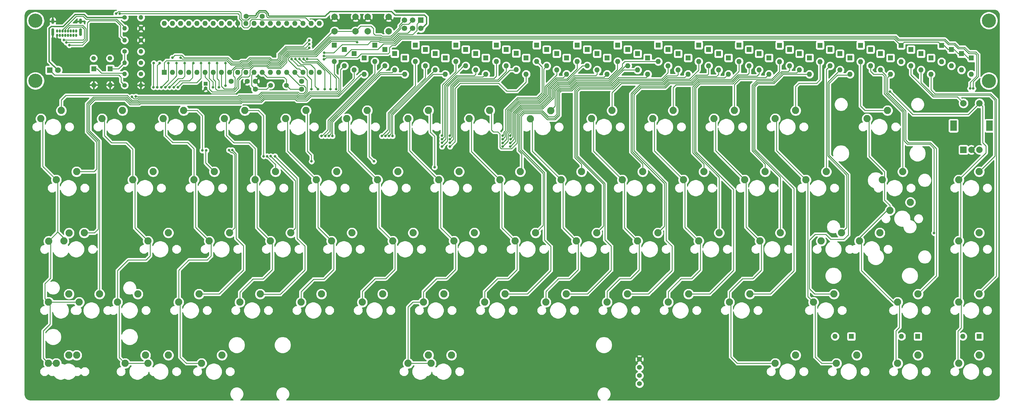
<source format=gbr>
G04 #@! TF.GenerationSoftware,KiCad,Pcbnew,(5.1.7)-1*
G04 #@! TF.CreationDate,2020-12-23T20:22:57-05:00*
G04 #@! TF.ProjectId,Ganjing 65,47616e6a-696e-4672-9036-352e6b696361,rev?*
G04 #@! TF.SameCoordinates,Original*
G04 #@! TF.FileFunction,Copper,L2,Bot*
G04 #@! TF.FilePolarity,Positive*
%FSLAX46Y46*%
G04 Gerber Fmt 4.6, Leading zero omitted, Abs format (unit mm)*
G04 Created by KiCad (PCBNEW (5.1.7)-1) date 2020-12-23 20:22:57*
%MOMM*%
%LPD*%
G01*
G04 APERTURE LIST*
G04 #@! TA.AperFunction,ComponentPad*
%ADD10C,2.250000*%
G04 #@! TD*
G04 #@! TA.AperFunction,ComponentPad*
%ADD11C,2.000000*%
G04 #@! TD*
G04 #@! TA.AperFunction,ComponentPad*
%ADD12O,1.400000X1.400000*%
G04 #@! TD*
G04 #@! TA.AperFunction,ComponentPad*
%ADD13C,1.400000*%
G04 #@! TD*
G04 #@! TA.AperFunction,ComponentPad*
%ADD14O,0.650000X1.000000*%
G04 #@! TD*
G04 #@! TA.AperFunction,ComponentPad*
%ADD15O,0.900000X2.400000*%
G04 #@! TD*
G04 #@! TA.AperFunction,ComponentPad*
%ADD16O,0.900000X1.700000*%
G04 #@! TD*
G04 #@! TA.AperFunction,ComponentPad*
%ADD17R,1.700000X1.700000*%
G04 #@! TD*
G04 #@! TA.AperFunction,ComponentPad*
%ADD18C,1.700000*%
G04 #@! TD*
G04 #@! TA.AperFunction,ComponentPad*
%ADD19C,1.524000*%
G04 #@! TD*
G04 #@! TA.AperFunction,ComponentPad*
%ADD20C,1.500000*%
G04 #@! TD*
G04 #@! TA.AperFunction,ComponentPad*
%ADD21O,1.600000X1.600000*%
G04 #@! TD*
G04 #@! TA.AperFunction,ComponentPad*
%ADD22R,1.600000X1.600000*%
G04 #@! TD*
G04 #@! TA.AperFunction,ComponentPad*
%ADD23C,4.400000*%
G04 #@! TD*
G04 #@! TA.AperFunction,ComponentPad*
%ADD24R,2.000000X2.000000*%
G04 #@! TD*
G04 #@! TA.AperFunction,ComponentPad*
%ADD25R,2.000000X3.200000*%
G04 #@! TD*
G04 #@! TA.AperFunction,ComponentPad*
%ADD26C,1.800000*%
G04 #@! TD*
G04 #@! TA.AperFunction,ComponentPad*
%ADD27R,1.800000X1.800000*%
G04 #@! TD*
G04 #@! TA.AperFunction,ComponentPad*
%ADD28R,1.200000X1.200000*%
G04 #@! TD*
G04 #@! TA.AperFunction,ComponentPad*
%ADD29C,1.200000*%
G04 #@! TD*
G04 #@! TA.AperFunction,ComponentPad*
%ADD30C,1.600000*%
G04 #@! TD*
G04 #@! TA.AperFunction,ViaPad*
%ADD31C,0.800000*%
G04 #@! TD*
G04 #@! TA.AperFunction,Conductor*
%ADD32C,0.250000*%
G04 #@! TD*
G04 #@! TA.AperFunction,Conductor*
%ADD33C,0.400000*%
G04 #@! TD*
G04 #@! TA.AperFunction,Conductor*
%ADD34C,0.254000*%
G04 #@! TD*
G04 #@! TA.AperFunction,Conductor*
%ADD35C,0.100000*%
G04 #@! TD*
G04 APERTURE END LIST*
D10*
X185896250Y-204470000D03*
X179546250Y-207010000D03*
X335915000Y-156845000D03*
X329565000Y-159385000D03*
X193040000Y-204470000D03*
X186690000Y-207010000D03*
D11*
X173500000Y-99100000D03*
X173500000Y-103600000D03*
X167000000Y-99100000D03*
X167000000Y-103600000D03*
X163200000Y-99100000D03*
X163200000Y-103600000D03*
X156700000Y-99100000D03*
X156700000Y-103600000D03*
D12*
X96380000Y-120400000D03*
D13*
X91300000Y-120400000D03*
D12*
X91320000Y-116900000D03*
D13*
X96400000Y-116900000D03*
D12*
X91320000Y-113400000D03*
D13*
X96400000Y-113400000D03*
D12*
X96380000Y-109900000D03*
D13*
X91300000Y-109900000D03*
D12*
X91320000Y-106400000D03*
D13*
X96400000Y-106400000D03*
D12*
X91320000Y-102700000D03*
D13*
X96400000Y-102700000D03*
D12*
X96380000Y-99300000D03*
D13*
X91300000Y-99300000D03*
D14*
X74525000Y-104850000D03*
X76225000Y-104850000D03*
X75375000Y-104850000D03*
X73675000Y-104850000D03*
X72825000Y-104850000D03*
X71975000Y-104850000D03*
X71125000Y-104850000D03*
X70275000Y-104850000D03*
X76225000Y-103525000D03*
X75370000Y-103525000D03*
X74520000Y-103525000D03*
X73670000Y-103525000D03*
X72820000Y-103525000D03*
X71970000Y-103525000D03*
X71120000Y-103525000D03*
X70270000Y-103525000D03*
D15*
X77575000Y-103870000D03*
X68925000Y-103870000D03*
D16*
X77575000Y-100490000D03*
X68925000Y-100490000D03*
D17*
X183540000Y-100130000D03*
D18*
X183540000Y-102670000D03*
X181000000Y-100130000D03*
X181000000Y-102670000D03*
X178460000Y-100130000D03*
X178460000Y-102670000D03*
D19*
X251581250Y-213360000D03*
X251581250Y-210820000D03*
X251581250Y-208280000D03*
X251581250Y-205740000D03*
D20*
X141640000Y-120400000D03*
X136760000Y-120400000D03*
D21*
X156600000Y-113000000D03*
D22*
X156600000Y-107920000D03*
D21*
X169200000Y-113000000D03*
D22*
X169200000Y-107920000D03*
D21*
X181800000Y-113000000D03*
D22*
X181800000Y-107920000D03*
D21*
X194400000Y-113000000D03*
D22*
X194400000Y-107920000D03*
D21*
X207000000Y-113000000D03*
D22*
X207000000Y-107920000D03*
D21*
X219600000Y-113000000D03*
D22*
X219600000Y-107920000D03*
D21*
X232200000Y-113000000D03*
D22*
X232200000Y-107920000D03*
D21*
X244800000Y-113000000D03*
D22*
X244800000Y-107920000D03*
D21*
X257400000Y-113000000D03*
D22*
X257400000Y-107920000D03*
D21*
X270000000Y-113000000D03*
D22*
X270000000Y-107920000D03*
D21*
X282600000Y-113000000D03*
D22*
X282600000Y-107920000D03*
D21*
X295200000Y-113050000D03*
D22*
X295200000Y-107970000D03*
D21*
X307800000Y-113050000D03*
D22*
X307800000Y-107970000D03*
D21*
X320400000Y-113050000D03*
D22*
X320400000Y-107970000D03*
D21*
X336100000Y-114350000D03*
D22*
X336100000Y-109270000D03*
D21*
X159700000Y-114350000D03*
D22*
X159700000Y-109270000D03*
D21*
X172300000Y-114350000D03*
D22*
X172300000Y-109270000D03*
D21*
X184900000Y-114350000D03*
D22*
X184900000Y-109270000D03*
D21*
X197500000Y-114350000D03*
D22*
X197500000Y-109270000D03*
D21*
X210100000Y-114350000D03*
D22*
X210100000Y-109270000D03*
D21*
X222700000Y-114380000D03*
D22*
X222700000Y-109300000D03*
D21*
X235300000Y-114350000D03*
D22*
X235300000Y-109270000D03*
D21*
X247900000Y-114350000D03*
D22*
X247900000Y-109270000D03*
D21*
X260500000Y-114350000D03*
D22*
X260500000Y-109270000D03*
D21*
X273100000Y-114350000D03*
D22*
X273100000Y-109270000D03*
D21*
X285700000Y-114350000D03*
D22*
X285700000Y-109270000D03*
D21*
X298300000Y-114350000D03*
D22*
X298300000Y-109270000D03*
D21*
X310900000Y-114350000D03*
D22*
X310900000Y-109270000D03*
D21*
X323500000Y-114350000D03*
D22*
X323500000Y-109270000D03*
D21*
X339200000Y-115650000D03*
D22*
X339200000Y-110570000D03*
D21*
X162800000Y-115650000D03*
D22*
X162800000Y-110570000D03*
D21*
X175400000Y-115650000D03*
D22*
X175400000Y-110570000D03*
D21*
X188000000Y-115650000D03*
D22*
X188000000Y-110570000D03*
D21*
X200600000Y-115650000D03*
D22*
X200600000Y-110570000D03*
D21*
X213200000Y-115550000D03*
D22*
X213200000Y-110470000D03*
D21*
X225800000Y-115650000D03*
D22*
X225800000Y-110570000D03*
D21*
X238400000Y-115650000D03*
D22*
X238400000Y-110570000D03*
D21*
X251000000Y-115650000D03*
D22*
X251000000Y-110570000D03*
D21*
X263600000Y-115650000D03*
D22*
X263600000Y-110570000D03*
D21*
X276200000Y-115650000D03*
D22*
X276200000Y-110570000D03*
D21*
X288800000Y-115650000D03*
D22*
X288800000Y-110570000D03*
D21*
X301400000Y-115650000D03*
D22*
X301400000Y-110570000D03*
D21*
X314000000Y-115650000D03*
D22*
X314000000Y-110570000D03*
D21*
X326600000Y-115650000D03*
D22*
X326600000Y-110570000D03*
D21*
X165900000Y-116950000D03*
D22*
X165900000Y-111870000D03*
D21*
X191100000Y-116980000D03*
D22*
X191100000Y-111900000D03*
D21*
X203700000Y-116950000D03*
D22*
X203700000Y-111870000D03*
D21*
X216300000Y-116950000D03*
D22*
X216300000Y-111870000D03*
D21*
X228900000Y-116950000D03*
D22*
X228900000Y-111870000D03*
D21*
X241500000Y-116950000D03*
D22*
X241500000Y-111870000D03*
D21*
X254100000Y-116950000D03*
D22*
X254100000Y-111870000D03*
D21*
X266700000Y-116950000D03*
D22*
X266700000Y-111870000D03*
D21*
X279300000Y-116950000D03*
D22*
X279300000Y-111870000D03*
D21*
X291900000Y-116950000D03*
D22*
X291900000Y-111870000D03*
D21*
X304500000Y-116950000D03*
D22*
X304500000Y-111870000D03*
D21*
X317100000Y-116950000D03*
D22*
X317100000Y-111870000D03*
D21*
X329700000Y-116950000D03*
D22*
X329700000Y-111870000D03*
D21*
X342300000Y-116950000D03*
D22*
X342300000Y-111870000D03*
D21*
X333000000Y-113050000D03*
D22*
X333000000Y-107970000D03*
D21*
X345600000Y-113050000D03*
D22*
X345600000Y-107970000D03*
D21*
X348700000Y-114350000D03*
D22*
X348700000Y-109270000D03*
D21*
X351800000Y-115650000D03*
D22*
X351800000Y-110570000D03*
D21*
X354900000Y-116950000D03*
D22*
X354900000Y-111870000D03*
D21*
X312450000Y-198600000D03*
D22*
X317530000Y-198600000D03*
D21*
X333150000Y-198600000D03*
D22*
X338230000Y-198600000D03*
D21*
X352250000Y-198600000D03*
D22*
X357330000Y-198600000D03*
D21*
X178500000Y-116950000D03*
D22*
X178500000Y-111870000D03*
D21*
X86800000Y-120350000D03*
D22*
X86800000Y-115270000D03*
D21*
X81700000Y-120350000D03*
D22*
X81700000Y-115270000D03*
D10*
X326390000Y-166370000D03*
X320040000Y-168910000D03*
X83502500Y-185420000D03*
X77152500Y-187960000D03*
X73977500Y-185420000D03*
X67627500Y-187960000D03*
X121602500Y-204470000D03*
X115252500Y-207010000D03*
X97790000Y-204470000D03*
X91440000Y-207010000D03*
X73977500Y-204470000D03*
X67627500Y-207010000D03*
X333533750Y-147320000D03*
X327183750Y-149860000D03*
X104933750Y-204470000D03*
X98583750Y-207010000D03*
X76358750Y-204470000D03*
X70008750Y-207010000D03*
X76358750Y-147320000D03*
X70008750Y-149860000D03*
X305752500Y-187960000D03*
X312102500Y-185420000D03*
X72390000Y-168910000D03*
X78740000Y-166370000D03*
X328771250Y-128270000D03*
X322421250Y-130810000D03*
X214471250Y-147320000D03*
X208121250Y-149860000D03*
X67653000Y-168935400D03*
X74003000Y-166395400D03*
X143033750Y-166370000D03*
X136683750Y-168910000D03*
X314483750Y-166370000D03*
X308133750Y-168910000D03*
X95408750Y-185420000D03*
X89058750Y-187960000D03*
X357346250Y-204470000D03*
X350996250Y-207010000D03*
X338296250Y-204470000D03*
X331946250Y-207010000D03*
X319246250Y-204470000D03*
X312896250Y-207010000D03*
X300196250Y-204470000D03*
X293846250Y-207010000D03*
X357346250Y-185420000D03*
X350996250Y-187960000D03*
X338296250Y-185420000D03*
X331946250Y-187960000D03*
X285908750Y-185420000D03*
X279558750Y-187960000D03*
X266858750Y-185420000D03*
X260508750Y-187960000D03*
X247808750Y-185420000D03*
X241458750Y-187960000D03*
X228758750Y-185420000D03*
X222408750Y-187960000D03*
X209708750Y-185420000D03*
X203358750Y-187960000D03*
X190658750Y-185420000D03*
X184308750Y-187960000D03*
X171608750Y-185420000D03*
X165258750Y-187960000D03*
X152558750Y-185420000D03*
X146208750Y-187960000D03*
X133508750Y-185420000D03*
X127158750Y-187960000D03*
X114458750Y-185420000D03*
X108108750Y-187960000D03*
X357346250Y-166370000D03*
X350996250Y-168910000D03*
X295433750Y-166370000D03*
X289083750Y-168910000D03*
X276383750Y-166370000D03*
X270033750Y-168910000D03*
X257333750Y-166370000D03*
X250983750Y-168910000D03*
X238283750Y-166370000D03*
X231933750Y-168910000D03*
X219233750Y-166370000D03*
X212883750Y-168910000D03*
X200183750Y-166370000D03*
X193833750Y-168910000D03*
X181133750Y-166370000D03*
X174783750Y-168910000D03*
X162083750Y-166370000D03*
X155733750Y-168910000D03*
X123983750Y-166370000D03*
X117633750Y-168910000D03*
X104933750Y-166370000D03*
X98583750Y-168910000D03*
X357346250Y-147320000D03*
X350996250Y-149860000D03*
X309721250Y-147320000D03*
X303371250Y-149860000D03*
X290671250Y-147320000D03*
X284321250Y-149860000D03*
X271621250Y-147320000D03*
X265271250Y-149860000D03*
X252571250Y-147320000D03*
X246221250Y-149860000D03*
X233521250Y-147320000D03*
X227171250Y-149860000D03*
X195421250Y-147320000D03*
X189071250Y-149860000D03*
X176371250Y-147320000D03*
X170021250Y-149860000D03*
X157321250Y-147320000D03*
X150971250Y-149860000D03*
X138271250Y-147320000D03*
X131921250Y-149860000D03*
X119221250Y-147320000D03*
X112871250Y-149860000D03*
X100171250Y-147320000D03*
X93821250Y-149860000D03*
X300196250Y-128270000D03*
X293846250Y-130810000D03*
X281146250Y-128270000D03*
X274796250Y-130810000D03*
X262096250Y-128270000D03*
X255746250Y-130810000D03*
X243046250Y-128270000D03*
X236696250Y-130810000D03*
X223996250Y-128320000D03*
X217646250Y-130860000D03*
X204946250Y-128270000D03*
X198596250Y-130810000D03*
X185896250Y-128270000D03*
X179546250Y-130810000D03*
X166846250Y-128270000D03*
X160496250Y-130810000D03*
X147796250Y-128270000D03*
X141446250Y-130810000D03*
X128746250Y-128270000D03*
X122396250Y-130810000D03*
X109696250Y-128270000D03*
X103346250Y-130810000D03*
X90646250Y-128270000D03*
X84296250Y-130810000D03*
X71596250Y-128270000D03*
X65246250Y-130810000D03*
D23*
X63531250Y-119017531D03*
X63531250Y-100267531D03*
X360331250Y-100267531D03*
X360331250Y-119062500D03*
D24*
X352425000Y-140493750D03*
D11*
X354925000Y-140493750D03*
X357425000Y-140493750D03*
D25*
X349325000Y-132993750D03*
X360525000Y-132993750D03*
D11*
X352425000Y-125993750D03*
X357425000Y-125993750D03*
D21*
X103650000Y-101160000D03*
X151910000Y-116400000D03*
X106190000Y-101160000D03*
X149370000Y-116400000D03*
X108730000Y-101160000D03*
X146830000Y-116400000D03*
X111270000Y-101160000D03*
X144290000Y-116400000D03*
X113810000Y-101160000D03*
X141750000Y-116400000D03*
X116350000Y-101160000D03*
X139210000Y-116400000D03*
X118890000Y-101160000D03*
X136670000Y-116400000D03*
X121430000Y-101160000D03*
X134130000Y-116400000D03*
X123970000Y-101160000D03*
X131590000Y-116400000D03*
X126510000Y-101160000D03*
X129050000Y-116400000D03*
X129050000Y-101160000D03*
X126510000Y-116400000D03*
X131590000Y-101160000D03*
X123970000Y-116400000D03*
X134130000Y-101160000D03*
X121430000Y-116400000D03*
X136670000Y-101160000D03*
X118890000Y-116400000D03*
X139210000Y-101160000D03*
X116350000Y-116400000D03*
X141750000Y-101160000D03*
X113810000Y-116400000D03*
X144290000Y-101160000D03*
X111270000Y-116400000D03*
X146830000Y-101160000D03*
X108730000Y-116400000D03*
X149370000Y-101160000D03*
X106190000Y-116400000D03*
X151910000Y-101160000D03*
D22*
X103650000Y-116400000D03*
D13*
X86750000Y-112000000D03*
X81650000Y-112000000D03*
D26*
X70540000Y-115700000D03*
D27*
X68000000Y-115700000D03*
D28*
X116500000Y-119900000D03*
D29*
X116500000Y-121400000D03*
D30*
X134150000Y-98900000D03*
X129150000Y-98900000D03*
X129500000Y-119150000D03*
X124500000Y-119150000D03*
X132000000Y-119150000D03*
X132000000Y-121650000D03*
X146400000Y-119150000D03*
X146400000Y-121650000D03*
D31*
X83900000Y-105700000D03*
X63600000Y-109300000D03*
X94000000Y-109800000D03*
X116400000Y-108700000D03*
X136700000Y-108700000D03*
X160100000Y-99300000D03*
X170400000Y-99300000D03*
X173100000Y-119500000D03*
X218700000Y-119500000D03*
X297600000Y-119500000D03*
X315600000Y-119500000D03*
X324300000Y-119500000D03*
X334800000Y-117300000D03*
X350100000Y-119500000D03*
X360300000Y-113000000D03*
X76800000Y-120600000D03*
X113000000Y-121400000D03*
X129200000Y-121500000D03*
X160400000Y-118100000D03*
X153600000Y-128200000D03*
X137200000Y-128200000D03*
X125700000Y-128200000D03*
X106200000Y-128200000D03*
X100600000Y-128200000D03*
X87100000Y-128200000D03*
X75900000Y-128200000D03*
X68000000Y-128200000D03*
X64000000Y-142000000D03*
X73700000Y-142000000D03*
X88100000Y-142000000D03*
X103200000Y-142000000D03*
X66200000Y-160600000D03*
X76900000Y-160600000D03*
X88100000Y-160600000D03*
X103200000Y-160600000D03*
X115600000Y-147200000D03*
X118100000Y-131500000D03*
X128900000Y-142000000D03*
X134700000Y-146300000D03*
X148200000Y-160600000D03*
X153700000Y-144700000D03*
X160700000Y-148700000D03*
X177500000Y-136900000D03*
X183700000Y-137400000D03*
X182500000Y-128200000D03*
X201600000Y-128200000D03*
X229100000Y-128200000D03*
X239500000Y-128200000D03*
X252600000Y-128200000D03*
X258800000Y-128200000D03*
X265600000Y-128200000D03*
X175400000Y-160600000D03*
X195100000Y-160600000D03*
X205800000Y-160600000D03*
X215500000Y-160600000D03*
X225200000Y-160600000D03*
X234600000Y-160600000D03*
X244100000Y-160600000D03*
X253500000Y-160600000D03*
X262800000Y-160600000D03*
X245000000Y-142000000D03*
X254400000Y-142000000D03*
X264100000Y-142000000D03*
X235000000Y-142000000D03*
X226000000Y-142000000D03*
X216600000Y-138000000D03*
X206000000Y-144400000D03*
X198400000Y-142000000D03*
X179800000Y-147400000D03*
X170500000Y-128200000D03*
X271300000Y-160600000D03*
X278500000Y-160600000D03*
X273300000Y-142000000D03*
X277500000Y-128200000D03*
X290500000Y-128200000D03*
X282300000Y-142000000D03*
X290400000Y-160600000D03*
X297600000Y-155900000D03*
X292600000Y-142000000D03*
X299700000Y-142000000D03*
X305100000Y-128200000D03*
X307400000Y-163300000D03*
X296100000Y-190800000D03*
X346200000Y-128200000D03*
X321400000Y-142000000D03*
X329100000Y-142000000D03*
X338100000Y-146600000D03*
X339700000Y-133500000D03*
X360500000Y-137200000D03*
X360500000Y-149200000D03*
X349300000Y-142000000D03*
X340000000Y-215300000D03*
X356300000Y-181000000D03*
X345300000Y-202300000D03*
X326200000Y-202300000D03*
X320500000Y-188700000D03*
X345200000Y-188800000D03*
X333400000Y-176800000D03*
X285900000Y-215300000D03*
X272900000Y-181000000D03*
X265700000Y-176800000D03*
X253800000Y-181000000D03*
X246900000Y-176800000D03*
X234600000Y-181000000D03*
X228000000Y-176800000D03*
X215900000Y-181000000D03*
X199000000Y-181000000D03*
X181100000Y-181000000D03*
X161500000Y-181000000D03*
X151100000Y-176800000D03*
X139100000Y-181000000D03*
X131800000Y-176800000D03*
X189500000Y-202300000D03*
X217900000Y-202300000D03*
X232900000Y-215300000D03*
X198400000Y-215300000D03*
X161100000Y-215300000D03*
X161400000Y-202300000D03*
X133200000Y-202300000D03*
X268400000Y-202300000D03*
X76800000Y-181000000D03*
X64300000Y-188000000D03*
X66900000Y-213600000D03*
X84000000Y-202300000D03*
X102600000Y-181000000D03*
X117600000Y-181000000D03*
X119500000Y-160600000D03*
X129500000Y-160600000D03*
X138600000Y-160600000D03*
X113900000Y-202300000D03*
X123500000Y-217900000D03*
X61200000Y-217300000D03*
X257400000Y-116200000D03*
X187900000Y-119700000D03*
X151700000Y-105300000D03*
X146700000Y-105300000D03*
X71300000Y-100300000D03*
X74100000Y-114200000D03*
X77400000Y-109200000D03*
X152600000Y-136174924D03*
X171400000Y-136200000D03*
X115500000Y-140700000D03*
X190100202Y-136099712D03*
X134600000Y-142500002D03*
X192525000Y-136100000D03*
X149500000Y-144100000D03*
X168900000Y-144100000D03*
X208999997Y-136100003D03*
X187800000Y-145925000D03*
X211374924Y-136100000D03*
X153800002Y-136200000D03*
X172500000Y-136200000D03*
X116700000Y-140700000D03*
X190097043Y-137192344D03*
X135699992Y-142500000D03*
X192525000Y-137200000D03*
X209000004Y-137200000D03*
X211400000Y-137200004D03*
X154900000Y-136199996D03*
X173599998Y-136200000D03*
X123799987Y-140600000D03*
X190100000Y-138300004D03*
X136797752Y-142489312D03*
X192600000Y-138300000D03*
X209000000Y-138400000D03*
X211387341Y-138387340D03*
X343300000Y-166400000D03*
X174699998Y-136200000D03*
X124800000Y-140600002D03*
X138100000Y-142500000D03*
X190100000Y-139499998D03*
X192600000Y-139500000D03*
X208987342Y-139474990D03*
X211387339Y-139474990D03*
X153400000Y-112299998D03*
X148800000Y-108800000D03*
X156000000Y-136200000D03*
X89800000Y-98125010D03*
X88700000Y-98100000D03*
X100300000Y-121000000D03*
X100400000Y-113500000D03*
X101500000Y-121000000D03*
X102200000Y-113500000D03*
X102700000Y-121000000D03*
X104900000Y-113500000D03*
X104000002Y-121000000D03*
X107500004Y-113500000D03*
X105300000Y-121000002D03*
X110000002Y-113500000D03*
X106600000Y-120999998D03*
X112700000Y-113500000D03*
X107900000Y-121000000D03*
X115100000Y-113499998D03*
X118774990Y-121000000D03*
X117600000Y-113500000D03*
X120700000Y-121000036D03*
X120100000Y-113500000D03*
X122700000Y-120500000D03*
X122699998Y-113500000D03*
X149500000Y-121600000D03*
X143262660Y-112262660D03*
X151500000Y-121600000D03*
X144500000Y-112250001D03*
X153600000Y-121600000D03*
X145750000Y-112250000D03*
X155400000Y-121600000D03*
X147000000Y-112250002D03*
X157200000Y-121600000D03*
X329550090Y-122349910D03*
X148100000Y-112259960D03*
X163700016Y-106975021D03*
X93600072Y-124000000D03*
X94800000Y-123900000D03*
X148800000Y-107600000D03*
X153400000Y-111299995D03*
X354500000Y-121400000D03*
X108729998Y-111769964D03*
X148800000Y-106400000D03*
X153412651Y-110287341D03*
X355500000Y-121399998D03*
X106200000Y-111800000D03*
X74100000Y-107900000D03*
X73200000Y-107100000D03*
X72400000Y-106300000D03*
D32*
X129650000Y-121050000D02*
X129200000Y-121500000D01*
X129200000Y-121500000D02*
X129200000Y-121500000D01*
X117099999Y-121999999D02*
X116500000Y-121400000D01*
X118200000Y-123100000D02*
X117099999Y-121999999D01*
X125900000Y-123100000D02*
X118200000Y-123100000D01*
X127500000Y-121500000D02*
X125900000Y-123100000D01*
X129200000Y-121500000D02*
X127500000Y-121500000D01*
D33*
X126510000Y-101160000D02*
X126510000Y-100210000D01*
X126510000Y-100210000D02*
X125900000Y-99600000D01*
X126510000Y-101160000D02*
X126510000Y-100510000D01*
X126510000Y-100510000D02*
X125800000Y-99800000D01*
X185300000Y-99200000D02*
X185300000Y-101255000D01*
X184600000Y-98500000D02*
X185300000Y-99200000D01*
X175500000Y-98500000D02*
X184600000Y-98500000D01*
X174400000Y-97400000D02*
X175500000Y-98500000D01*
X155200000Y-97400000D02*
X174400000Y-97400000D01*
X183610000Y-102600000D02*
X183540000Y-102670000D01*
X132274990Y-98425010D02*
X132274991Y-98082533D01*
X131900000Y-98800000D02*
X132274990Y-98425010D01*
X132274991Y-98082533D02*
X133182533Y-97174991D01*
X133182533Y-97174991D02*
X135117467Y-97174991D01*
X185300000Y-101255000D02*
X183955000Y-102600000D01*
X136025010Y-98600000D02*
X136300000Y-98874990D01*
X129150000Y-98900000D02*
X129250000Y-98800000D01*
X129250000Y-98800000D02*
X131900000Y-98800000D01*
X135117467Y-97174991D02*
X136025010Y-98082534D01*
X183955000Y-102600000D02*
X183610000Y-102600000D01*
X136025010Y-98082534D02*
X136025010Y-98600000D01*
X136300000Y-98874990D02*
X153725010Y-98874990D01*
X153725010Y-98874990D02*
X155200000Y-97400000D01*
X67800000Y-112960000D02*
X70540000Y-115700000D01*
X67800000Y-102700000D02*
X67800000Y-112960000D01*
X68400000Y-102100000D02*
X67800000Y-102700000D01*
X72200000Y-102100000D02*
X68400000Y-102100000D01*
X75925011Y-98374989D02*
X72200000Y-102100000D01*
X78674989Y-98374989D02*
X75925011Y-98374989D01*
X79600000Y-99300000D02*
X78674989Y-98374989D01*
X91300000Y-99300000D02*
X79600000Y-99300000D01*
D32*
X93602080Y-125075010D02*
X92127070Y-123600000D01*
X73000000Y-123600000D02*
X71596250Y-125003750D01*
X95334401Y-125075011D02*
X93602080Y-125075010D01*
X95609392Y-124800020D02*
X95334401Y-125075011D01*
X127359200Y-124350030D02*
X126909210Y-124800020D01*
X157373002Y-122500000D02*
X148772818Y-122500000D01*
X147372799Y-123900019D02*
X145419697Y-123900018D01*
X158000000Y-121873002D02*
X157373002Y-122500000D01*
X158000000Y-118300000D02*
X158000000Y-121873002D01*
X71596250Y-125003750D02*
X71596250Y-128270000D01*
X134259200Y-123450030D02*
X133359200Y-124350030D01*
X156600000Y-113000000D02*
X156600000Y-116900000D01*
X156600000Y-116900000D02*
X158000000Y-118300000D01*
X126909210Y-124800020D02*
X95609392Y-124800020D01*
X148772818Y-122500000D02*
X147372799Y-123900019D01*
X145419697Y-123900018D02*
X144969709Y-123450030D01*
X144969709Y-123450030D02*
X134259200Y-123450030D01*
X133359200Y-124350030D02*
X127359200Y-124350030D01*
X92127070Y-123600000D02*
X73000000Y-123600000D01*
X152752076Y-136174924D02*
X152600000Y-136174924D01*
X154649972Y-134277028D02*
X152752076Y-136174924D01*
X154649972Y-131340801D02*
X154649972Y-134277028D01*
X169200000Y-113000000D02*
X169200000Y-116790770D01*
X169200000Y-116790770D02*
X154649972Y-131340801D01*
X113870000Y-128270000D02*
X109696250Y-128270000D01*
X115500000Y-140700000D02*
X115500000Y-129900000D01*
X115500000Y-129900000D02*
X113870000Y-128270000D01*
X173349967Y-134250033D02*
X171400000Y-136200000D01*
X173349967Y-129040802D02*
X173349967Y-134250033D01*
X181800000Y-113000000D02*
X181800000Y-120590770D01*
X181800000Y-120590770D02*
X173349967Y-129040802D01*
X194400000Y-116200000D02*
X194400000Y-113000000D01*
X190300000Y-120300000D02*
X194400000Y-116200000D01*
X190100202Y-136099712D02*
X190300000Y-135899914D01*
X190300000Y-135899914D02*
X190300000Y-120300000D01*
X134600000Y-141934317D02*
X134600000Y-142500002D01*
X134600000Y-129900000D02*
X134600000Y-141934317D01*
X128746250Y-128270000D02*
X132970000Y-128270000D01*
X132970000Y-128270000D02*
X134600000Y-129900000D01*
X192800000Y-135825000D02*
X192800000Y-120500000D01*
X192800000Y-120500000D02*
X195000000Y-118300000D01*
X192525000Y-136100000D02*
X192800000Y-135825000D01*
X195000000Y-118300000D02*
X206300000Y-118300000D01*
X207000000Y-117600000D02*
X207000000Y-113000000D01*
X206300000Y-118300000D02*
X207000000Y-117600000D01*
X148200000Y-128673750D02*
X147796250Y-128270000D01*
X148200000Y-140900000D02*
X148200000Y-128673750D01*
X149500000Y-144100000D02*
X149500000Y-142200000D01*
X149500000Y-142200000D02*
X148200000Y-140900000D01*
X167400000Y-128823750D02*
X166846250Y-128270000D01*
X168900000Y-144100000D02*
X167400000Y-142600000D01*
X167400000Y-142600000D02*
X167400000Y-128823750D01*
X221299907Y-122690863D02*
X221299907Y-114699907D01*
X219740860Y-124249910D02*
X221299907Y-122690863D01*
X213622395Y-124249910D02*
X219740860Y-124249910D01*
X210400000Y-127472305D02*
X213622395Y-124249910D01*
X221299907Y-114699907D02*
X219600000Y-113000000D01*
X210400000Y-127472309D02*
X210400000Y-127472305D01*
X209299890Y-135800110D02*
X209299891Y-135090880D01*
X208999997Y-136100003D02*
X209299890Y-135800110D01*
X209299891Y-135090880D02*
X209849892Y-134540879D01*
X209849892Y-134540879D02*
X209849893Y-128022416D01*
X209849893Y-128022416D02*
X210400000Y-127472309D01*
X186500000Y-128873750D02*
X185896250Y-128270000D01*
X186500000Y-135000000D02*
X186500000Y-128873750D01*
X187800000Y-145925000D02*
X187800000Y-136300000D01*
X187800000Y-136300000D02*
X186500000Y-135000000D01*
X232200000Y-115281540D02*
X228981536Y-118500004D01*
X228981536Y-118500004D02*
X225781536Y-118500005D01*
X214367999Y-126049948D02*
X211649933Y-128768017D01*
X223099944Y-121181598D02*
X223099942Y-123436468D01*
X225781536Y-118500005D02*
X223099944Y-121181598D01*
X211649933Y-128768017D02*
X211649930Y-135824994D01*
X220486463Y-126049947D02*
X214367999Y-126049948D01*
X211649930Y-135824994D02*
X211374924Y-136100000D01*
X223099942Y-123436468D02*
X220486463Y-126049947D01*
X232200000Y-113000000D02*
X232200000Y-115281540D01*
X244750000Y-113050000D02*
X244800000Y-113000000D01*
X226527136Y-120300044D02*
X229727136Y-120300044D01*
X231677147Y-118350033D02*
X241949967Y-118350033D01*
X224899980Y-121927200D02*
X226527136Y-120300044D01*
X224899980Y-124300020D02*
X224899980Y-121927200D01*
X221350012Y-127849988D02*
X224899980Y-124300020D01*
X229727136Y-120300044D02*
X231677147Y-118350033D01*
X215113600Y-127849988D02*
X221350012Y-127849988D01*
X207500000Y-134900000D02*
X208100000Y-135500000D01*
X206100000Y-134900000D02*
X207500000Y-134900000D01*
X205500000Y-134300000D02*
X206100000Y-134900000D01*
X208100000Y-139736500D02*
X208563500Y-140200000D01*
X204946250Y-128270000D02*
X205500000Y-128823750D01*
X208100000Y-135500000D02*
X208100000Y-139736500D01*
X241949967Y-118350033D02*
X244750000Y-115550000D01*
X208563500Y-140200000D02*
X211700000Y-140200000D01*
X205500000Y-128823750D02*
X205500000Y-134300000D01*
X213449967Y-138450033D02*
X213449969Y-129513619D01*
X211700000Y-140200000D02*
X213449967Y-138450033D01*
X244750000Y-115550000D02*
X244750000Y-113050000D01*
X213449969Y-129513619D02*
X215113600Y-127849988D01*
X223996250Y-128270000D02*
X225349988Y-126916262D01*
X226663591Y-120799999D02*
X229863591Y-120799999D01*
X229863591Y-120799999D02*
X231813581Y-118850009D01*
X231813581Y-118850009D02*
X242086402Y-118850009D01*
X247000000Y-113000000D02*
X256268630Y-113000000D01*
X225349988Y-126916262D02*
X225349989Y-122113601D01*
X256268630Y-113000000D02*
X257400000Y-113000000D01*
X246250000Y-114686411D02*
X246250000Y-113750000D01*
X246250000Y-113750000D02*
X247000000Y-113000000D01*
X225349989Y-122113601D02*
X226663591Y-120799999D01*
X242086402Y-118850009D02*
X246250000Y-114686411D01*
X270000000Y-114131370D02*
X270000000Y-113000000D01*
X270000000Y-115690767D02*
X270000000Y-114131370D01*
X267190767Y-118500000D02*
X270000000Y-115690767D01*
X259079586Y-119843234D02*
X260422820Y-118500000D01*
X243046250Y-128270000D02*
X243046250Y-122703750D01*
X245906766Y-119843234D02*
X259079586Y-119843234D01*
X243046250Y-122703750D02*
X245906766Y-119843234D01*
X260422820Y-118500000D02*
X267190767Y-118500000D01*
X282600000Y-114131370D02*
X282600000Y-113000000D01*
X282600000Y-116063590D02*
X282600000Y-114131370D01*
X269943208Y-118549996D02*
X280113594Y-118549996D01*
X262096250Y-121149133D02*
X262945343Y-120300040D01*
X269943206Y-118549998D02*
X269943208Y-118549996D01*
X268090728Y-120300040D02*
X269840770Y-118549998D01*
X262096250Y-128270000D02*
X262096250Y-121149133D01*
X280113594Y-118549996D02*
X282600000Y-116063590D01*
X262945343Y-120300040D02*
X268090728Y-120300040D01*
X269840770Y-118549998D02*
X269943206Y-118549998D01*
X281146250Y-128270000D02*
X281146250Y-120153750D01*
X295200000Y-114181370D02*
X295200000Y-113050000D01*
X282800000Y-118500000D02*
X292827180Y-118500000D01*
X295200000Y-116127180D02*
X295200000Y-114181370D01*
X281146250Y-120153750D02*
X282800000Y-118500000D01*
X292827180Y-118500000D02*
X295200000Y-116127180D01*
X307800000Y-118700000D02*
X307800000Y-113050000D01*
X306750000Y-119750000D02*
X307800000Y-118700000D01*
X301250000Y-119750000D02*
X306750000Y-119750000D01*
X300196250Y-128270000D02*
X300196250Y-120803750D01*
X300196250Y-120803750D02*
X301250000Y-119750000D01*
X320400000Y-126900000D02*
X320400000Y-113050000D01*
X328771250Y-128270000D02*
X321770000Y-128270000D01*
X321770000Y-128270000D02*
X320400000Y-126900000D01*
X336100000Y-114350000D02*
X336100000Y-117100000D01*
X352425000Y-125916482D02*
X352425000Y-125993750D01*
X336100000Y-117100000D02*
X343000000Y-124000000D01*
X343000000Y-124000000D02*
X350508518Y-124000000D01*
X350508518Y-124000000D02*
X352425000Y-125916482D01*
X93415681Y-125525019D02*
X95520802Y-125525020D01*
X91940670Y-124104260D02*
X91940670Y-124050010D01*
X91940670Y-124050010D02*
X93415681Y-125525019D01*
X158500000Y-115550000D02*
X159700000Y-114350000D01*
X91886422Y-124050012D02*
X91940670Y-124104260D01*
X127545600Y-124800040D02*
X133545601Y-124800039D01*
X81780000Y-147320000D02*
X82602479Y-146497521D01*
X76358750Y-147320000D02*
X81780000Y-147320000D01*
X82602479Y-146497521D02*
X82602479Y-138075299D01*
X95795792Y-125250030D02*
X127095610Y-125250030D01*
X127095610Y-125250030D02*
X127545600Y-124800040D01*
X145233298Y-124350027D02*
X147559199Y-124350028D01*
X82602479Y-138075299D02*
X79499980Y-134972799D01*
X95520802Y-125525020D02*
X95795792Y-125250030D01*
X79499980Y-134972799D02*
X79499982Y-126127198D01*
X133545601Y-124800039D02*
X134445600Y-123900040D01*
X79499982Y-126127198D02*
X81577171Y-124050010D01*
X148909227Y-123000000D02*
X157509412Y-123000000D01*
X134445600Y-123900040D02*
X144783309Y-123900040D01*
X144783309Y-123900040D02*
X145233298Y-124350027D01*
X147559199Y-124350028D02*
X148909227Y-123000000D01*
X157509412Y-123000000D02*
X158500000Y-122009412D01*
X81577171Y-124050010D02*
X91886422Y-124050012D01*
X158500000Y-122009412D02*
X158500000Y-115550000D01*
X153800002Y-136099998D02*
X153800002Y-136200000D01*
X155099980Y-134800020D02*
X153800002Y-136099998D01*
X155099981Y-131527200D02*
X155099980Y-134800020D01*
X172300000Y-114350000D02*
X172277179Y-114350000D01*
X172277179Y-114350000D02*
X155099981Y-131527200D01*
X184900000Y-118127180D02*
X184900000Y-115481370D01*
X184900000Y-115481370D02*
X184900000Y-114350000D01*
X173799977Y-129227202D02*
X184900000Y-118127180D01*
X172500000Y-136200000D02*
X173799977Y-134900023D01*
X173799977Y-134900023D02*
X173799977Y-129227202D01*
X116500000Y-140900000D02*
X116700000Y-140700000D01*
X119221250Y-147320000D02*
X116500000Y-144598750D01*
X116500000Y-144598750D02*
X116500000Y-140900000D01*
X190497042Y-136792345D02*
X190097043Y-137192344D01*
X190849989Y-136439398D02*
X190497042Y-136792345D01*
X190849989Y-120400011D02*
X190849989Y-136439398D01*
X197500000Y-114350000D02*
X196900000Y-114350000D01*
X196900000Y-114350000D02*
X190849989Y-120400011D01*
X135700000Y-142500008D02*
X135699992Y-142500000D01*
X138271250Y-147320000D02*
X138271250Y-145071258D01*
X138271250Y-145071258D02*
X135700000Y-142500008D01*
X210100000Y-116100000D02*
X210100000Y-114350000D01*
X195249990Y-118750010D02*
X207449990Y-118750010D01*
X192525000Y-137200000D02*
X193250001Y-136474999D01*
X193250001Y-136474999D02*
X193250001Y-120749999D01*
X193250001Y-120749999D02*
X195249990Y-118750010D01*
X207449990Y-118750010D02*
X210100000Y-116100000D01*
X209749900Y-135277281D02*
X209749900Y-136450104D01*
X210299902Y-134727279D02*
X209749900Y-135277281D01*
X210299902Y-128208817D02*
X210299902Y-134727279D01*
X209749900Y-136450104D02*
X209000004Y-137200000D01*
X222700000Y-114380000D02*
X221749917Y-115330083D01*
X221749917Y-115330083D02*
X221749917Y-122877263D01*
X221749917Y-122877263D02*
X219927259Y-124699921D01*
X219927259Y-124699921D02*
X213808798Y-124699921D01*
X213808798Y-124699921D02*
X210299902Y-128208817D01*
X234168630Y-114350000D02*
X235300000Y-114350000D01*
X233767947Y-114350000D02*
X234168630Y-114350000D01*
X212099942Y-128954416D02*
X214554400Y-126499957D01*
X212099935Y-136327244D02*
X212099939Y-136327240D01*
X223549951Y-123740819D02*
X223549953Y-121367997D01*
X212099939Y-136327240D02*
X212099942Y-128954416D01*
X211400000Y-137200004D02*
X212099935Y-136500070D01*
X229167936Y-118950011D02*
X233767947Y-114350000D01*
X212099935Y-136500070D02*
X212099935Y-136327244D01*
X214554400Y-126499957D02*
X220790813Y-126499957D01*
X220790813Y-126499957D02*
X223549951Y-123740819D01*
X229167936Y-118950014D02*
X229167936Y-118950011D01*
X223549953Y-121367997D02*
X225967937Y-118950014D01*
X225967937Y-118950014D02*
X229167936Y-118950014D01*
X247250000Y-114350000D02*
X247900000Y-114350000D01*
X242299982Y-119300018D02*
X247250000Y-114350000D01*
X231999981Y-119300018D02*
X242299982Y-119300018D01*
X230049991Y-121250009D02*
X231999981Y-119300018D01*
X226849990Y-121250009D02*
X230049991Y-121250009D01*
X225799998Y-122300001D02*
X226849990Y-121250009D01*
X225799998Y-129400002D02*
X225799998Y-122300001D01*
X224999999Y-130200000D02*
X225799998Y-129400002D01*
X223236412Y-130200000D02*
X224999999Y-130200000D01*
X221336410Y-128299998D02*
X223236412Y-130200000D01*
X214900000Y-146891250D02*
X214900000Y-141800000D01*
X214471250Y-147320000D02*
X214900000Y-146891250D01*
X214900000Y-141800000D02*
X213899982Y-140799982D01*
X213899982Y-140799982D02*
X213899982Y-129700018D01*
X213899982Y-129700018D02*
X215300000Y-128299998D01*
X215300000Y-128299998D02*
X221336410Y-128299998D01*
X260500000Y-116500000D02*
X260500000Y-114350000D01*
X245106795Y-118493205D02*
X258506795Y-118493205D01*
X233521250Y-145021250D02*
X231400000Y-142900000D01*
X258506795Y-118493205D02*
X260500000Y-116500000D01*
X233521250Y-147320000D02*
X233521250Y-145021250D01*
X231400000Y-142900000D02*
X231400000Y-121899999D01*
X231400000Y-121899999D02*
X232649949Y-120650050D01*
X232649949Y-120650050D02*
X242949950Y-120650050D01*
X242949950Y-120650050D02*
X245106795Y-118493205D01*
X269384008Y-117199965D02*
X272700035Y-117199965D01*
X269181558Y-117299979D02*
X269281570Y-117199967D01*
X267527171Y-118950009D02*
X269177200Y-117299979D01*
X260609221Y-118950009D02*
X267527171Y-118950009D01*
X272700035Y-117199965D02*
X273100000Y-116800000D01*
X248949998Y-141249998D02*
X248949998Y-122986412D01*
X269177200Y-117299979D02*
X269181558Y-117299979D01*
X248949998Y-122986412D02*
X251643168Y-120293242D01*
X269281570Y-117199967D02*
X269384006Y-117199967D01*
X259265987Y-120293242D02*
X260609221Y-118950009D01*
X251643168Y-120293242D02*
X259265987Y-120293242D01*
X273100000Y-116800000D02*
X273100000Y-114350000D01*
X252571250Y-147320000D02*
X252571250Y-144871250D01*
X269384006Y-117199967D02*
X269384008Y-117199965D01*
X252571250Y-144871250D02*
X248949998Y-141249998D01*
X285200021Y-117099979D02*
X285700000Y-116600000D01*
X282227200Y-117099979D02*
X285200021Y-117099979D01*
X268200000Y-120827178D02*
X270027171Y-119000007D01*
X268200000Y-141200000D02*
X268200000Y-120827178D01*
X268200002Y-141200002D02*
X268200000Y-141200000D01*
X270027171Y-119000007D02*
X280327173Y-119000007D01*
X285700000Y-116600000D02*
X285700000Y-114350000D01*
X271621250Y-147320000D02*
X271621250Y-144894071D01*
X271621250Y-144894071D02*
X268200002Y-141472824D01*
X280327173Y-119000007D02*
X282227200Y-117099979D01*
X268200002Y-141472824D02*
X268200002Y-141200002D01*
X298300000Y-115700000D02*
X298300000Y-114350000D01*
X297900020Y-116099980D02*
X298300000Y-115700000D01*
X295863610Y-116099980D02*
X297900020Y-116099980D01*
X290671250Y-144871250D02*
X286599998Y-140799998D01*
X293013582Y-118950008D02*
X295863610Y-116099980D01*
X290671250Y-147320000D02*
X290671250Y-144871250D01*
X288049990Y-118950008D02*
X293013582Y-118950008D01*
X286599998Y-140799998D02*
X286599998Y-120400000D01*
X286599998Y-120400000D02*
X288049990Y-118950008D01*
X309699978Y-115550022D02*
X309699978Y-142592377D01*
X310900000Y-114350000D02*
X309699978Y-115550022D01*
X309721250Y-142613649D02*
X309721250Y-145729010D01*
X309699978Y-142592377D02*
X309721250Y-142613649D01*
X309721250Y-145729010D02*
X309721250Y-147320000D01*
X324500000Y-117000000D02*
X323500000Y-116000000D01*
X333533750Y-128742981D02*
X327799991Y-123009222D01*
X333533750Y-147320000D02*
X333533750Y-128742981D01*
X327799991Y-123009222D02*
X327799991Y-117549991D01*
X323500000Y-116000000D02*
X323500000Y-114350000D01*
X327799991Y-117549991D02*
X327250000Y-117000000D01*
X327250000Y-117000000D02*
X324500000Y-117000000D01*
X343136410Y-123500000D02*
X360700000Y-123500000D01*
X360700000Y-123500000D02*
X362200000Y-125000000D01*
X358471249Y-146195001D02*
X357346250Y-147320000D01*
X362200000Y-142466250D02*
X358471249Y-146195001D01*
X362200000Y-125000000D02*
X362200000Y-142466250D01*
X339200000Y-119563590D02*
X343136410Y-123500000D01*
X339200000Y-115650000D02*
X339200000Y-119563590D01*
X157695813Y-123450009D02*
X162800000Y-118345822D01*
X145046899Y-124800036D02*
X147745600Y-124800037D01*
X79949989Y-126313600D02*
X81763570Y-124500019D01*
X79949989Y-134786400D02*
X79949989Y-126313600D01*
X83052489Y-165247511D02*
X83052489Y-137888900D01*
X78740000Y-166370000D02*
X81930000Y-166370000D01*
X95982192Y-125700040D02*
X127282010Y-125700040D01*
X81930000Y-166370000D02*
X83052489Y-165247511D01*
X149095627Y-123450010D02*
X157695813Y-123450009D01*
X81763570Y-124500019D02*
X91700020Y-124500019D01*
X147745600Y-124800037D02*
X149095627Y-123450010D01*
X93175030Y-125975029D02*
X95707203Y-125975029D01*
X91700020Y-124500019D02*
X93175030Y-125975029D01*
X144596911Y-124350050D02*
X145046899Y-124800036D01*
X162800000Y-116781370D02*
X162800000Y-115650000D01*
X95707203Y-125975029D02*
X95982192Y-125700040D01*
X127282010Y-125700040D02*
X127732002Y-125250048D01*
X83052489Y-137888900D02*
X79949989Y-134786400D01*
X127732002Y-125250048D02*
X133732002Y-125250048D01*
X133732002Y-125250048D02*
X134632000Y-124350050D01*
X162800000Y-118345822D02*
X162800000Y-116781370D01*
X134632000Y-124350050D02*
X144596911Y-124350050D01*
X174550010Y-116499990D02*
X175400000Y-115650000D01*
X170763600Y-116499990D02*
X174550010Y-116499990D01*
X155549991Y-131713599D02*
X170763600Y-116499990D01*
X154900000Y-136199996D02*
X155549990Y-135550006D01*
X155549990Y-135550006D02*
X155549991Y-131713599D01*
X174249988Y-135550010D02*
X173999997Y-135800001D01*
X173999997Y-135800001D02*
X173599998Y-136200000D01*
X174249988Y-129413602D02*
X174249988Y-135550010D01*
X187600000Y-116063589D02*
X174249988Y-129413602D01*
X123799987Y-140672991D02*
X123799987Y-140600000D01*
X125549990Y-164803760D02*
X125549990Y-141986402D01*
X123983750Y-166370000D02*
X125549990Y-164803760D01*
X125549990Y-141986402D02*
X124888591Y-141325003D01*
X124888591Y-141325003D02*
X124451999Y-141325003D01*
X124451999Y-141325003D02*
X123799987Y-140672991D01*
X137197751Y-142889311D02*
X136797752Y-142489312D01*
X144500000Y-150191560D02*
X137197751Y-142889311D01*
X143033750Y-166370000D02*
X144500000Y-164903750D01*
X144500000Y-164903750D02*
X144500000Y-150191560D01*
X194627200Y-117399979D02*
X200200021Y-117399979D01*
X200200021Y-117399979D02*
X200600000Y-117000000D01*
X191300000Y-137100004D02*
X191300000Y-120663589D01*
X200600000Y-117000000D02*
X200600000Y-115650000D01*
X190100000Y-138300004D02*
X191300000Y-137100004D01*
X194627179Y-117400000D02*
X194627200Y-117399979D01*
X191300000Y-120663589D02*
X194563589Y-117400000D01*
X194563589Y-117400000D02*
X194627179Y-117400000D01*
X213050000Y-115700000D02*
X213200000Y-115550000D01*
X193700011Y-137199989D02*
X193700011Y-120936399D01*
X211200000Y-115700000D02*
X213050000Y-115700000D01*
X192600000Y-138300000D02*
X193700011Y-137199989D01*
X193700011Y-120936399D02*
X195436390Y-119200020D01*
X195436390Y-119200020D02*
X207699980Y-119200020D01*
X207699980Y-119200020D02*
X211200000Y-115700000D01*
X210749913Y-128395217D02*
X213995198Y-125149932D01*
X213995198Y-125149932D02*
X220113658Y-125149932D01*
X222199928Y-120808799D02*
X225800000Y-117208725D01*
X220113658Y-125149932D02*
X222199928Y-123063662D01*
X225800000Y-116781370D02*
X225800000Y-115650000D01*
X210749913Y-134913679D02*
X210749913Y-128395217D01*
X222199928Y-123063662D02*
X222199928Y-120808799D01*
X210199913Y-135463678D02*
X210749913Y-134913679D01*
X225800000Y-117208725D02*
X225800000Y-116781370D01*
X210199913Y-137200087D02*
X210199913Y-135463678D01*
X209000000Y-138400000D02*
X210199913Y-137200087D01*
X238400000Y-117000000D02*
X238400000Y-115650000D01*
X214740800Y-126949968D02*
X220977212Y-126949968D01*
X211387341Y-138387340D02*
X212549951Y-137224730D01*
X229354335Y-119400025D02*
X231354360Y-117400000D01*
X238000000Y-117400000D02*
X238400000Y-117000000D01*
X212549951Y-129140817D02*
X214740800Y-126949968D01*
X226154337Y-119400025D02*
X229354335Y-119400025D01*
X220977212Y-126949968D02*
X223999962Y-123927218D01*
X212549951Y-137224730D02*
X212549951Y-129140817D01*
X223999962Y-123927218D02*
X223999962Y-121554398D01*
X223999962Y-121554398D02*
X226154337Y-119400025D01*
X231354360Y-117400000D02*
X238000000Y-117400000D01*
X249868630Y-115650000D02*
X251000000Y-115650000D01*
X246586410Y-115650000D02*
X249868630Y-115650000D01*
X215486401Y-128750009D02*
X221150010Y-128750009D01*
X232186381Y-119750029D02*
X242486382Y-119750029D01*
X214349991Y-129886419D02*
X215486401Y-128750009D01*
X221600000Y-147863590D02*
X214349991Y-140613581D01*
X214349991Y-140613581D02*
X214349991Y-129886419D01*
X221600000Y-164003750D02*
X221600000Y-147863590D01*
X219233750Y-166370000D02*
X221600000Y-164003750D01*
X230236391Y-121700020D02*
X232186381Y-119750029D01*
X221150010Y-128750009D02*
X223099999Y-130699999D01*
X223099999Y-130699999D02*
X225136410Y-130699999D01*
X225136410Y-130699999D02*
X225186400Y-130650010D01*
X225186400Y-130650010D02*
X226250009Y-129586402D01*
X226250009Y-129586402D02*
X226250009Y-122486401D01*
X226250009Y-122486401D02*
X227036390Y-121700020D01*
X227036390Y-121700020D02*
X230236391Y-121700020D01*
X242486382Y-119750029D02*
X246586410Y-115650000D01*
X263600000Y-117100000D02*
X263600000Y-115650000D01*
X231850011Y-122086398D02*
X232836352Y-121100057D01*
X240400000Y-151200000D02*
X231850011Y-142650011D01*
X243136352Y-121100057D02*
X245293195Y-118943214D01*
X238283750Y-166370000D02*
X240400000Y-164253750D01*
X240400000Y-164253750D02*
X240400000Y-151200000D01*
X258706786Y-118943214D02*
X260150000Y-117500000D01*
X232836352Y-121100057D02*
X243136352Y-121100057D01*
X245293195Y-118943214D02*
X258706786Y-118943214D01*
X260150000Y-117500000D02*
X263200000Y-117500000D01*
X231850011Y-142650011D02*
X231850011Y-122086398D01*
X263200000Y-117500000D02*
X263600000Y-117100000D01*
X276200000Y-115550000D02*
X275850000Y-115900000D01*
X266000020Y-119400020D02*
X266186390Y-119400020D01*
X260795621Y-119400020D02*
X266000020Y-119400020D01*
X259452387Y-120743253D02*
X260795621Y-119400020D01*
X259400000Y-164303750D02*
X259400000Y-151000000D01*
X257333750Y-166370000D02*
X259400000Y-164303750D01*
X259400000Y-151000000D02*
X249400009Y-141000009D01*
X249400009Y-141000009D02*
X249400009Y-123172811D01*
X249400009Y-123172811D02*
X251829567Y-120743253D01*
X251829567Y-120743253D02*
X259452387Y-120743253D01*
X267713570Y-119400020D02*
X269363600Y-117749990D01*
X266000020Y-119400020D02*
X267713570Y-119400020D01*
X276200000Y-117025000D02*
X276200000Y-115650000D01*
X269467972Y-117649976D02*
X275575024Y-117649976D01*
X275575024Y-117649976D02*
X276200000Y-117025000D01*
X269367958Y-117749990D02*
X269467972Y-117649976D01*
X269363600Y-117749990D02*
X269367958Y-117749990D01*
X288800000Y-116900000D02*
X288800000Y-115650000D01*
X280513572Y-119450018D02*
X282413600Y-117549990D01*
X276383750Y-149020161D02*
X268650011Y-141286422D01*
X288150010Y-117549990D02*
X288800000Y-116900000D01*
X270213571Y-119450018D02*
X280513572Y-119450018D01*
X276383750Y-166370000D02*
X276383750Y-149020161D01*
X268650011Y-141286422D02*
X268650011Y-121013578D01*
X282413600Y-117549990D02*
X288150010Y-117549990D01*
X268650011Y-121013578D02*
X270213571Y-119450018D01*
X300500010Y-116549990D02*
X301400000Y-115650000D01*
X296050010Y-116549990D02*
X300500010Y-116549990D01*
X293199983Y-119400017D02*
X296050010Y-116549990D01*
X295433750Y-148997340D02*
X287050009Y-140613599D01*
X295433750Y-166370000D02*
X295433750Y-148997340D01*
X287050009Y-140613599D02*
X287050009Y-120586399D01*
X287050009Y-120586399D02*
X288236390Y-119400018D01*
X288236390Y-119400018D02*
X293199983Y-119400017D01*
X313200001Y-116449999D02*
X314000000Y-115650000D01*
X310149989Y-119500011D02*
X313200001Y-116449999D01*
X310149989Y-142405977D02*
X310149989Y-119500011D01*
X316100000Y-148355988D02*
X310149989Y-142405977D01*
X314483750Y-166370000D02*
X316100000Y-164753750D01*
X316100000Y-164753750D02*
X316100000Y-148355988D01*
X333983759Y-128556580D02*
X328250000Y-122822821D01*
X343300000Y-140050000D02*
X342000000Y-138750000D01*
X328250000Y-122822821D02*
X328250000Y-117300000D01*
X333983759Y-137733759D02*
X333983759Y-128556580D01*
X343300000Y-166400000D02*
X343300000Y-140050000D01*
X328250000Y-117300000D02*
X326600000Y-115650000D01*
X342000000Y-138750000D02*
X335000000Y-138750000D01*
X335000000Y-138750000D02*
X333983759Y-137733759D01*
X83502500Y-137702500D02*
X83502500Y-183829010D01*
X80400000Y-134600000D02*
X83502500Y-137702500D01*
X81949970Y-124950030D02*
X80400000Y-126500000D01*
X95893603Y-126425040D02*
X92988630Y-126425040D01*
X96168592Y-126150051D02*
X95893603Y-126425040D01*
X127468410Y-126150051D02*
X96168592Y-126150051D01*
X157882212Y-123900019D02*
X149282027Y-123900019D01*
X149282027Y-123900019D02*
X147931999Y-125250047D01*
X158182232Y-123600000D02*
X157882212Y-123900019D01*
X80400000Y-126500000D02*
X80400000Y-134600000D01*
X158200000Y-123600000D02*
X158182232Y-123600000D01*
X134818400Y-124800061D02*
X133918402Y-125700059D01*
X127918402Y-125700059D02*
X127468410Y-126150051D01*
X165900000Y-116950000D02*
X164850000Y-116950000D01*
X92988630Y-126425040D02*
X91513620Y-124950030D01*
X164850000Y-116950000D02*
X158200000Y-123600000D01*
X144860498Y-125250046D02*
X144410512Y-124800061D01*
X147931999Y-125250047D02*
X144860498Y-125250046D01*
X91513620Y-124950030D02*
X81949970Y-124950030D01*
X144410512Y-124800061D02*
X134818400Y-124800061D01*
X83502500Y-183829010D02*
X83502500Y-185420000D01*
X133918402Y-125700059D02*
X127918402Y-125700059D01*
X187320000Y-116980000D02*
X191100000Y-116980000D01*
X174699998Y-136200000D02*
X174699998Y-129600002D01*
X174699998Y-129600002D02*
X187320000Y-116980000D01*
X126000000Y-141800002D02*
X124800000Y-140600002D01*
X120780000Y-185420000D02*
X128300000Y-177900000D01*
X114458750Y-185420000D02*
X120780000Y-185420000D01*
X128300000Y-170400000D02*
X126000000Y-168100000D01*
X128300000Y-177900000D02*
X128300000Y-170400000D01*
X126000000Y-168100000D02*
X126000000Y-141800002D01*
X203700000Y-116950000D02*
X203550000Y-117100000D01*
X145000000Y-149400000D02*
X145000000Y-168100000D01*
X138100000Y-142500000D02*
X145000000Y-149400000D01*
X145000000Y-168100000D02*
X147400000Y-170500000D01*
X147400000Y-170500000D02*
X147400000Y-177900000D01*
X147400000Y-177900000D02*
X139800000Y-185500000D01*
X133588750Y-185500000D02*
X133508750Y-185420000D01*
X139800000Y-185500000D02*
X133588750Y-185500000D01*
X190100000Y-139499998D02*
X191800000Y-137799998D01*
X194750010Y-117849990D02*
X202800010Y-117849990D01*
X191800000Y-137799998D02*
X191800000Y-120800000D01*
X202900001Y-117749999D02*
X203700000Y-116950000D01*
X202800010Y-117849990D02*
X202900001Y-117749999D01*
X191800000Y-120800000D02*
X194750010Y-117849990D01*
X210250000Y-122250000D02*
X213450000Y-122250000D01*
X194150021Y-137949979D02*
X194150021Y-121349979D01*
X216300000Y-119400000D02*
X216300000Y-116950000D01*
X192600000Y-139500000D02*
X194150021Y-137949979D01*
X195750000Y-119750000D02*
X207750000Y-119750000D01*
X213450000Y-122250000D02*
X216300000Y-119400000D01*
X194150021Y-121349979D02*
X195750000Y-119750000D01*
X207750000Y-119750000D02*
X210250000Y-122250000D01*
X209387341Y-139074991D02*
X208987342Y-139474990D01*
X210649922Y-137812410D02*
X209387341Y-139074991D01*
X220300062Y-125599938D02*
X214181597Y-125599939D01*
X211199923Y-135100077D02*
X210649922Y-135650078D01*
X210649922Y-135650078D02*
X210649922Y-137812410D01*
X227850005Y-118049995D02*
X225595135Y-118049996D01*
X228900000Y-116950000D02*
X228900000Y-117000000D01*
X222649934Y-120995199D02*
X222649932Y-123250068D01*
X228900000Y-117000000D02*
X227850005Y-118049995D01*
X225595135Y-118049996D02*
X222649934Y-120995199D01*
X222649932Y-123250068D02*
X220300062Y-125599938D01*
X214181597Y-125599939D02*
X211199923Y-128581618D01*
X211199923Y-128581618D02*
X211199923Y-135100077D01*
X231490770Y-117900000D02*
X240550000Y-117900000D01*
X212999960Y-129327218D02*
X214927200Y-127399978D01*
X214927200Y-127399978D02*
X221163612Y-127399978D01*
X212999956Y-136700044D02*
X212999958Y-136700042D01*
X226340736Y-119850034D02*
X229540737Y-119850033D01*
X211387339Y-139474990D02*
X212999956Y-137862373D01*
X212999956Y-137862373D02*
X212999956Y-136700044D01*
X221163612Y-127399978D02*
X224449971Y-124113619D01*
X224449971Y-124113619D02*
X224449971Y-121740799D01*
X240550000Y-117900000D02*
X241500000Y-116950000D01*
X229540737Y-119850033D02*
X231490770Y-117900000D01*
X212999958Y-136700042D02*
X212999960Y-129327218D01*
X224449971Y-121740799D02*
X226340736Y-119850034D01*
X241799960Y-120200040D02*
X241772780Y-120200040D01*
X254100000Y-117600000D02*
X254100000Y-116950000D01*
X241799961Y-120200039D02*
X242763551Y-120200039D01*
X241799960Y-120200040D02*
X241799961Y-120200039D01*
X242763551Y-120200039D02*
X244963590Y-118000000D01*
X253700000Y-118000000D02*
X254100000Y-117600000D01*
X244963590Y-118000000D02*
X253700000Y-118000000D01*
X232399960Y-120200040D02*
X241799960Y-120200040D01*
X222050011Y-147650011D02*
X214800000Y-140400000D01*
X209708750Y-185420000D02*
X216680000Y-185420000D01*
X227222789Y-122150031D02*
X230449970Y-122150030D01*
X222050011Y-168650011D02*
X222050011Y-147650011D01*
X224000000Y-170600000D02*
X222050011Y-168650011D01*
X225322811Y-131150009D02*
X226700018Y-129772802D01*
X216680000Y-185420000D02*
X224000000Y-178100000D01*
X230449970Y-122150030D02*
X232399960Y-120200040D01*
X214800000Y-140400000D02*
X214800000Y-130072820D01*
X214800000Y-130072820D02*
X215672800Y-129200020D01*
X215672800Y-129200020D02*
X220963610Y-129200020D01*
X224000000Y-178100000D02*
X224000000Y-170600000D01*
X220963610Y-129200020D02*
X222913599Y-131150010D01*
X222913599Y-131150010D02*
X225322811Y-131150009D01*
X226700018Y-129772802D02*
X226700019Y-122672801D01*
X226700019Y-122672801D02*
X227222789Y-122150031D01*
X265650000Y-118000000D02*
X266700000Y-116950000D01*
X258893186Y-119393225D02*
X260286411Y-118000000D01*
X240850011Y-168550011D02*
X240850011Y-151000011D01*
X242800000Y-170500000D02*
X240850011Y-168550011D01*
X240850011Y-151000011D02*
X232300022Y-142450022D01*
X228758750Y-185420000D02*
X235380000Y-185420000D01*
X242800000Y-178000000D02*
X242800000Y-170500000D01*
X235380000Y-185420000D02*
X242800000Y-178000000D01*
X260286411Y-118000000D02*
X265650000Y-118000000D01*
X232300022Y-122272797D02*
X233022751Y-121550068D01*
X233022751Y-121550068D02*
X243322752Y-121550068D01*
X243322752Y-121550068D02*
X245479595Y-119393225D01*
X232300022Y-142450022D02*
X232300022Y-122272797D01*
X245479595Y-119393225D02*
X258893186Y-119393225D01*
X279250000Y-116950000D02*
X279300000Y-116950000D01*
X278100014Y-118099986D02*
X279250000Y-116950000D01*
X269756806Y-118099988D02*
X269756808Y-118099986D01*
X269654370Y-118099988D02*
X269756806Y-118099988D01*
X269554358Y-118200000D02*
X269654370Y-118099988D01*
X269550000Y-118200000D02*
X269554358Y-118200000D01*
X267899969Y-119850031D02*
X269550000Y-118200000D01*
X259900000Y-168700000D02*
X259900000Y-150800000D01*
X249850020Y-123359210D02*
X252015966Y-121193264D01*
X261700000Y-170500000D02*
X259900000Y-168700000D01*
X254380000Y-185420000D02*
X261700000Y-178100000D01*
X269756808Y-118099986D02*
X278100014Y-118099986D01*
X261700000Y-178100000D02*
X261700000Y-170500000D01*
X259638787Y-121193264D02*
X260982020Y-119850031D01*
X247808750Y-185420000D02*
X254380000Y-185420000D01*
X249850020Y-140750020D02*
X249850020Y-123359210D01*
X259900000Y-150800000D02*
X249850020Y-140750020D01*
X252015966Y-121193264D02*
X259638787Y-121193264D01*
X260982020Y-119850031D02*
X267899969Y-119850031D01*
X290859315Y-118000000D02*
X291900000Y-116959315D01*
X282600000Y-118000000D02*
X290859315Y-118000000D01*
X280699973Y-119900027D02*
X282600000Y-118000000D01*
X269100022Y-121199977D02*
X270399971Y-119900028D01*
X273480000Y-185420000D02*
X280850000Y-178050000D01*
X266858750Y-185420000D02*
X273480000Y-185420000D01*
X291900000Y-116959315D02*
X291900000Y-116950000D01*
X280850000Y-178050000D02*
X280850000Y-152850000D01*
X280850000Y-152850000D02*
X269100022Y-141100022D01*
X270399971Y-119900028D02*
X280699973Y-119900027D01*
X269100022Y-141100022D02*
X269100022Y-121199977D01*
X296236410Y-117000000D02*
X304450000Y-117000000D01*
X304450000Y-117000000D02*
X304500000Y-116950000D01*
X293386384Y-119850026D02*
X296236410Y-117000000D01*
X287500020Y-120772798D02*
X288422791Y-119850027D01*
X292380000Y-185420000D02*
X299650000Y-178150000D01*
X285908750Y-185420000D02*
X292380000Y-185420000D01*
X288422791Y-119850027D02*
X293386384Y-119850026D01*
X299650000Y-178150000D02*
X299650000Y-152550000D01*
X299650000Y-152550000D02*
X287500020Y-140400020D01*
X287500020Y-140400020D02*
X287500020Y-120772798D01*
X316850000Y-117200000D02*
X317100000Y-116950000D01*
X310600000Y-119800000D02*
X313200000Y-117200000D01*
X310600000Y-142219577D02*
X310600000Y-119800000D01*
X316600000Y-148219577D02*
X310600000Y-142219577D01*
X311134876Y-168400000D02*
X315200000Y-168400000D01*
X309534876Y-166800000D02*
X311134876Y-168400000D01*
X304500000Y-183800000D02*
X304500000Y-168600000D01*
X316600000Y-167000000D02*
X316600000Y-148219577D01*
X312102500Y-185420000D02*
X312082500Y-185400000D01*
X313200000Y-117200000D02*
X316850000Y-117200000D01*
X315200000Y-168400000D02*
X316600000Y-167000000D01*
X312082500Y-185400000D02*
X306100000Y-185400000D01*
X306100000Y-185400000D02*
X304500000Y-183800000D01*
X304500000Y-168600000D02*
X306300000Y-166800000D01*
X306300000Y-166800000D02*
X309534876Y-166800000D01*
X329700000Y-117050000D02*
X329700000Y-116950000D01*
X328750000Y-122686410D02*
X328750000Y-118000000D01*
X328750000Y-118000000D02*
X329700000Y-117050000D01*
X334433770Y-128370180D02*
X328750000Y-122686410D01*
X338296250Y-185420000D02*
X344025001Y-179691249D01*
X342186400Y-138299989D02*
X335299989Y-138299989D01*
X334433770Y-137433770D02*
X334433770Y-128370180D01*
X344025001Y-179691249D02*
X344025001Y-140138590D01*
X344025001Y-140138590D02*
X342186400Y-138299989D01*
X335299989Y-138299989D02*
X334433770Y-137433770D01*
X362650011Y-179849989D02*
X357346250Y-185153750D01*
X342300000Y-121800000D02*
X343549989Y-123049989D01*
X357346250Y-185153750D02*
X357346250Y-185420000D01*
X360886400Y-123049989D02*
X362650011Y-124813600D01*
X342300000Y-116950000D02*
X342300000Y-121800000D01*
X343549989Y-123049989D02*
X360886400Y-123049989D01*
X362650011Y-124813600D02*
X362650011Y-179849989D01*
X347670000Y-109270000D02*
X348700000Y-109270000D01*
X345600000Y-107970000D02*
X346370000Y-107970000D01*
X346370000Y-107970000D02*
X347670000Y-109270000D01*
X350870000Y-110570000D02*
X351800000Y-110570000D01*
X348700000Y-109270000D02*
X349570000Y-109270000D01*
X349570000Y-109270000D02*
X350870000Y-110570000D01*
X353870000Y-111870000D02*
X354900000Y-111870000D01*
X351800000Y-110570000D02*
X352570000Y-110570000D01*
X352570000Y-110570000D02*
X353870000Y-111870000D01*
X175500000Y-108000000D02*
X174500000Y-108000000D01*
X330940000Y-106000000D02*
X177500000Y-106000000D01*
X177500000Y-106000000D02*
X175500000Y-108000000D01*
X333000000Y-107970000D02*
X332910000Y-107970000D01*
X153500002Y-112299998D02*
X153400000Y-112299998D01*
X163784998Y-111800000D02*
X154000000Y-111800000D01*
X332910000Y-107970000D02*
X330940000Y-106000000D01*
X174500000Y-108000000D02*
X173800000Y-108700000D01*
X173800000Y-108700000D02*
X173800000Y-110100000D01*
X173800000Y-110100000D02*
X173300000Y-110600000D01*
X154000000Y-111800000D02*
X153500002Y-112299998D01*
X173300000Y-110600000D02*
X164984998Y-110600000D01*
X164984998Y-110600000D02*
X163784998Y-111800000D01*
X139172862Y-113299958D02*
X139999963Y-112472857D01*
X136202004Y-112749954D02*
X136752010Y-113299960D01*
X141854361Y-109199999D02*
X148400001Y-109199999D01*
X136195592Y-112749954D02*
X136202004Y-112749954D01*
X136145602Y-112699964D02*
X136195592Y-112749954D01*
X136752010Y-113299960D02*
X139172862Y-113299958D01*
X123100000Y-112700000D02*
X124500021Y-114100021D01*
X148400001Y-109199999D02*
X148800000Y-108800000D01*
X139999964Y-111054396D02*
X141854361Y-109199999D01*
X124500021Y-114100021D02*
X125627159Y-114100021D01*
X139999963Y-112472857D02*
X139999964Y-111054396D01*
X127940800Y-113649970D02*
X129704396Y-113649970D01*
X104300000Y-112700000D02*
X123100000Y-112700000D01*
X103650000Y-116400000D02*
X103650000Y-113350000D01*
X103650000Y-113350000D02*
X104300000Y-112700000D01*
X129704396Y-113649970D02*
X130654403Y-112699963D01*
X125627159Y-114100021D02*
X125627200Y-114099980D01*
X125627200Y-114099980D02*
X127490790Y-114099980D01*
X127490790Y-114099980D02*
X127940800Y-113649970D01*
X130654403Y-112699963D02*
X136145602Y-112699964D01*
X344630000Y-107000000D02*
X345600000Y-107970000D01*
X333000000Y-107970000D02*
X333970000Y-107000000D01*
X333970000Y-107000000D02*
X344630000Y-107000000D01*
X170950000Y-116950000D02*
X178500000Y-116950000D01*
X156000000Y-136200000D02*
X156000000Y-131900000D01*
X156000000Y-131900000D02*
X170950000Y-116950000D01*
X69500000Y-117200000D02*
X84000000Y-117200000D01*
X68000000Y-115700000D02*
X69500000Y-117200000D01*
X84000000Y-117200000D02*
X80900000Y-117200000D01*
X87400000Y-117200000D02*
X84000000Y-117200000D01*
X89500000Y-117200000D02*
X87400000Y-117200000D01*
X90200000Y-119300000D02*
X90200000Y-117900000D01*
X90200000Y-117900000D02*
X89500000Y-117200000D01*
X91300000Y-120400000D02*
X90200000Y-119300000D01*
X133484998Y-99900000D02*
X130895000Y-99900000D01*
X145695001Y-100025001D02*
X133609999Y-100025001D01*
X130300000Y-101800000D02*
X129600000Y-102500000D01*
X129600000Y-102500000D02*
X128500000Y-102500000D01*
X127049990Y-98549990D02*
X126625010Y-98125010D01*
X126625010Y-98125010D02*
X90365685Y-98125010D01*
X146830000Y-101160000D02*
X145695001Y-100025001D01*
X130300000Y-100495000D02*
X130300000Y-101800000D01*
X127049990Y-99586400D02*
X127049990Y-98549990D01*
X127800000Y-100336410D02*
X127049990Y-99586400D01*
X127800000Y-101800000D02*
X127800000Y-100336410D01*
X128500000Y-102500000D02*
X127800000Y-101800000D01*
X90365685Y-98125010D02*
X89800000Y-98125010D01*
X133609999Y-100025001D02*
X133484998Y-99900000D01*
X130895000Y-99900000D02*
X130300000Y-100495000D01*
X89099999Y-97700001D02*
X88700000Y-98100000D01*
X134900000Y-97700000D02*
X133400000Y-97700000D01*
X135950000Y-99400000D02*
X135500000Y-98950000D01*
X135500000Y-98300000D02*
X134900000Y-97700000D01*
X127500000Y-99400000D02*
X127500000Y-97900000D01*
X135500000Y-98950000D02*
X135500000Y-98300000D01*
X149370000Y-101160000D02*
X147610000Y-99400000D01*
X133400000Y-97700000D02*
X132800000Y-98300000D01*
X132800000Y-98300000D02*
X132800000Y-98800000D01*
X147610000Y-99400000D02*
X135950000Y-99400000D01*
X128125001Y-100025001D02*
X127500000Y-99400000D01*
X132800000Y-98800000D02*
X132200000Y-99400000D01*
X132200000Y-99400000D02*
X130315002Y-99400000D01*
X130315002Y-99400000D02*
X129690001Y-100025001D01*
X89400000Y-97400000D02*
X89099999Y-97700001D01*
X129690001Y-100025001D02*
X128125001Y-100025001D01*
X127500000Y-97900000D02*
X127000000Y-97400000D01*
X127000000Y-97400000D02*
X89400000Y-97400000D01*
X182300000Y-103300000D02*
X182300000Y-101370000D01*
X180950026Y-104649974D02*
X182300000Y-103300000D01*
X174977182Y-106500000D02*
X176827208Y-104649974D01*
X170886410Y-106500000D02*
X174977182Y-106500000D01*
X170636410Y-106250000D02*
X170886410Y-106500000D01*
X155448588Y-106250000D02*
X170636410Y-106250000D01*
X150698544Y-111000044D02*
X155448588Y-106250000D01*
X141800000Y-112350091D02*
X141800000Y-111800000D01*
X141799991Y-112350100D02*
X141800000Y-112350091D01*
X130300000Y-117300000D02*
X130300000Y-115600000D01*
X176827208Y-104649974D02*
X180950026Y-104649974D01*
X118599978Y-122499978D02*
X125500022Y-122499978D01*
X127700000Y-117800000D02*
X129800000Y-117800000D01*
X141800000Y-111800000D02*
X142599956Y-111000044D01*
X126750000Y-121250000D02*
X126750000Y-118750000D01*
X125500022Y-122499978D02*
X126750000Y-121250000D01*
X116350000Y-117850000D02*
X117750000Y-119250000D01*
X182300000Y-101370000D02*
X183540000Y-100130000D01*
X116350000Y-116400000D02*
X116350000Y-117850000D01*
X129800000Y-117800000D02*
X130300000Y-117300000D01*
X117750000Y-119250000D02*
X117750000Y-121650000D01*
X142599956Y-111000044D02*
X150698544Y-111000044D01*
X139918462Y-115100001D02*
X139918469Y-115099995D01*
X126750000Y-118750000D02*
X127700000Y-117800000D01*
X117750000Y-121650000D02*
X118599978Y-122499978D01*
X141800001Y-112722912D02*
X141799991Y-112722902D01*
X130300000Y-115600000D02*
X131400000Y-114500000D01*
X135400000Y-114500000D02*
X135449990Y-114549990D01*
X141799991Y-112722902D02*
X141799991Y-112350100D01*
X131400000Y-114500000D02*
X135400000Y-114500000D01*
X135449990Y-114549990D02*
X135456400Y-114549991D01*
X136006409Y-115100000D02*
X139918462Y-115100001D01*
X140709295Y-114309161D02*
X141800001Y-113218454D01*
X135456400Y-114549991D02*
X136006409Y-115100000D01*
X139918469Y-115099995D02*
X140709295Y-114309161D01*
X141800001Y-113218454D02*
X141800001Y-112722912D01*
X121430000Y-116400000D02*
X121430000Y-120730000D01*
X122249990Y-121549990D02*
X125150010Y-121549990D01*
X125150010Y-121549990D02*
X125700000Y-121000000D01*
X125700000Y-121000000D02*
X125700000Y-117950000D01*
X125700000Y-117950000D02*
X125200000Y-117450000D01*
X125200000Y-117450000D02*
X125200000Y-115800000D01*
X125200000Y-115800000D02*
X126000000Y-115000000D01*
X177250000Y-102750000D02*
X177250000Y-102000000D01*
X179730000Y-101400000D02*
X180150001Y-100979999D01*
X126000000Y-115000000D02*
X127863589Y-115000000D01*
X155075788Y-105349978D02*
X171009210Y-105349978D01*
X127863589Y-115000000D02*
X128313601Y-114549989D01*
X121430000Y-120730000D02*
X122249990Y-121549990D01*
X180150001Y-100979999D02*
X181000000Y-100130000D01*
X174400022Y-105599978D02*
X177250000Y-102750000D01*
X177850000Y-101400000D02*
X179730000Y-101400000D01*
X136379209Y-114199979D02*
X139545658Y-114199979D01*
X177250000Y-102000000D02*
X177850000Y-101400000D01*
X171259210Y-105599978D02*
X174400022Y-105599978D01*
X140899981Y-112845656D02*
X140899978Y-111427200D01*
X171009210Y-105349978D02*
X171259210Y-105599978D01*
X150325744Y-110100022D02*
X155075788Y-105349978D01*
X142227156Y-110100022D02*
X150325744Y-110100022D01*
X140899978Y-111427200D02*
X142227156Y-110100022D01*
X139545658Y-114199979D02*
X140899981Y-112845656D01*
X135779210Y-113599979D02*
X136379209Y-114199979D01*
X131027200Y-113599978D02*
X135779210Y-113599979D01*
X130077190Y-114549989D02*
X131027200Y-113599978D01*
X128313601Y-114549989D02*
X130077190Y-114549989D01*
X120100000Y-122000000D02*
X125336410Y-122000001D01*
X126299989Y-121036422D02*
X126299989Y-118563600D01*
X126299989Y-118563600D02*
X127800000Y-117063589D01*
X155262188Y-105799989D02*
X170822810Y-105799989D01*
X127800000Y-117063589D02*
X127800000Y-115700000D01*
X127800000Y-115700000D02*
X128500001Y-115000000D01*
X128500001Y-115000000D02*
X130263590Y-115000000D01*
X131213600Y-114049989D02*
X135592809Y-114049989D01*
X135592809Y-114049989D02*
X136192809Y-114649990D01*
X136192809Y-114649990D02*
X139732056Y-114649990D01*
X130263590Y-115000000D02*
X131213600Y-114049989D01*
X170822810Y-105799989D02*
X171072810Y-106049989D01*
X142413556Y-110550033D02*
X150512144Y-110550033D01*
X179470037Y-104199963D02*
X181000000Y-102670000D01*
X118890000Y-116400000D02*
X118890000Y-118490000D01*
X171072810Y-106049989D02*
X174700011Y-106049989D01*
X150512144Y-110550033D02*
X155262188Y-105799989D01*
X119600000Y-121500000D02*
X120100000Y-122000000D01*
X141349989Y-111613600D02*
X142413556Y-110550033D01*
X119600000Y-119200000D02*
X119600000Y-121500000D01*
X141349991Y-113032055D02*
X141349989Y-111613600D01*
X125336410Y-122000001D02*
X126299989Y-121036422D01*
X176550036Y-104199964D02*
X179470037Y-104199963D01*
X139732056Y-114649990D02*
X141349991Y-113032055D01*
X118890000Y-118490000D02*
X119600000Y-119200000D01*
X174700011Y-106049989D02*
X176550036Y-104199964D01*
X178460000Y-100140000D02*
X178460000Y-100130000D01*
X177000000Y-101600000D02*
X178460000Y-100140000D01*
X176799990Y-101813600D02*
X177000000Y-101613590D01*
X168000000Y-102000000D02*
X168750000Y-102750000D01*
X169250000Y-104750000D02*
X171045640Y-104750000D01*
X171445610Y-105149970D02*
X174213620Y-105149970D01*
X156700000Y-103600000D02*
X160650000Y-103600000D01*
X177000000Y-101613590D02*
X177000000Y-101600000D01*
X168750000Y-102750000D02*
X168750000Y-104250000D01*
X168750000Y-104250000D02*
X169250000Y-104750000D01*
X171045640Y-104750000D02*
X171445610Y-105149970D01*
X174213620Y-105149970D02*
X176799990Y-102563600D01*
X176799990Y-102563600D02*
X176799990Y-101813600D01*
X142549984Y-109650016D02*
X142549989Y-109650011D01*
X142040754Y-109650016D02*
X142549984Y-109650016D01*
X156150000Y-103600000D02*
X156700000Y-103600000D01*
X140449973Y-111240797D02*
X142040754Y-109650016D01*
X142549989Y-109650011D02*
X150099989Y-109650011D01*
X139359263Y-113749967D02*
X140449972Y-112659256D01*
X138850030Y-113749970D02*
X138850033Y-113749967D01*
X138850033Y-113749967D02*
X139359263Y-113749967D01*
X136565610Y-113749970D02*
X138850030Y-113749970D01*
X124749991Y-115613599D02*
X125813600Y-114549990D01*
X140449972Y-112659256D02*
X140449973Y-111240797D01*
X127677190Y-114549990D02*
X128127200Y-114099980D01*
X128127200Y-114099980D02*
X129890791Y-114099980D01*
X123970000Y-116400000D02*
X124749990Y-115620010D01*
X136009194Y-113199964D02*
X136015604Y-113199964D01*
X124749990Y-115620010D02*
X124749991Y-115613599D01*
X130840802Y-113149972D02*
X135959203Y-113149973D01*
X150099989Y-109650011D02*
X156150000Y-103600000D01*
X129890791Y-114099980D02*
X130840802Y-113149972D01*
X136015604Y-113199964D02*
X136565610Y-113749970D01*
X125813600Y-114549990D02*
X127677190Y-114549990D01*
X135959203Y-113149973D02*
X136009194Y-113199964D01*
X160650000Y-103600000D02*
X163200000Y-103600000D01*
X164800000Y-102000000D02*
X168000000Y-102000000D01*
X163200000Y-103600000D02*
X164800000Y-102000000D01*
X70545526Y-187960000D02*
X67627500Y-187960000D01*
X77152500Y-187960000D02*
X70545526Y-187960000D01*
X67627500Y-207010000D02*
X70008750Y-207010000D01*
X67653000Y-168935400D02*
X70400000Y-166188400D01*
X66000000Y-205382500D02*
X67627500Y-207010000D01*
X66000000Y-196900000D02*
X66000000Y-205382500D01*
X68100000Y-194800000D02*
X66000000Y-196900000D01*
X67627500Y-187960000D02*
X68100000Y-188432500D01*
X68100000Y-188432500D02*
X68100000Y-194800000D01*
X65800000Y-145651250D02*
X70008750Y-149860000D01*
X65246250Y-130810000D02*
X65800000Y-131363750D01*
X65800000Y-131363750D02*
X65800000Y-145651250D01*
X70500000Y-150351250D02*
X70008750Y-149860000D01*
X70400000Y-166188400D02*
X70500000Y-166088400D01*
X70500000Y-166088400D02*
X70500000Y-150351250D01*
X66502501Y-186835001D02*
X67627500Y-187960000D01*
X66502501Y-182197499D02*
X66502501Y-186835001D01*
X68250000Y-180450000D02*
X66502501Y-182197499D01*
X67653000Y-168935400D02*
X68250000Y-169532400D01*
X68250000Y-169532400D02*
X68250000Y-180450000D01*
X100300000Y-121000000D02*
X100300000Y-113600000D01*
X100300000Y-113600000D02*
X100400000Y-113500000D01*
X72390000Y-167990000D02*
X72390000Y-168910000D01*
X70500000Y-166088400D02*
X70500000Y-166100000D01*
X70500000Y-166100000D02*
X72390000Y-167990000D01*
X93030990Y-207010000D02*
X98583750Y-207010000D01*
X91440000Y-207010000D02*
X93030990Y-207010000D01*
X89600000Y-205170000D02*
X91440000Y-207010000D01*
X89058750Y-187960000D02*
X89600000Y-188501250D01*
X89600000Y-188501250D02*
X89600000Y-205170000D01*
X94500000Y-164826250D02*
X98583750Y-168910000D01*
X93821250Y-149860000D02*
X94500000Y-150538750D01*
X94500000Y-150538750D02*
X94500000Y-164826250D01*
X101500000Y-114200000D02*
X101800001Y-113899999D01*
X101800001Y-113899999D02*
X102200000Y-113500000D01*
X101500000Y-121000000D02*
X101500000Y-114200000D01*
X93821250Y-140321250D02*
X93821250Y-149860000D01*
X91800000Y-138300000D02*
X93821250Y-140321250D01*
X87200000Y-138300000D02*
X91800000Y-138300000D01*
X85000000Y-136100000D02*
X87200000Y-138300000D01*
X84296250Y-130810000D02*
X85000000Y-131513750D01*
X85000000Y-131513750D02*
X85000000Y-136100000D01*
X89058750Y-186369010D02*
X89058750Y-187960000D01*
X98583750Y-168910000D02*
X99250000Y-169576250D01*
X99250000Y-173550000D02*
X98000000Y-174800000D01*
X98000000Y-174800000D02*
X92400000Y-174800000D01*
X92400000Y-174800000D02*
X89058750Y-178141250D01*
X99250000Y-169576250D02*
X99250000Y-173550000D01*
X89058750Y-178141250D02*
X89058750Y-186369010D01*
X113400000Y-164676250D02*
X117633750Y-168910000D01*
X112871250Y-149860000D02*
X113400000Y-150388750D01*
X113400000Y-150388750D02*
X113400000Y-164676250D01*
X104900000Y-118800000D02*
X104900000Y-114065685D01*
X104900000Y-114065685D02*
X104900000Y-113500000D01*
X102700000Y-121000000D02*
X104900000Y-118800000D01*
X112871250Y-140171250D02*
X112871250Y-149860000D01*
X110950000Y-138250000D02*
X112871250Y-140171250D01*
X106250000Y-138250000D02*
X110950000Y-138250000D01*
X104000000Y-136000000D02*
X106250000Y-138250000D01*
X103346250Y-130810000D02*
X104000000Y-131463750D01*
X104000000Y-131463750D02*
X104000000Y-136000000D01*
X110510000Y-207010000D02*
X115252500Y-207010000D01*
X108600000Y-205100000D02*
X110510000Y-207010000D01*
X108108750Y-187960000D02*
X108600000Y-188451250D01*
X108600000Y-188451250D02*
X108600000Y-205100000D01*
X108108750Y-177991250D02*
X108108750Y-187960000D01*
X111300000Y-174800000D02*
X108108750Y-177991250D01*
X117000000Y-174800000D02*
X111300000Y-174800000D01*
X118250000Y-173550000D02*
X117000000Y-174800000D01*
X117633750Y-168910000D02*
X118250000Y-169526250D01*
X118250000Y-169526250D02*
X118250000Y-173550000D01*
X132500000Y-164726250D02*
X136683750Y-168910000D01*
X131921250Y-149860000D02*
X132500000Y-150438750D01*
X132500000Y-150438750D02*
X132500000Y-164726250D01*
X107500004Y-114065685D02*
X107500004Y-113500000D01*
X107500000Y-114065689D02*
X107500004Y-114065685D01*
X104000002Y-121000000D02*
X107500000Y-117500002D01*
X107500000Y-117500002D02*
X107500000Y-114065689D01*
X131921250Y-140121250D02*
X131921250Y-149860000D01*
X130100000Y-138300000D02*
X131921250Y-140121250D01*
X125300000Y-138300000D02*
X130100000Y-138300000D01*
X123000000Y-136000000D02*
X125300000Y-138300000D01*
X122396250Y-130810000D02*
X123000000Y-131413750D01*
X123000000Y-131413750D02*
X123000000Y-136000000D01*
X127158750Y-184841250D02*
X127158750Y-187960000D01*
X131290625Y-180709375D02*
X127158750Y-184841250D01*
X134409375Y-180709375D02*
X131290625Y-180709375D01*
X137250000Y-177868750D02*
X134409375Y-180709375D01*
X136683750Y-168910000D02*
X137250000Y-169476250D01*
X137250000Y-169476250D02*
X137250000Y-177868750D01*
X151500000Y-164676250D02*
X155733750Y-168910000D01*
X150971250Y-149860000D02*
X151500000Y-150388750D01*
X151500000Y-150388750D02*
X151500000Y-164676250D01*
X142000000Y-140888750D02*
X150971250Y-149860000D01*
X141446250Y-130810000D02*
X142000000Y-131363750D01*
X142000000Y-131363750D02*
X142000000Y-140888750D01*
X110000002Y-114065685D02*
X110000002Y-113500000D01*
X109300000Y-118300000D02*
X110000002Y-117599998D01*
X110000002Y-117599998D02*
X110000002Y-114065685D01*
X105300000Y-121000002D02*
X108000002Y-118300000D01*
X108000002Y-118300000D02*
X109300000Y-118300000D01*
X146208750Y-184691250D02*
X146208750Y-187960000D01*
X150115625Y-180784375D02*
X146208750Y-184691250D01*
X153384375Y-180784375D02*
X150115625Y-180784375D01*
X156400000Y-177768750D02*
X153384375Y-180784375D01*
X155733750Y-168910000D02*
X156400000Y-169576250D01*
X156400000Y-169576250D02*
X156400000Y-177768750D01*
X161000000Y-140838750D02*
X170021250Y-149860000D01*
X160496250Y-130810000D02*
X161000000Y-131313750D01*
X161000000Y-131313750D02*
X161000000Y-140838750D01*
X170500000Y-164626250D02*
X174783750Y-168910000D01*
X170021250Y-149860000D02*
X170500000Y-150338750D01*
X170500000Y-150338750D02*
X170500000Y-164626250D01*
X112500000Y-113700000D02*
X112700000Y-113500000D01*
X112500000Y-118000000D02*
X112500000Y-113700000D01*
X111500000Y-119000000D02*
X112500000Y-118000000D01*
X106600000Y-120999998D02*
X108599998Y-119000000D01*
X108599998Y-119000000D02*
X111500000Y-119000000D01*
X165258750Y-184641250D02*
X165258750Y-187960000D01*
X169290625Y-180609375D02*
X165258750Y-184641250D01*
X172609375Y-180609375D02*
X169290625Y-180609375D01*
X175500000Y-177718750D02*
X172609375Y-180609375D01*
X174783750Y-168910000D02*
X175500000Y-169626250D01*
X175500000Y-169626250D02*
X175500000Y-177718750D01*
X189700000Y-164776250D02*
X193833750Y-168910000D01*
X189071250Y-149860000D02*
X189700000Y-150488750D01*
X189700000Y-150488750D02*
X189700000Y-164776250D01*
X184308750Y-187960000D02*
X184800000Y-188451250D01*
X187946251Y-148735001D02*
X189071250Y-149860000D01*
X180000000Y-140788750D02*
X187946251Y-148735001D01*
X179546250Y-130810000D02*
X180000000Y-131263750D01*
X180000000Y-131263750D02*
X180000000Y-140788750D01*
X115100000Y-114065683D02*
X115100000Y-113499998D01*
X115100000Y-118200000D02*
X115100000Y-114065683D01*
X113700000Y-119600000D02*
X115100000Y-118200000D01*
X107900000Y-121000000D02*
X109300000Y-119600000D01*
X109300000Y-119600000D02*
X113700000Y-119600000D01*
X181137240Y-207010000D02*
X186690000Y-207010000D01*
X179546250Y-207010000D02*
X181137240Y-207010000D01*
X181040000Y-187960000D02*
X184308750Y-187960000D01*
X179546250Y-207010000D02*
X179546250Y-189453750D01*
X179546250Y-189453750D02*
X181040000Y-187960000D01*
X184308750Y-184691250D02*
X184308750Y-187960000D01*
X188400000Y-180600000D02*
X184308750Y-184691250D01*
X191500000Y-180600000D02*
X188400000Y-180600000D01*
X194300000Y-177800000D02*
X191500000Y-180600000D01*
X193833750Y-168910000D02*
X194300000Y-169376250D01*
X194300000Y-169376250D02*
X194300000Y-177800000D01*
X206996251Y-148735001D02*
X208121250Y-149860000D01*
X199250000Y-140988750D02*
X206996251Y-148735001D01*
X198596250Y-130810000D02*
X199250000Y-131463750D01*
X199250000Y-131463750D02*
X199250000Y-140988750D01*
X208750000Y-164776250D02*
X212883750Y-168910000D01*
X208121250Y-149860000D02*
X208750000Y-150488750D01*
X208750000Y-150488750D02*
X208750000Y-164776250D01*
X117600000Y-114065685D02*
X117600000Y-113500000D01*
X117600000Y-118200000D02*
X117600000Y-114065685D01*
X118774990Y-121000000D02*
X118774990Y-119374990D01*
X118774990Y-119374990D02*
X117600000Y-118200000D01*
X203358750Y-184641250D02*
X203358750Y-187960000D01*
X207390625Y-180609375D02*
X203358750Y-184641250D01*
X210709375Y-180609375D02*
X207390625Y-180609375D01*
X213500000Y-177818750D02*
X210709375Y-180609375D01*
X212883750Y-168910000D02*
X213500000Y-169526250D01*
X213500000Y-169526250D02*
X213500000Y-177818750D01*
X218250000Y-140938750D02*
X227171250Y-149860000D01*
X217646250Y-130810000D02*
X218250000Y-131413750D01*
X218250000Y-131413750D02*
X218250000Y-140938750D01*
X227750000Y-164726250D02*
X231933750Y-168910000D01*
X227171250Y-149860000D02*
X227750000Y-150438750D01*
X227750000Y-150438750D02*
X227750000Y-164726250D01*
X120100000Y-114065685D02*
X120100000Y-113500000D01*
X120100000Y-118300000D02*
X120100000Y-114065685D01*
X120700000Y-121000036D02*
X120700000Y-118900000D01*
X120700000Y-118900000D02*
X120100000Y-118300000D01*
X222408750Y-184591250D02*
X222408750Y-187960000D01*
X226365625Y-180634375D02*
X222408750Y-184591250D01*
X229734375Y-180634375D02*
X226365625Y-180634375D01*
X232500000Y-177868750D02*
X229734375Y-180634375D01*
X231933750Y-168910000D02*
X232500000Y-169476250D01*
X232500000Y-169476250D02*
X232500000Y-177868750D01*
X246900000Y-164826250D02*
X250983750Y-168910000D01*
X246221250Y-149860000D02*
X246900000Y-150538750D01*
X246900000Y-150538750D02*
X246900000Y-164826250D01*
X237250000Y-140888750D02*
X246221250Y-149860000D01*
X236696250Y-130810000D02*
X237250000Y-131363750D01*
X237250000Y-131363750D02*
X237250000Y-140888750D01*
X122700000Y-120500000D02*
X122700000Y-113500002D01*
X122700000Y-113500002D02*
X122699998Y-113500000D01*
X241458750Y-184641250D02*
X241458750Y-187960000D01*
X245490625Y-180609375D02*
X241458750Y-184641250D01*
X248809375Y-180609375D02*
X245490625Y-180609375D01*
X251500000Y-177918750D02*
X248809375Y-180609375D01*
X250983750Y-168910000D02*
X251500000Y-169426250D01*
X251500000Y-169426250D02*
X251500000Y-177918750D01*
X256250000Y-140838750D02*
X265271250Y-149860000D01*
X255746250Y-130810000D02*
X256250000Y-131313750D01*
X256250000Y-131313750D02*
X256250000Y-140838750D01*
X265750000Y-164626250D02*
X270033750Y-168910000D01*
X265271250Y-149860000D02*
X265750000Y-150338750D01*
X265750000Y-150338750D02*
X265750000Y-164626250D01*
X146934990Y-114334990D02*
X145334990Y-114334990D01*
X149500000Y-118700000D02*
X148100000Y-117300000D01*
X148100000Y-117300000D02*
X148100000Y-115500000D01*
X148100000Y-115500000D02*
X146934990Y-114334990D01*
X149500000Y-121600000D02*
X149500000Y-118700000D01*
X145334990Y-114334990D02*
X143262660Y-112262660D01*
X260508750Y-184691250D02*
X260508750Y-187960000D01*
X264565625Y-180634375D02*
X260508750Y-184691250D01*
X267834375Y-180634375D02*
X264565625Y-180634375D01*
X270500000Y-177968750D02*
X267834375Y-180634375D01*
X270033750Y-168910000D02*
X270500000Y-169376250D01*
X270500000Y-169376250D02*
X270500000Y-177968750D01*
X275250000Y-140788750D02*
X284321250Y-149860000D01*
X274796250Y-130810000D02*
X275250000Y-131263750D01*
X275250000Y-131263750D02*
X275250000Y-140788750D01*
X284750000Y-164576250D02*
X289083750Y-168910000D01*
X284321250Y-149860000D02*
X284750000Y-150288750D01*
X284750000Y-150288750D02*
X284750000Y-164576250D01*
X282010000Y-207010000D02*
X293846250Y-207010000D01*
X280000000Y-205000000D02*
X282010000Y-207010000D01*
X279558750Y-187960000D02*
X280000000Y-188401250D01*
X280000000Y-188401250D02*
X280000000Y-205000000D01*
X150600000Y-115300000D02*
X149184980Y-113884980D01*
X146134979Y-113884980D02*
X144500000Y-112250001D01*
X151500000Y-121600000D02*
X150600000Y-120700000D01*
X150600000Y-120700000D02*
X150600000Y-115300000D01*
X149184980Y-113884980D02*
X146134979Y-113884980D01*
X279558750Y-184741250D02*
X279558750Y-187960000D01*
X283690625Y-180609375D02*
X279558750Y-184741250D01*
X286909375Y-180609375D02*
X283690625Y-180609375D01*
X289500000Y-178018750D02*
X286909375Y-180609375D01*
X289083750Y-168910000D02*
X289500000Y-169326250D01*
X289500000Y-169326250D02*
X289500000Y-178018750D01*
X294250000Y-140738750D02*
X303371250Y-149860000D01*
X293846250Y-130810000D02*
X294250000Y-131213750D01*
X294250000Y-131213750D02*
X294250000Y-140738750D01*
X304000000Y-186207500D02*
X305752500Y-187960000D01*
X303371250Y-149860000D02*
X304000000Y-150488750D01*
X304000000Y-150488750D02*
X304000000Y-186207500D01*
X308260000Y-207010000D02*
X312896250Y-207010000D01*
X305752500Y-187960000D02*
X306250000Y-188457500D01*
X306250000Y-205000000D02*
X308260000Y-207010000D01*
X306250000Y-188457500D02*
X306250000Y-205000000D01*
X153600000Y-121600000D02*
X153600000Y-115900000D01*
X151134970Y-113434970D02*
X146934970Y-113434970D01*
X146934970Y-113434970D02*
X145750000Y-112250000D01*
X153600000Y-115900000D02*
X151134970Y-113434970D01*
X330560000Y-187960000D02*
X331946250Y-187960000D01*
X320700000Y-178100000D02*
X330560000Y-187960000D01*
X320040000Y-168910000D02*
X320700000Y-169570000D01*
X320700000Y-169570000D02*
X320700000Y-178100000D01*
X331400000Y-206463750D02*
X331946250Y-207010000D01*
X331400000Y-196900000D02*
X331400000Y-206463750D01*
X332500000Y-195800000D02*
X331400000Y-196900000D01*
X331946250Y-187960000D02*
X332500000Y-188513750D01*
X332500000Y-188513750D02*
X332500000Y-195800000D01*
X323000000Y-131388750D02*
X322421250Y-130810000D01*
X323000000Y-142500000D02*
X323000000Y-131388750D01*
X327900000Y-147400000D02*
X323000000Y-142500000D01*
X329565000Y-159385000D02*
X329565000Y-157794010D01*
X329565000Y-157794010D02*
X327900000Y-156129010D01*
X327438901Y-150115151D02*
X327438901Y-149860000D01*
X327900000Y-150576250D02*
X327438901Y-150115151D01*
X327900000Y-151300000D02*
X327900000Y-150576250D01*
X327900000Y-151300000D02*
X327900000Y-147400000D01*
X327900000Y-156129010D02*
X327900000Y-151300000D01*
X320040000Y-167960000D02*
X320040000Y-168910000D01*
X329565000Y-159385000D02*
X328615000Y-159385000D01*
X328615000Y-159385000D02*
X320040000Y-167960000D01*
X151321371Y-112984961D02*
X147734959Y-112984961D01*
X155400000Y-121600000D02*
X155400000Y-117063590D01*
X147734959Y-112984961D02*
X147000000Y-112250002D01*
X155400000Y-117063590D02*
X151321371Y-112984961D01*
X358424999Y-126993749D02*
X357425000Y-125993750D01*
X358400000Y-127018748D02*
X358424999Y-126993749D01*
X358400000Y-138300000D02*
X358400000Y-127018748D01*
X359400000Y-139300000D02*
X358400000Y-138300000D01*
X350996250Y-149860000D02*
X359400000Y-141456250D01*
X359400000Y-141456250D02*
X359400000Y-139300000D01*
X351600000Y-150463750D02*
X350996250Y-149860000D01*
X350996250Y-168910000D02*
X351600000Y-168306250D01*
X351600000Y-168306250D02*
X351600000Y-150463750D01*
X351600000Y-169513750D02*
X350996250Y-168910000D01*
X350996250Y-187960000D02*
X351600000Y-187356250D01*
X351600000Y-187356250D02*
X351600000Y-169513750D01*
X351700000Y-188663750D02*
X350996250Y-187960000D01*
X351700000Y-196000000D02*
X351700000Y-188663750D01*
X350700000Y-197000000D02*
X351700000Y-196000000D01*
X350996250Y-207010000D02*
X350700000Y-206713750D01*
X350700000Y-206713750D02*
X350700000Y-197000000D01*
X157200000Y-118227180D02*
X157200000Y-121600000D01*
X151232780Y-112259960D02*
X157200000Y-118227180D01*
X148100000Y-112259960D02*
X151232780Y-112259960D01*
X329950089Y-122749909D02*
X329550090Y-122349910D01*
X336700180Y-129500000D02*
X329950089Y-122749909D01*
X357425000Y-125993750D02*
X353918750Y-129500000D01*
X353918750Y-129500000D02*
X336700180Y-129500000D01*
X155584998Y-106750000D02*
X163474995Y-106750000D01*
X142799945Y-111450055D02*
X150884943Y-111450055D01*
X163474995Y-106750000D02*
X163700016Y-106975021D01*
X145680000Y-115250000D02*
X144963499Y-115250000D01*
X150884943Y-111450055D02*
X155584998Y-106750000D01*
X144963499Y-115250000D02*
X142250000Y-112536501D01*
X146830000Y-116400000D02*
X145680000Y-115250000D01*
X142250000Y-112536501D02*
X142250000Y-112000000D01*
X142250000Y-112000000D02*
X142799945Y-111450055D01*
X95148001Y-124625001D02*
X94225073Y-124625001D01*
X95422992Y-124350010D02*
X95148001Y-124625001D01*
X148150011Y-118850011D02*
X148150011Y-122486400D01*
X148150011Y-122486400D02*
X147186400Y-123450010D01*
X94000071Y-124399999D02*
X93600072Y-124000000D01*
X134072800Y-123000020D02*
X133172800Y-123900020D01*
X147100000Y-117800000D02*
X148150011Y-118850011D01*
X145606098Y-123450009D02*
X145156109Y-123000020D01*
X144290000Y-116400000D02*
X145690000Y-117800000D01*
X145690000Y-117800000D02*
X147100000Y-117800000D01*
X94225073Y-124625001D02*
X94000071Y-124399999D01*
X147186400Y-123450010D02*
X145606098Y-123450009D01*
X126722810Y-124350010D02*
X95422992Y-124350010D01*
X145156109Y-123000020D02*
X134072800Y-123000020D01*
X127172800Y-123900020D02*
X126722810Y-124350010D01*
X133172800Y-123900020D02*
X127172800Y-123900020D01*
X126536410Y-123900000D02*
X94800000Y-123900000D01*
X126986400Y-123450010D02*
X126536410Y-123900000D01*
X147700000Y-121100000D02*
X147700000Y-122300000D01*
X141750000Y-116400000D02*
X141786410Y-116400000D01*
X147000000Y-120400000D02*
X147700000Y-121100000D01*
X145786410Y-120400000D02*
X147000000Y-120400000D01*
X141786410Y-116400000D02*
X145786410Y-120400000D01*
X147700000Y-122300000D02*
X147000000Y-123000000D01*
X147000000Y-123000000D02*
X145792499Y-123000000D01*
X132986400Y-123450010D02*
X126986400Y-123450010D01*
X145792499Y-123000000D02*
X145342509Y-122550010D01*
X145342509Y-122550010D02*
X133886400Y-122550010D01*
X133886400Y-122550010D02*
X132986400Y-123450010D01*
X123286400Y-112249990D02*
X109210024Y-112249990D01*
X139549956Y-110867997D02*
X139549956Y-112286455D01*
X129517994Y-113199961D02*
X127754399Y-113199961D01*
X141667957Y-108749995D02*
X139549956Y-110867997D01*
X109210024Y-112249990D02*
X108729998Y-111769964D01*
X127754399Y-113199961D02*
X127304390Y-113649970D01*
X125440800Y-113649970D02*
X125440759Y-113650011D01*
X136938410Y-112849950D02*
X136338416Y-112249956D01*
X127304390Y-113649970D02*
X125440800Y-113649970D01*
X136338416Y-112249956D02*
X130468000Y-112249956D01*
X138986461Y-112849950D02*
X136938410Y-112849950D01*
X139549956Y-112286455D02*
X138986461Y-112849950D01*
X125440759Y-113650011D02*
X124686421Y-113650011D01*
X148800000Y-107600000D02*
X147650005Y-108749995D01*
X124686421Y-113650011D02*
X123286400Y-112249990D01*
X130468000Y-112249956D02*
X129517994Y-113199961D01*
X147650005Y-108749995D02*
X141667957Y-108749995D01*
X354500000Y-119613590D02*
X354500000Y-121400000D01*
X170084998Y-109300000D02*
X171884998Y-107500000D01*
X153400000Y-111299995D02*
X159900005Y-111299995D01*
X356600000Y-111000001D02*
X356600000Y-117513590D01*
X356600000Y-117513590D02*
X354500000Y-119613590D01*
X171884998Y-107500000D02*
X175250000Y-107500000D01*
X350763591Y-109000002D02*
X352563592Y-109000002D01*
X177200007Y-105549993D02*
X331126403Y-105549993D01*
X175250000Y-107500000D02*
X177200007Y-105549993D01*
X356100001Y-110500001D02*
X356600000Y-111000001D01*
X354063590Y-110500001D02*
X356100001Y-110500001D01*
X331126403Y-105549993D02*
X332076411Y-106500001D01*
X159900005Y-111299995D02*
X161900000Y-109300000D01*
X332076411Y-106500001D02*
X346463591Y-106500001D01*
X347713591Y-107750002D02*
X349513592Y-107750002D01*
X352563592Y-109000002D02*
X354063590Y-110500001D01*
X161900000Y-109300000D02*
X170084998Y-109300000D01*
X346463591Y-106500001D02*
X347713591Y-107750002D01*
X349513592Y-107750002D02*
X350763591Y-109000002D01*
X106955037Y-111044963D02*
X106599999Y-111400001D01*
X109077999Y-111044963D02*
X106955037Y-111044963D01*
X109833015Y-111799979D02*
X109077999Y-111044963D01*
X123472800Y-111799979D02*
X109833015Y-111799979D01*
X125254359Y-113200000D02*
X124872821Y-113200000D01*
X125254400Y-113199959D02*
X125254359Y-113200000D01*
X127117990Y-113199959D02*
X125254400Y-113199959D01*
X129331594Y-112749950D02*
X127567999Y-112749950D01*
X136568388Y-111849933D02*
X136518400Y-111799945D01*
X136574804Y-111849933D02*
X136568388Y-111849933D01*
X137124810Y-112399939D02*
X136574804Y-111849933D01*
X148800000Y-106400000D02*
X146900021Y-108299979D01*
X127567999Y-112749950D02*
X127117990Y-113199959D01*
X139099945Y-110681597D02*
X139099945Y-112100055D01*
X106599999Y-111400001D02*
X106200000Y-111800000D01*
X130281599Y-111799946D02*
X129331594Y-112749950D01*
X138800061Y-112399939D02*
X137124810Y-112399939D01*
X136518400Y-111799945D02*
X130281599Y-111799946D01*
X124872821Y-113200000D02*
X123472800Y-111799979D01*
X139099945Y-112100055D02*
X138800061Y-112399939D01*
X146900021Y-108299979D02*
X141481560Y-108299979D01*
X141481560Y-108299979D02*
X139099945Y-110681597D01*
X355500000Y-119250000D02*
X355500000Y-121399998D01*
X356286400Y-110049990D02*
X357099999Y-110863588D01*
X354249990Y-110049990D02*
X356286400Y-110049990D01*
X352749991Y-108549991D02*
X354249990Y-110049990D01*
X346649990Y-106049990D02*
X347899991Y-107299991D01*
X332262811Y-106049990D02*
X346649990Y-106049990D01*
X349699991Y-107299991D02*
X350949991Y-108549991D01*
X331312803Y-105099982D02*
X332262811Y-106049990D01*
X177013607Y-105099983D02*
X331312803Y-105099982D01*
X175113590Y-107000000D02*
X177013607Y-105099983D01*
X170750000Y-107000000D02*
X175113590Y-107000000D01*
X170500000Y-106750000D02*
X170750000Y-107000000D01*
X167950000Y-106750000D02*
X170500000Y-106750000D01*
X357099999Y-110863588D02*
X357099999Y-117650001D01*
X347899991Y-107299991D02*
X349699991Y-107299991D01*
X350949991Y-108549991D02*
X352749991Y-108549991D01*
X156405158Y-110287341D02*
X158992477Y-107700022D01*
X357099999Y-117650001D02*
X355500000Y-119250000D01*
X153412651Y-110287341D02*
X156405158Y-110287341D01*
X158992477Y-107700022D02*
X166999978Y-107700022D01*
X166999978Y-107700022D02*
X167950000Y-106750000D01*
X71970000Y-103130000D02*
X71970000Y-103525000D01*
X76200000Y-98900000D02*
X71970000Y-103130000D01*
X79349989Y-99849989D02*
X78400000Y-98900000D01*
X78400000Y-98900000D02*
X76200000Y-98900000D01*
X88849989Y-99849989D02*
X79349989Y-99849989D01*
X91320000Y-102320000D02*
X88849989Y-99849989D01*
X91320000Y-102700000D02*
X91320000Y-102320000D01*
X78136410Y-107900000D02*
X74100000Y-107900000D01*
X79700020Y-106336390D02*
X78136410Y-107900000D01*
X79700020Y-100999980D02*
X79700020Y-106336390D01*
X80400000Y-100300000D02*
X79700020Y-100999980D01*
X88600000Y-100300000D02*
X80400000Y-100300000D01*
X90000000Y-101700000D02*
X88600000Y-100300000D01*
X90000000Y-105080000D02*
X90000000Y-101700000D01*
X91320000Y-106400000D02*
X90000000Y-105080000D01*
X82750000Y-115270000D02*
X81700000Y-115270000D01*
X84080000Y-116600000D02*
X82750000Y-115270000D01*
X91020000Y-116600000D02*
X84080000Y-116600000D01*
X91320000Y-116900000D02*
X91020000Y-116600000D01*
X73765685Y-107100000D02*
X73200000Y-107100000D01*
X78300000Y-107100000D02*
X73765685Y-107100000D01*
X79250011Y-102713600D02*
X79250011Y-106149989D01*
X78286400Y-101749989D02*
X79250011Y-102713600D01*
X74050011Y-101749989D02*
X78286400Y-101749989D01*
X79250011Y-106149989D02*
X78300000Y-107100000D01*
X72820000Y-102980000D02*
X74050011Y-101749989D01*
X72820000Y-103525000D02*
X72820000Y-102980000D01*
X86800000Y-115270000D02*
X86830000Y-115270000D01*
X87250000Y-115270000D02*
X86800000Y-115270000D01*
X89450000Y-115270000D02*
X91320000Y-113400000D01*
X86800000Y-115270000D02*
X89450000Y-115270000D01*
X91300000Y-113380000D02*
X91320000Y-113400000D01*
X91300000Y-109900000D02*
X91300000Y-113380000D01*
X78400000Y-106300000D02*
X72965685Y-106300000D01*
X78800000Y-105900000D02*
X78400000Y-106300000D01*
X78800000Y-102900000D02*
X78800000Y-105900000D01*
X78100000Y-102200000D02*
X78800000Y-102900000D01*
X74300000Y-102200000D02*
X78100000Y-102200000D01*
X72965685Y-106300000D02*
X72400000Y-106300000D01*
X73670000Y-102830000D02*
X74300000Y-102200000D01*
X73670000Y-103525000D02*
X73670000Y-102830000D01*
X130800000Y-120450000D02*
X132000000Y-121650000D01*
X131590000Y-116400000D02*
X130800000Y-117190000D01*
X130800000Y-117190000D02*
X130800000Y-120450000D01*
X136920000Y-120480000D02*
X136920000Y-120400000D01*
X132000000Y-121650000D02*
X135380000Y-121650000D01*
X135510000Y-121650000D02*
X135380000Y-121650000D01*
X136760000Y-120400000D02*
X135510000Y-121650000D01*
X142990000Y-121650000D02*
X146400000Y-121650000D01*
X142950000Y-121650000D02*
X142990000Y-121650000D01*
X141800000Y-120400000D02*
X141800000Y-120500000D01*
X142890000Y-121650000D02*
X141640000Y-120400000D01*
X142990000Y-121650000D02*
X142890000Y-121650000D01*
X134130000Y-116400000D02*
X135630000Y-117900000D01*
X141640000Y-120400000D02*
X141640000Y-118610000D01*
X140930000Y-117900000D02*
X135630000Y-117900000D01*
X141640000Y-118610000D02*
X140930000Y-117900000D01*
D34*
X88660199Y-97065000D02*
X88598061Y-97065000D01*
X88398102Y-97104774D01*
X88209744Y-97182795D01*
X88040226Y-97296063D01*
X87896063Y-97440226D01*
X87782795Y-97609744D01*
X87704774Y-97798102D01*
X87665000Y-97998061D01*
X87665000Y-98201939D01*
X87704774Y-98401898D01*
X87730912Y-98465000D01*
X79945868Y-98465000D01*
X79294435Y-97813568D01*
X79268280Y-97781698D01*
X79141135Y-97677353D01*
X78996076Y-97599817D01*
X78838678Y-97552071D01*
X78716008Y-97539989D01*
X78716007Y-97539989D01*
X78674989Y-97535949D01*
X78633971Y-97539989D01*
X75966029Y-97539989D01*
X75925010Y-97535949D01*
X75792644Y-97548986D01*
X75761322Y-97552071D01*
X75603924Y-97599817D01*
X75458865Y-97677353D01*
X75331720Y-97781698D01*
X75305570Y-97813562D01*
X71854133Y-101265000D01*
X69947479Y-101265000D01*
X69964376Y-101226233D01*
X70010000Y-101017000D01*
X70010000Y-100617000D01*
X69052000Y-100617000D01*
X69052000Y-100637000D01*
X68798000Y-100637000D01*
X68798000Y-100617000D01*
X67840000Y-100617000D01*
X67840000Y-101017000D01*
X67885624Y-101226233D01*
X67957002Y-101389991D01*
X67933854Y-101402364D01*
X67806709Y-101506709D01*
X67780561Y-101538571D01*
X67238578Y-102080555D01*
X67206709Y-102106709D01*
X67102365Y-102233854D01*
X67102364Y-102233855D01*
X67024828Y-102378914D01*
X66977082Y-102536312D01*
X66960960Y-102700000D01*
X66965000Y-102741019D01*
X66965001Y-112918971D01*
X66960960Y-112960000D01*
X66977082Y-113123688D01*
X67024828Y-113281086D01*
X67102364Y-113426145D01*
X67121074Y-113448943D01*
X67206710Y-113553291D01*
X67238574Y-113579441D01*
X67821061Y-114161928D01*
X67100000Y-114161928D01*
X66975518Y-114174188D01*
X66855820Y-114210498D01*
X66745506Y-114269463D01*
X66648815Y-114348815D01*
X66569463Y-114445506D01*
X66510498Y-114555820D01*
X66474188Y-114675518D01*
X66461928Y-114800000D01*
X66461928Y-116600000D01*
X66474188Y-116724482D01*
X66510498Y-116844180D01*
X66569463Y-116954494D01*
X66648815Y-117051185D01*
X66745506Y-117130537D01*
X66855820Y-117189502D01*
X66975518Y-117225812D01*
X67100000Y-117238072D01*
X68463270Y-117238072D01*
X68936200Y-117711002D01*
X68959999Y-117740001D01*
X69075724Y-117834974D01*
X69207753Y-117905546D01*
X69351014Y-117949003D01*
X69462667Y-117960000D01*
X69462676Y-117960000D01*
X69499999Y-117963676D01*
X69537322Y-117960000D01*
X89185198Y-117960000D01*
X89440001Y-118214803D01*
X89440000Y-119262677D01*
X89436324Y-119300000D01*
X89440000Y-119337322D01*
X89440000Y-119337332D01*
X89450997Y-119448985D01*
X89487273Y-119568574D01*
X89494454Y-119592246D01*
X89565026Y-119724276D01*
X89598469Y-119765026D01*
X89659999Y-119840001D01*
X89689002Y-119863804D01*
X89986355Y-120161156D01*
X89965000Y-120268514D01*
X89965000Y-120531486D01*
X90016304Y-120789405D01*
X90116939Y-121032359D01*
X90263038Y-121251013D01*
X90448987Y-121436962D01*
X90667641Y-121583061D01*
X90910595Y-121683696D01*
X91168514Y-121735000D01*
X91431486Y-121735000D01*
X91689405Y-121683696D01*
X91932359Y-121583061D01*
X92151013Y-121436962D01*
X92336962Y-121251013D01*
X92483061Y-121032359D01*
X92583696Y-120789405D01*
X92594850Y-120733329D01*
X95087284Y-120733329D01*
X95119953Y-120841044D01*
X95230208Y-121078392D01*
X95384649Y-121289670D01*
X95577340Y-121466759D01*
X95800877Y-121602853D01*
X96046670Y-121692722D01*
X96253000Y-121570201D01*
X96253000Y-120527000D01*
X96507000Y-120527000D01*
X96507000Y-121570201D01*
X96713330Y-121692722D01*
X96959123Y-121602853D01*
X97182660Y-121466759D01*
X97375351Y-121289670D01*
X97529792Y-121078392D01*
X97640047Y-120841044D01*
X97672716Y-120733329D01*
X97549374Y-120527000D01*
X96507000Y-120527000D01*
X96253000Y-120527000D01*
X95210626Y-120527000D01*
X95087284Y-120733329D01*
X92594850Y-120733329D01*
X92635000Y-120531486D01*
X92635000Y-120268514D01*
X92594851Y-120066671D01*
X95087284Y-120066671D01*
X95210626Y-120273000D01*
X96253000Y-120273000D01*
X96253000Y-119229799D01*
X96507000Y-119229799D01*
X96507000Y-120273000D01*
X97549374Y-120273000D01*
X97672716Y-120066671D01*
X97640047Y-119958956D01*
X97529792Y-119721608D01*
X97375351Y-119510330D01*
X97182660Y-119333241D01*
X96959123Y-119197147D01*
X96713330Y-119107278D01*
X96507000Y-119229799D01*
X96253000Y-119229799D01*
X96046670Y-119107278D01*
X95800877Y-119197147D01*
X95577340Y-119333241D01*
X95384649Y-119510330D01*
X95230208Y-119721608D01*
X95119953Y-119958956D01*
X95087284Y-120066671D01*
X92594851Y-120066671D01*
X92583696Y-120010595D01*
X92483061Y-119767641D01*
X92336962Y-119548987D01*
X92151013Y-119363038D01*
X91932359Y-119216939D01*
X91689405Y-119116304D01*
X91431486Y-119065000D01*
X91168514Y-119065000D01*
X91061156Y-119086355D01*
X90960000Y-118985199D01*
X90960000Y-118189545D01*
X91188514Y-118235000D01*
X91451486Y-118235000D01*
X91709405Y-118183696D01*
X91952359Y-118083061D01*
X92171013Y-117936962D01*
X92356962Y-117751013D01*
X92503061Y-117532359D01*
X92603696Y-117289405D01*
X92655000Y-117031486D01*
X92655000Y-116768514D01*
X95065000Y-116768514D01*
X95065000Y-117031486D01*
X95116304Y-117289405D01*
X95216939Y-117532359D01*
X95363038Y-117751013D01*
X95548987Y-117936962D01*
X95767641Y-118083061D01*
X96010595Y-118183696D01*
X96268514Y-118235000D01*
X96531486Y-118235000D01*
X96789405Y-118183696D01*
X97032359Y-118083061D01*
X97251013Y-117936962D01*
X97436962Y-117751013D01*
X97583061Y-117532359D01*
X97683696Y-117289405D01*
X97735000Y-117031486D01*
X97735000Y-116768514D01*
X97683696Y-116510595D01*
X97583061Y-116267641D01*
X97436962Y-116048987D01*
X97251013Y-115863038D01*
X97032359Y-115716939D01*
X96789405Y-115616304D01*
X96531486Y-115565000D01*
X96268514Y-115565000D01*
X96010595Y-115616304D01*
X95767641Y-115716939D01*
X95548987Y-115863038D01*
X95363038Y-116048987D01*
X95216939Y-116267641D01*
X95116304Y-116510595D01*
X95065000Y-116768514D01*
X92655000Y-116768514D01*
X92603696Y-116510595D01*
X92503061Y-116267641D01*
X92356962Y-116048987D01*
X92171013Y-115863038D01*
X91952359Y-115716939D01*
X91709405Y-115616304D01*
X91451486Y-115565000D01*
X91188514Y-115565000D01*
X90930595Y-115616304D01*
X90687641Y-115716939D01*
X90503466Y-115840000D01*
X89953447Y-115840000D01*
X89990001Y-115810001D01*
X90013804Y-115780997D01*
X91081157Y-114713645D01*
X91188514Y-114735000D01*
X91451486Y-114735000D01*
X91709405Y-114683696D01*
X91952359Y-114583061D01*
X92171013Y-114436962D01*
X92356962Y-114251013D01*
X92503061Y-114032359D01*
X92603696Y-113789405D01*
X92655000Y-113531486D01*
X92655000Y-113268514D01*
X95065000Y-113268514D01*
X95065000Y-113531486D01*
X95116304Y-113789405D01*
X95216939Y-114032359D01*
X95363038Y-114251013D01*
X95548987Y-114436962D01*
X95767641Y-114583061D01*
X96010595Y-114683696D01*
X96268514Y-114735000D01*
X96531486Y-114735000D01*
X96789405Y-114683696D01*
X97032359Y-114583061D01*
X97251013Y-114436962D01*
X97436962Y-114251013D01*
X97583061Y-114032359D01*
X97683696Y-113789405D01*
X97735000Y-113531486D01*
X97735000Y-113268514D01*
X97683696Y-113010595D01*
X97583061Y-112767641D01*
X97436962Y-112548987D01*
X97251013Y-112363038D01*
X97032359Y-112216939D01*
X96789405Y-112116304D01*
X96531486Y-112065000D01*
X96268514Y-112065000D01*
X96010595Y-112116304D01*
X95767641Y-112216939D01*
X95548987Y-112363038D01*
X95363038Y-112548987D01*
X95216939Y-112767641D01*
X95116304Y-113010595D01*
X95065000Y-113268514D01*
X92655000Y-113268514D01*
X92603696Y-113010595D01*
X92503061Y-112767641D01*
X92356962Y-112548987D01*
X92171013Y-112363038D01*
X92060000Y-112288862D01*
X92060000Y-110997775D01*
X92151013Y-110936962D01*
X92336962Y-110751013D01*
X92483061Y-110532359D01*
X92583696Y-110289405D01*
X92635000Y-110031486D01*
X92635000Y-109768514D01*
X95045000Y-109768514D01*
X95045000Y-110031486D01*
X95096304Y-110289405D01*
X95196939Y-110532359D01*
X95343038Y-110751013D01*
X95528987Y-110936962D01*
X95747641Y-111083061D01*
X95990595Y-111183696D01*
X96248514Y-111235000D01*
X96511486Y-111235000D01*
X96769405Y-111183696D01*
X97012359Y-111083061D01*
X97231013Y-110936962D01*
X97416962Y-110751013D01*
X97563061Y-110532359D01*
X97663696Y-110289405D01*
X97715000Y-110031486D01*
X97715000Y-109768514D01*
X97663696Y-109510595D01*
X97563061Y-109267641D01*
X97416962Y-109048987D01*
X97231013Y-108863038D01*
X97012359Y-108716939D01*
X96769405Y-108616304D01*
X96511486Y-108565000D01*
X96248514Y-108565000D01*
X95990595Y-108616304D01*
X95747641Y-108716939D01*
X95528987Y-108863038D01*
X95343038Y-109048987D01*
X95196939Y-109267641D01*
X95096304Y-109510595D01*
X95045000Y-109768514D01*
X92635000Y-109768514D01*
X92583696Y-109510595D01*
X92483061Y-109267641D01*
X92336962Y-109048987D01*
X92151013Y-108863038D01*
X91932359Y-108716939D01*
X91689405Y-108616304D01*
X91431486Y-108565000D01*
X91168514Y-108565000D01*
X90910595Y-108616304D01*
X90667641Y-108716939D01*
X90448987Y-108863038D01*
X90263038Y-109048987D01*
X90116939Y-109267641D01*
X90016304Y-109510595D01*
X89965000Y-109768514D01*
X89965000Y-110031486D01*
X90016304Y-110289405D01*
X90116939Y-110532359D01*
X90263038Y-110751013D01*
X90448987Y-110936962D01*
X90540000Y-110997775D01*
X90540001Y-112315588D01*
X90468987Y-112363038D01*
X90283038Y-112548987D01*
X90136939Y-112767641D01*
X90036304Y-113010595D01*
X89985000Y-113268514D01*
X89985000Y-113531486D01*
X90006355Y-113638843D01*
X89135199Y-114510000D01*
X88238072Y-114510000D01*
X88238072Y-114470000D01*
X88225812Y-114345518D01*
X88189502Y-114225820D01*
X88130537Y-114115506D01*
X88051185Y-114018815D01*
X87954494Y-113939463D01*
X87844180Y-113880498D01*
X87724482Y-113844188D01*
X87600000Y-113831928D01*
X86000000Y-113831928D01*
X85875518Y-113844188D01*
X85755820Y-113880498D01*
X85645506Y-113939463D01*
X85548815Y-114018815D01*
X85469463Y-114115506D01*
X85410498Y-114225820D01*
X85374188Y-114345518D01*
X85361928Y-114470000D01*
X85361928Y-115840000D01*
X84394802Y-115840000D01*
X83313804Y-114759003D01*
X83290001Y-114729999D01*
X83174276Y-114635026D01*
X83138072Y-114615674D01*
X83138072Y-114470000D01*
X83125812Y-114345518D01*
X83089502Y-114225820D01*
X83030537Y-114115506D01*
X82951185Y-114018815D01*
X82854494Y-113939463D01*
X82744180Y-113880498D01*
X82624482Y-113844188D01*
X82500000Y-113831928D01*
X80900000Y-113831928D01*
X80775518Y-113844188D01*
X80655820Y-113880498D01*
X80545506Y-113939463D01*
X80448815Y-114018815D01*
X80369463Y-114115506D01*
X80310498Y-114225820D01*
X80274188Y-114345518D01*
X80261928Y-114470000D01*
X80261928Y-116070000D01*
X80274188Y-116194482D01*
X80310498Y-116314180D01*
X80369463Y-116424494D01*
X80382188Y-116440000D01*
X71891676Y-116440000D01*
X71900299Y-116427095D01*
X72016011Y-116147743D01*
X72075000Y-115851184D01*
X72075000Y-115548816D01*
X72016011Y-115252257D01*
X71900299Y-114972905D01*
X71732312Y-114721495D01*
X71518505Y-114507688D01*
X71267095Y-114339701D01*
X70987743Y-114223989D01*
X70691184Y-114165000D01*
X70388816Y-114165000D01*
X70219539Y-114198671D01*
X68635000Y-112614133D01*
X68635000Y-111868514D01*
X80315000Y-111868514D01*
X80315000Y-112131486D01*
X80366304Y-112389405D01*
X80466939Y-112632359D01*
X80613038Y-112851013D01*
X80798987Y-113036962D01*
X81017641Y-113183061D01*
X81260595Y-113283696D01*
X81518514Y-113335000D01*
X81781486Y-113335000D01*
X82039405Y-113283696D01*
X82282359Y-113183061D01*
X82501013Y-113036962D01*
X82686962Y-112851013D01*
X82833061Y-112632359D01*
X82933696Y-112389405D01*
X82985000Y-112131486D01*
X82985000Y-111868514D01*
X85415000Y-111868514D01*
X85415000Y-112131486D01*
X85466304Y-112389405D01*
X85566939Y-112632359D01*
X85713038Y-112851013D01*
X85898987Y-113036962D01*
X86117641Y-113183061D01*
X86360595Y-113283696D01*
X86618514Y-113335000D01*
X86881486Y-113335000D01*
X87139405Y-113283696D01*
X87382359Y-113183061D01*
X87601013Y-113036962D01*
X87786962Y-112851013D01*
X87933061Y-112632359D01*
X88033696Y-112389405D01*
X88085000Y-112131486D01*
X88085000Y-111868514D01*
X88033696Y-111610595D01*
X87933061Y-111367641D01*
X87786962Y-111148987D01*
X87601013Y-110963038D01*
X87382359Y-110816939D01*
X87139405Y-110716304D01*
X86881486Y-110665000D01*
X86618514Y-110665000D01*
X86360595Y-110716304D01*
X86117641Y-110816939D01*
X85898987Y-110963038D01*
X85713038Y-111148987D01*
X85566939Y-111367641D01*
X85466304Y-111610595D01*
X85415000Y-111868514D01*
X82985000Y-111868514D01*
X82933696Y-111610595D01*
X82833061Y-111367641D01*
X82686962Y-111148987D01*
X82501013Y-110963038D01*
X82282359Y-110816939D01*
X82039405Y-110716304D01*
X81781486Y-110665000D01*
X81518514Y-110665000D01*
X81260595Y-110716304D01*
X81017641Y-110816939D01*
X80798987Y-110963038D01*
X80613038Y-111148987D01*
X80466939Y-111367641D01*
X80366304Y-111610595D01*
X80315000Y-111868514D01*
X68635000Y-111868514D01*
X68635000Y-105661368D01*
X68798000Y-105537502D01*
X68798000Y-103997000D01*
X68778000Y-103997000D01*
X68778000Y-103743000D01*
X68798000Y-103743000D01*
X68798000Y-103723000D01*
X69052000Y-103723000D01*
X69052000Y-103743000D01*
X69072000Y-103743000D01*
X69072000Y-103997000D01*
X69052000Y-103997000D01*
X69052000Y-105537502D01*
X69219001Y-105664408D01*
X69422197Y-105592702D01*
X69476665Y-105557736D01*
X69535142Y-105643550D01*
X69670031Y-105776004D01*
X69828169Y-105879597D01*
X70000706Y-105944980D01*
X70148000Y-105816121D01*
X70148000Y-104977000D01*
X70128000Y-104977000D01*
X70128000Y-104723000D01*
X70148000Y-104723000D01*
X70148000Y-104703000D01*
X70165000Y-104703000D01*
X70165000Y-105072161D01*
X70178890Y-105213192D01*
X70233784Y-105394153D01*
X70322927Y-105560928D01*
X70402000Y-105657279D01*
X70402000Y-105816121D01*
X70549294Y-105944980D01*
X70701647Y-105887246D01*
X70755846Y-105916216D01*
X70936807Y-105971110D01*
X71125000Y-105989645D01*
X71313192Y-105971110D01*
X71430722Y-105935457D01*
X71404774Y-105998102D01*
X71365000Y-106198061D01*
X71365000Y-106401939D01*
X71404774Y-106601898D01*
X71482795Y-106790256D01*
X71596063Y-106959774D01*
X71740226Y-107103937D01*
X71909744Y-107217205D01*
X72098102Y-107295226D01*
X72187076Y-107312924D01*
X72204774Y-107401898D01*
X72282795Y-107590256D01*
X72396063Y-107759774D01*
X72540226Y-107903937D01*
X72709744Y-108017205D01*
X72898102Y-108095226D01*
X73091196Y-108133634D01*
X73104774Y-108201898D01*
X73182795Y-108390256D01*
X73296063Y-108559774D01*
X73440226Y-108703937D01*
X73609744Y-108817205D01*
X73798102Y-108895226D01*
X73998061Y-108935000D01*
X74201939Y-108935000D01*
X74401898Y-108895226D01*
X74590256Y-108817205D01*
X74759774Y-108703937D01*
X74803711Y-108660000D01*
X78099088Y-108660000D01*
X78136410Y-108663676D01*
X78173732Y-108660000D01*
X78173743Y-108660000D01*
X78285396Y-108649003D01*
X78428657Y-108605546D01*
X78560686Y-108534974D01*
X78676411Y-108440001D01*
X78700213Y-108410998D01*
X80211028Y-106900185D01*
X80240021Y-106876391D01*
X80263815Y-106847398D01*
X80263819Y-106847394D01*
X80334993Y-106760667D01*
X80337736Y-106755536D01*
X80405566Y-106628637D01*
X80449023Y-106485376D01*
X80460020Y-106373723D01*
X80460020Y-106373714D01*
X80463696Y-106336391D01*
X80460020Y-106299068D01*
X80460020Y-101314781D01*
X80714802Y-101060000D01*
X88285199Y-101060000D01*
X89240001Y-102014803D01*
X89240000Y-105042677D01*
X89236324Y-105080000D01*
X89240000Y-105117322D01*
X89240000Y-105117332D01*
X89250997Y-105228985D01*
X89276584Y-105313335D01*
X89294454Y-105372246D01*
X89365026Y-105504276D01*
X89381425Y-105524258D01*
X89459999Y-105620001D01*
X89489003Y-105643804D01*
X90006355Y-106161156D01*
X89985000Y-106268514D01*
X89985000Y-106531486D01*
X90036304Y-106789405D01*
X90136939Y-107032359D01*
X90283038Y-107251013D01*
X90468987Y-107436962D01*
X90687641Y-107583061D01*
X90930595Y-107683696D01*
X91188514Y-107735000D01*
X91451486Y-107735000D01*
X91709405Y-107683696D01*
X91952359Y-107583061D01*
X92171013Y-107436962D01*
X92286706Y-107321269D01*
X95658336Y-107321269D01*
X95717797Y-107555037D01*
X95956242Y-107665934D01*
X96211740Y-107728183D01*
X96474473Y-107739390D01*
X96734344Y-107699125D01*
X96981366Y-107608935D01*
X97082203Y-107555037D01*
X97141664Y-107321269D01*
X96400000Y-106579605D01*
X95658336Y-107321269D01*
X92286706Y-107321269D01*
X92356962Y-107251013D01*
X92503061Y-107032359D01*
X92603696Y-106789405D01*
X92655000Y-106531486D01*
X92655000Y-106474473D01*
X95060610Y-106474473D01*
X95100875Y-106734344D01*
X95191065Y-106981366D01*
X95244963Y-107082203D01*
X95478731Y-107141664D01*
X96220395Y-106400000D01*
X96579605Y-106400000D01*
X97321269Y-107141664D01*
X97555037Y-107082203D01*
X97665934Y-106843758D01*
X97728183Y-106588260D01*
X97739390Y-106325527D01*
X97699125Y-106065656D01*
X97608935Y-105818634D01*
X97555037Y-105717797D01*
X97321269Y-105658336D01*
X96579605Y-106400000D01*
X96220395Y-106400000D01*
X95478731Y-105658336D01*
X95244963Y-105717797D01*
X95134066Y-105956242D01*
X95071817Y-106211740D01*
X95060610Y-106474473D01*
X92655000Y-106474473D01*
X92655000Y-106268514D01*
X92603696Y-106010595D01*
X92503061Y-105767641D01*
X92356962Y-105548987D01*
X92286706Y-105478731D01*
X95658336Y-105478731D01*
X96400000Y-106220395D01*
X97141664Y-105478731D01*
X97082203Y-105244963D01*
X96843758Y-105134066D01*
X96588260Y-105071817D01*
X96325527Y-105060610D01*
X96065656Y-105100875D01*
X95818634Y-105191065D01*
X95717797Y-105244963D01*
X95658336Y-105478731D01*
X92286706Y-105478731D01*
X92171013Y-105363038D01*
X91952359Y-105216939D01*
X91709405Y-105116304D01*
X91451486Y-105065000D01*
X91188514Y-105065000D01*
X91081156Y-105086355D01*
X90760000Y-104765199D01*
X90760000Y-103913033D01*
X90930595Y-103983696D01*
X91188514Y-104035000D01*
X91451486Y-104035000D01*
X91709405Y-103983696D01*
X91952359Y-103883061D01*
X92171013Y-103736962D01*
X92286706Y-103621269D01*
X95658336Y-103621269D01*
X95717797Y-103855037D01*
X95956242Y-103965934D01*
X96211740Y-104028183D01*
X96474473Y-104039390D01*
X96734344Y-103999125D01*
X96981366Y-103908935D01*
X97082203Y-103855037D01*
X97141664Y-103621269D01*
X96400000Y-102879605D01*
X95658336Y-103621269D01*
X92286706Y-103621269D01*
X92356962Y-103551013D01*
X92503061Y-103332359D01*
X92603696Y-103089405D01*
X92655000Y-102831486D01*
X92655000Y-102774473D01*
X95060610Y-102774473D01*
X95100875Y-103034344D01*
X95191065Y-103281366D01*
X95244963Y-103382203D01*
X95478731Y-103441664D01*
X96220395Y-102700000D01*
X96579605Y-102700000D01*
X97321269Y-103441664D01*
X97555037Y-103382203D01*
X97665934Y-103143758D01*
X97728183Y-102888260D01*
X97739390Y-102625527D01*
X97699125Y-102365656D01*
X97608935Y-102118634D01*
X97555037Y-102017797D01*
X97321269Y-101958336D01*
X96579605Y-102700000D01*
X96220395Y-102700000D01*
X95478731Y-101958336D01*
X95244963Y-102017797D01*
X95134066Y-102256242D01*
X95071817Y-102511740D01*
X95060610Y-102774473D01*
X92655000Y-102774473D01*
X92655000Y-102568514D01*
X92603696Y-102310595D01*
X92503061Y-102067641D01*
X92356962Y-101848987D01*
X92286706Y-101778731D01*
X95658336Y-101778731D01*
X96400000Y-102520395D01*
X97141664Y-101778731D01*
X97082203Y-101544963D01*
X96843758Y-101434066D01*
X96588260Y-101371817D01*
X96325527Y-101360610D01*
X96065656Y-101400875D01*
X95818634Y-101491065D01*
X95717797Y-101544963D01*
X95658336Y-101778731D01*
X92286706Y-101778731D01*
X92171013Y-101663038D01*
X91952359Y-101516939D01*
X91709405Y-101416304D01*
X91451486Y-101365000D01*
X91439802Y-101365000D01*
X90209801Y-100135000D01*
X90252339Y-100135000D01*
X90263038Y-100151013D01*
X90448987Y-100336962D01*
X90667641Y-100483061D01*
X90910595Y-100583696D01*
X91168514Y-100635000D01*
X91431486Y-100635000D01*
X91689405Y-100583696D01*
X91932359Y-100483061D01*
X92151013Y-100336962D01*
X92336962Y-100151013D01*
X92483061Y-99932359D01*
X92583696Y-99689405D01*
X92635000Y-99431486D01*
X92635000Y-99168514D01*
X92583696Y-98910595D01*
X92573098Y-98885010D01*
X95106902Y-98885010D01*
X95096304Y-98910595D01*
X95045000Y-99168514D01*
X95045000Y-99431486D01*
X95096304Y-99689405D01*
X95196939Y-99932359D01*
X95343038Y-100151013D01*
X95528987Y-100336962D01*
X95747641Y-100483061D01*
X95990595Y-100583696D01*
X96248514Y-100635000D01*
X96511486Y-100635000D01*
X96769405Y-100583696D01*
X97012359Y-100483061D01*
X97231013Y-100336962D01*
X97416962Y-100151013D01*
X97563061Y-99932359D01*
X97663696Y-99689405D01*
X97715000Y-99431486D01*
X97715000Y-99168514D01*
X97663696Y-98910595D01*
X97653098Y-98885010D01*
X126289991Y-98885010D01*
X126289990Y-99549077D01*
X126286314Y-99586400D01*
X126289990Y-99623722D01*
X126289990Y-99623732D01*
X126300987Y-99735385D01*
X126332040Y-99837754D01*
X126340897Y-99866954D01*
X126160961Y-99768096D01*
X126026913Y-99808754D01*
X125772580Y-99928963D01*
X125546586Y-100096481D01*
X125357615Y-100304869D01*
X125246067Y-100490865D01*
X125241680Y-100480273D01*
X125084637Y-100245241D01*
X124884759Y-100045363D01*
X124649727Y-99888320D01*
X124388574Y-99780147D01*
X124111335Y-99725000D01*
X123828665Y-99725000D01*
X123551426Y-99780147D01*
X123290273Y-99888320D01*
X123055241Y-100045363D01*
X122855363Y-100245241D01*
X122700000Y-100477759D01*
X122544637Y-100245241D01*
X122344759Y-100045363D01*
X122109727Y-99888320D01*
X121848574Y-99780147D01*
X121571335Y-99725000D01*
X121288665Y-99725000D01*
X121011426Y-99780147D01*
X120750273Y-99888320D01*
X120515241Y-100045363D01*
X120315363Y-100245241D01*
X120160000Y-100477759D01*
X120004637Y-100245241D01*
X119804759Y-100045363D01*
X119569727Y-99888320D01*
X119308574Y-99780147D01*
X119031335Y-99725000D01*
X118748665Y-99725000D01*
X118471426Y-99780147D01*
X118210273Y-99888320D01*
X117975241Y-100045363D01*
X117775363Y-100245241D01*
X117620000Y-100477759D01*
X117464637Y-100245241D01*
X117264759Y-100045363D01*
X117029727Y-99888320D01*
X116768574Y-99780147D01*
X116491335Y-99725000D01*
X116208665Y-99725000D01*
X115931426Y-99780147D01*
X115670273Y-99888320D01*
X115435241Y-100045363D01*
X115235363Y-100245241D01*
X115080000Y-100477759D01*
X114924637Y-100245241D01*
X114724759Y-100045363D01*
X114489727Y-99888320D01*
X114228574Y-99780147D01*
X113951335Y-99725000D01*
X113668665Y-99725000D01*
X113391426Y-99780147D01*
X113130273Y-99888320D01*
X112895241Y-100045363D01*
X112695363Y-100245241D01*
X112540000Y-100477759D01*
X112384637Y-100245241D01*
X112184759Y-100045363D01*
X111949727Y-99888320D01*
X111688574Y-99780147D01*
X111411335Y-99725000D01*
X111128665Y-99725000D01*
X110851426Y-99780147D01*
X110590273Y-99888320D01*
X110355241Y-100045363D01*
X110155363Y-100245241D01*
X110000000Y-100477759D01*
X109844637Y-100245241D01*
X109644759Y-100045363D01*
X109409727Y-99888320D01*
X109148574Y-99780147D01*
X108871335Y-99725000D01*
X108588665Y-99725000D01*
X108311426Y-99780147D01*
X108050273Y-99888320D01*
X107815241Y-100045363D01*
X107615363Y-100245241D01*
X107460000Y-100477759D01*
X107304637Y-100245241D01*
X107104759Y-100045363D01*
X106869727Y-99888320D01*
X106608574Y-99780147D01*
X106331335Y-99725000D01*
X106048665Y-99725000D01*
X105771426Y-99780147D01*
X105510273Y-99888320D01*
X105275241Y-100045363D01*
X105075363Y-100245241D01*
X104920000Y-100477759D01*
X104764637Y-100245241D01*
X104564759Y-100045363D01*
X104329727Y-99888320D01*
X104068574Y-99780147D01*
X103791335Y-99725000D01*
X103508665Y-99725000D01*
X103231426Y-99780147D01*
X102970273Y-99888320D01*
X102735241Y-100045363D01*
X102535363Y-100245241D01*
X102378320Y-100480273D01*
X102270147Y-100741426D01*
X102215000Y-101018665D01*
X102215000Y-101301335D01*
X102270147Y-101578574D01*
X102378320Y-101839727D01*
X102535363Y-102074759D01*
X102735241Y-102274637D01*
X102970273Y-102431680D01*
X103231426Y-102539853D01*
X103508665Y-102595000D01*
X103791335Y-102595000D01*
X104068574Y-102539853D01*
X104329727Y-102431680D01*
X104564759Y-102274637D01*
X104764637Y-102074759D01*
X104920000Y-101842241D01*
X105075363Y-102074759D01*
X105275241Y-102274637D01*
X105510273Y-102431680D01*
X105771426Y-102539853D01*
X106048665Y-102595000D01*
X106331335Y-102595000D01*
X106608574Y-102539853D01*
X106869727Y-102431680D01*
X107104759Y-102274637D01*
X107304637Y-102074759D01*
X107460000Y-101842241D01*
X107615363Y-102074759D01*
X107815241Y-102274637D01*
X108050273Y-102431680D01*
X108311426Y-102539853D01*
X108588665Y-102595000D01*
X108871335Y-102595000D01*
X109148574Y-102539853D01*
X109409727Y-102431680D01*
X109644759Y-102274637D01*
X109844637Y-102074759D01*
X110000000Y-101842241D01*
X110155363Y-102074759D01*
X110355241Y-102274637D01*
X110590273Y-102431680D01*
X110851426Y-102539853D01*
X111128665Y-102595000D01*
X111411335Y-102595000D01*
X111688574Y-102539853D01*
X111949727Y-102431680D01*
X112184759Y-102274637D01*
X112384637Y-102074759D01*
X112540000Y-101842241D01*
X112695363Y-102074759D01*
X112895241Y-102274637D01*
X113130273Y-102431680D01*
X113391426Y-102539853D01*
X113668665Y-102595000D01*
X113951335Y-102595000D01*
X114228574Y-102539853D01*
X114489727Y-102431680D01*
X114724759Y-102274637D01*
X114924637Y-102074759D01*
X115080000Y-101842241D01*
X115235363Y-102074759D01*
X115435241Y-102274637D01*
X115670273Y-102431680D01*
X115931426Y-102539853D01*
X116208665Y-102595000D01*
X116491335Y-102595000D01*
X116768574Y-102539853D01*
X117029727Y-102431680D01*
X117264759Y-102274637D01*
X117464637Y-102074759D01*
X117620000Y-101842241D01*
X117775363Y-102074759D01*
X117975241Y-102274637D01*
X118210273Y-102431680D01*
X118471426Y-102539853D01*
X118748665Y-102595000D01*
X119031335Y-102595000D01*
X119308574Y-102539853D01*
X119569727Y-102431680D01*
X119804759Y-102274637D01*
X120004637Y-102074759D01*
X120160000Y-101842241D01*
X120315363Y-102074759D01*
X120515241Y-102274637D01*
X120750273Y-102431680D01*
X121011426Y-102539853D01*
X121288665Y-102595000D01*
X121571335Y-102595000D01*
X121848574Y-102539853D01*
X122109727Y-102431680D01*
X122344759Y-102274637D01*
X122544637Y-102074759D01*
X122700000Y-101842241D01*
X122855363Y-102074759D01*
X123055241Y-102274637D01*
X123290273Y-102431680D01*
X123551426Y-102539853D01*
X123828665Y-102595000D01*
X124111335Y-102595000D01*
X124388574Y-102539853D01*
X124649727Y-102431680D01*
X124884759Y-102274637D01*
X125084637Y-102074759D01*
X125241680Y-101839727D01*
X125246067Y-101829135D01*
X125357615Y-102015131D01*
X125546586Y-102223519D01*
X125772580Y-102391037D01*
X126026913Y-102511246D01*
X126160961Y-102551904D01*
X126383000Y-102429915D01*
X126383000Y-101287000D01*
X126363000Y-101287000D01*
X126363000Y-101033000D01*
X126383000Y-101033000D01*
X126383000Y-101013000D01*
X126637000Y-101013000D01*
X126637000Y-101033000D01*
X126657000Y-101033000D01*
X126657000Y-101287000D01*
X126637000Y-101287000D01*
X126637000Y-102429915D01*
X126859039Y-102551904D01*
X126993087Y-102511246D01*
X127247420Y-102391037D01*
X127286704Y-102361917D01*
X127289002Y-102363803D01*
X127936205Y-103011008D01*
X127959999Y-103040001D01*
X127988992Y-103063795D01*
X127988996Y-103063799D01*
X128036192Y-103102531D01*
X128075724Y-103134974D01*
X128207753Y-103205546D01*
X128351014Y-103249003D01*
X128462667Y-103260000D01*
X128462676Y-103260000D01*
X128499999Y-103263676D01*
X128537322Y-103260000D01*
X129562678Y-103260000D01*
X129600000Y-103263676D01*
X129637322Y-103260000D01*
X129637333Y-103260000D01*
X129748986Y-103249003D01*
X129892247Y-103205546D01*
X130024276Y-103134974D01*
X130140001Y-103040001D01*
X130163803Y-103010998D01*
X130810074Y-102364729D01*
X130910273Y-102431680D01*
X131171426Y-102539853D01*
X131448665Y-102595000D01*
X131731335Y-102595000D01*
X132008574Y-102539853D01*
X132269727Y-102431680D01*
X132504759Y-102274637D01*
X132704637Y-102074759D01*
X132860000Y-101842241D01*
X133015363Y-102074759D01*
X133215241Y-102274637D01*
X133450273Y-102431680D01*
X133711426Y-102539853D01*
X133988665Y-102595000D01*
X134271335Y-102595000D01*
X134548574Y-102539853D01*
X134809727Y-102431680D01*
X135044759Y-102274637D01*
X135244637Y-102074759D01*
X135400000Y-101842241D01*
X135555363Y-102074759D01*
X135755241Y-102274637D01*
X135990273Y-102431680D01*
X136251426Y-102539853D01*
X136528665Y-102595000D01*
X136811335Y-102595000D01*
X137088574Y-102539853D01*
X137349727Y-102431680D01*
X137584759Y-102274637D01*
X137784637Y-102074759D01*
X137940000Y-101842241D01*
X138095363Y-102074759D01*
X138295241Y-102274637D01*
X138530273Y-102431680D01*
X138791426Y-102539853D01*
X139068665Y-102595000D01*
X139351335Y-102595000D01*
X139628574Y-102539853D01*
X139889727Y-102431680D01*
X140124759Y-102274637D01*
X140324637Y-102074759D01*
X140480000Y-101842241D01*
X140635363Y-102074759D01*
X140835241Y-102274637D01*
X141070273Y-102431680D01*
X141331426Y-102539853D01*
X141608665Y-102595000D01*
X141891335Y-102595000D01*
X142168574Y-102539853D01*
X142429727Y-102431680D01*
X142664759Y-102274637D01*
X142864637Y-102074759D01*
X143020000Y-101842241D01*
X143175363Y-102074759D01*
X143375241Y-102274637D01*
X143610273Y-102431680D01*
X143871426Y-102539853D01*
X144148665Y-102595000D01*
X144431335Y-102595000D01*
X144708574Y-102539853D01*
X144969727Y-102431680D01*
X145204759Y-102274637D01*
X145404637Y-102074759D01*
X145560000Y-101842241D01*
X145715363Y-102074759D01*
X145915241Y-102274637D01*
X146150273Y-102431680D01*
X146411426Y-102539853D01*
X146688665Y-102595000D01*
X146971335Y-102595000D01*
X147248574Y-102539853D01*
X147509727Y-102431680D01*
X147744759Y-102274637D01*
X147944637Y-102074759D01*
X148100000Y-101842241D01*
X148255363Y-102074759D01*
X148455241Y-102274637D01*
X148690273Y-102431680D01*
X148951426Y-102539853D01*
X149228665Y-102595000D01*
X149511335Y-102595000D01*
X149788574Y-102539853D01*
X150049727Y-102431680D01*
X150284759Y-102274637D01*
X150484637Y-102074759D01*
X150640000Y-101842241D01*
X150795363Y-102074759D01*
X150995241Y-102274637D01*
X151230273Y-102431680D01*
X151491426Y-102539853D01*
X151768665Y-102595000D01*
X152051335Y-102595000D01*
X152328574Y-102539853D01*
X152589727Y-102431680D01*
X152824759Y-102274637D01*
X153024637Y-102074759D01*
X153181680Y-101839727D01*
X153289853Y-101578574D01*
X153345000Y-101301335D01*
X153345000Y-101018665D01*
X153289853Y-100741426D01*
X153181680Y-100480273D01*
X153024637Y-100245241D01*
X153014809Y-100235413D01*
X155744192Y-100235413D01*
X155839956Y-100499814D01*
X156129571Y-100640704D01*
X156441108Y-100722384D01*
X156762595Y-100741718D01*
X157081675Y-100697961D01*
X157386088Y-100592795D01*
X157560044Y-100499814D01*
X157655808Y-100235413D01*
X162244192Y-100235413D01*
X162339956Y-100499814D01*
X162629571Y-100640704D01*
X162941108Y-100722384D01*
X163262595Y-100741718D01*
X163581675Y-100697961D01*
X163886088Y-100592795D01*
X164060044Y-100499814D01*
X164155808Y-100235413D01*
X166044192Y-100235413D01*
X166139956Y-100499814D01*
X166429571Y-100640704D01*
X166741108Y-100722384D01*
X167062595Y-100741718D01*
X167381675Y-100697961D01*
X167686088Y-100592795D01*
X167860044Y-100499814D01*
X167955808Y-100235413D01*
X172544192Y-100235413D01*
X172639956Y-100499814D01*
X172929571Y-100640704D01*
X173241108Y-100722384D01*
X173562595Y-100741718D01*
X173881675Y-100697961D01*
X174186088Y-100592795D01*
X174360044Y-100499814D01*
X174455808Y-100235413D01*
X173500000Y-99279605D01*
X172544192Y-100235413D01*
X167955808Y-100235413D01*
X167000000Y-99279605D01*
X166044192Y-100235413D01*
X164155808Y-100235413D01*
X163200000Y-99279605D01*
X162244192Y-100235413D01*
X157655808Y-100235413D01*
X156700000Y-99279605D01*
X155744192Y-100235413D01*
X153014809Y-100235413D01*
X152824759Y-100045363D01*
X152589727Y-99888320D01*
X152328574Y-99780147D01*
X152051335Y-99725000D01*
X151768665Y-99725000D01*
X151491426Y-99780147D01*
X151230273Y-99888320D01*
X150995241Y-100045363D01*
X150795363Y-100245241D01*
X150640000Y-100477759D01*
X150484637Y-100245241D01*
X150284759Y-100045363D01*
X150049727Y-99888320D01*
X149788574Y-99780147D01*
X149511335Y-99725000D01*
X149228665Y-99725000D01*
X149046114Y-99761312D01*
X148994791Y-99709990D01*
X153683992Y-99709990D01*
X153725010Y-99714030D01*
X153766028Y-99709990D01*
X153766029Y-99709990D01*
X153888699Y-99697908D01*
X154046097Y-99650162D01*
X154191156Y-99572626D01*
X154318301Y-99468281D01*
X154344456Y-99436412D01*
X155126603Y-98654265D01*
X155077616Y-98841108D01*
X155058282Y-99162595D01*
X155102039Y-99481675D01*
X155207205Y-99786088D01*
X155300186Y-99960044D01*
X155564587Y-100055808D01*
X156520395Y-99100000D01*
X156506253Y-99085858D01*
X156685858Y-98906253D01*
X156700000Y-98920395D01*
X156714143Y-98906253D01*
X156893748Y-99085858D01*
X156879605Y-99100000D01*
X157835413Y-100055808D01*
X158099814Y-99960044D01*
X158240704Y-99670429D01*
X158322384Y-99358892D01*
X158341718Y-99037405D01*
X158297961Y-98718325D01*
X158192795Y-98413912D01*
X158099814Y-98239956D01*
X158086131Y-98235000D01*
X161813869Y-98235000D01*
X161800186Y-98239956D01*
X161659296Y-98529571D01*
X161577616Y-98841108D01*
X161558282Y-99162595D01*
X161602039Y-99481675D01*
X161707205Y-99786088D01*
X161800186Y-99960044D01*
X162064587Y-100055808D01*
X163020395Y-99100000D01*
X163006253Y-99085858D01*
X163185858Y-98906253D01*
X163200000Y-98920395D01*
X163214143Y-98906253D01*
X163393748Y-99085858D01*
X163379605Y-99100000D01*
X164335413Y-100055808D01*
X164599814Y-99960044D01*
X164740704Y-99670429D01*
X164822384Y-99358892D01*
X164841718Y-99037405D01*
X164797961Y-98718325D01*
X164692795Y-98413912D01*
X164599814Y-98239956D01*
X164586131Y-98235000D01*
X165613869Y-98235000D01*
X165600186Y-98239956D01*
X165459296Y-98529571D01*
X165377616Y-98841108D01*
X165358282Y-99162595D01*
X165402039Y-99481675D01*
X165507205Y-99786088D01*
X165600186Y-99960044D01*
X165864587Y-100055808D01*
X166820395Y-99100000D01*
X166806253Y-99085858D01*
X166985858Y-98906253D01*
X167000000Y-98920395D01*
X167014143Y-98906253D01*
X167193748Y-99085858D01*
X167179605Y-99100000D01*
X168135413Y-100055808D01*
X168399814Y-99960044D01*
X168540704Y-99670429D01*
X168622384Y-99358892D01*
X168641718Y-99037405D01*
X168597961Y-98718325D01*
X168492795Y-98413912D01*
X168399814Y-98239956D01*
X168386131Y-98235000D01*
X172113869Y-98235000D01*
X172100186Y-98239956D01*
X171959296Y-98529571D01*
X171877616Y-98841108D01*
X171858282Y-99162595D01*
X171902039Y-99481675D01*
X172007205Y-99786088D01*
X172100186Y-99960044D01*
X172364587Y-100055808D01*
X173320395Y-99100000D01*
X173306253Y-99085858D01*
X173485858Y-98906253D01*
X173500000Y-98920395D01*
X173514143Y-98906253D01*
X173693748Y-99085858D01*
X173679605Y-99100000D01*
X174635413Y-100055808D01*
X174899814Y-99960044D01*
X175040704Y-99670429D01*
X175122384Y-99358892D01*
X175129023Y-99248505D01*
X175178913Y-99275172D01*
X175336311Y-99322918D01*
X175500000Y-99339040D01*
X175541018Y-99335000D01*
X177205208Y-99335000D01*
X177144010Y-99426589D01*
X177032068Y-99696842D01*
X176975000Y-99983740D01*
X176975000Y-100276260D01*
X177020450Y-100504749D01*
X176489001Y-101036198D01*
X176459999Y-101059999D01*
X176374001Y-101164788D01*
X176288988Y-101249801D01*
X176259990Y-101273599D01*
X176236192Y-101302597D01*
X176236191Y-101302598D01*
X176165016Y-101389324D01*
X176094444Y-101521354D01*
X176086062Y-101548987D01*
X176050987Y-101664614D01*
X176039990Y-101776267D01*
X176039990Y-101776278D01*
X176036314Y-101813600D01*
X176039990Y-101850922D01*
X176039990Y-102248798D01*
X175087686Y-103201102D01*
X175072168Y-103123088D01*
X174948918Y-102825537D01*
X174769987Y-102557748D01*
X174542252Y-102330013D01*
X174274463Y-102151082D01*
X173976912Y-102027832D01*
X173661033Y-101965000D01*
X173338967Y-101965000D01*
X173023088Y-102027832D01*
X172725537Y-102151082D01*
X172457748Y-102330013D01*
X172230013Y-102557748D01*
X172051082Y-102825537D01*
X171927832Y-103123088D01*
X171865000Y-103438967D01*
X171865000Y-103761033D01*
X171927832Y-104076912D01*
X172051082Y-104374463D01*
X172061443Y-104389970D01*
X171760411Y-104389970D01*
X171609444Y-104239003D01*
X171585641Y-104209999D01*
X171469916Y-104115026D01*
X171337887Y-104044454D01*
X171194626Y-104000997D01*
X171082973Y-103990000D01*
X171082962Y-103990000D01*
X171045640Y-103986324D01*
X171008318Y-103990000D01*
X169564801Y-103990000D01*
X169510000Y-103935199D01*
X169510000Y-102787322D01*
X169513676Y-102749999D01*
X169510000Y-102712676D01*
X169510000Y-102712667D01*
X169499003Y-102601014D01*
X169455546Y-102457753D01*
X169384974Y-102325724D01*
X169290001Y-102209999D01*
X169261003Y-102186201D01*
X168563803Y-101489002D01*
X168540001Y-101459999D01*
X168424276Y-101365026D01*
X168292247Y-101294454D01*
X168148986Y-101250997D01*
X168037333Y-101240000D01*
X168037322Y-101240000D01*
X168000000Y-101236324D01*
X167962678Y-101240000D01*
X164837325Y-101240000D01*
X164800000Y-101236324D01*
X164762675Y-101240000D01*
X164762667Y-101240000D01*
X164651014Y-101250997D01*
X164507753Y-101294454D01*
X164375724Y-101365026D01*
X164259999Y-101459999D01*
X164236201Y-101488997D01*
X163691375Y-102033823D01*
X163676912Y-102027832D01*
X163361033Y-101965000D01*
X163038967Y-101965000D01*
X162723088Y-102027832D01*
X162425537Y-102151082D01*
X162157748Y-102330013D01*
X161930013Y-102557748D01*
X161751082Y-102825537D01*
X161745091Y-102840000D01*
X158154909Y-102840000D01*
X158148918Y-102825537D01*
X157969987Y-102557748D01*
X157742252Y-102330013D01*
X157474463Y-102151082D01*
X157176912Y-102027832D01*
X156861033Y-101965000D01*
X156538967Y-101965000D01*
X156223088Y-102027832D01*
X155925537Y-102151082D01*
X155657748Y-102330013D01*
X155430013Y-102557748D01*
X155251082Y-102825537D01*
X155127832Y-103123088D01*
X155065000Y-103438967D01*
X155065000Y-103610198D01*
X149835000Y-108840199D01*
X149835000Y-108698061D01*
X149795226Y-108498102D01*
X149717205Y-108309744D01*
X149643877Y-108200000D01*
X149717205Y-108090256D01*
X149795226Y-107901898D01*
X149835000Y-107701939D01*
X149835000Y-107498061D01*
X149795226Y-107298102D01*
X149717205Y-107109744D01*
X149643877Y-107000000D01*
X149717205Y-106890256D01*
X149795226Y-106701898D01*
X149835000Y-106501939D01*
X149835000Y-106298061D01*
X149795226Y-106098102D01*
X149717205Y-105909744D01*
X149603937Y-105740226D01*
X149459774Y-105596063D01*
X149290256Y-105482795D01*
X149101898Y-105404774D01*
X148901939Y-105365000D01*
X148698061Y-105365000D01*
X148498102Y-105404774D01*
X148309744Y-105482795D01*
X148140226Y-105596063D01*
X147996063Y-105740226D01*
X147882795Y-105909744D01*
X147804774Y-106098102D01*
X147765000Y-106298061D01*
X147765000Y-106360198D01*
X146585220Y-107539979D01*
X141518882Y-107539979D01*
X141481559Y-107536303D01*
X141444236Y-107539979D01*
X141444227Y-107539979D01*
X141332574Y-107550976D01*
X141189313Y-107594433D01*
X141057284Y-107665005D01*
X140941559Y-107759978D01*
X140917760Y-107788977D01*
X138588947Y-110117794D01*
X138559944Y-110141596D01*
X138464971Y-110257322D01*
X138394399Y-110389351D01*
X138350942Y-110532612D01*
X138339945Y-110644265D01*
X138339945Y-110644275D01*
X138336269Y-110681597D01*
X138339945Y-110718920D01*
X138339946Y-111639939D01*
X137439612Y-111639939D01*
X137138607Y-111338935D01*
X137114805Y-111309932D01*
X137067695Y-111271270D01*
X137058400Y-111259944D01*
X136991419Y-111204974D01*
X136942676Y-111164971D01*
X136810646Y-111094399D01*
X136667385Y-111050942D01*
X136555732Y-111039945D01*
X136555722Y-111039945D01*
X136518400Y-111036269D01*
X136481077Y-111039945D01*
X130318932Y-111039947D01*
X130281599Y-111036270D01*
X130132613Y-111050944D01*
X129989352Y-111094400D01*
X129857323Y-111164972D01*
X129770596Y-111236147D01*
X129770591Y-111236152D01*
X129741598Y-111259946D01*
X129717805Y-111288938D01*
X129016792Y-111989950D01*
X127605322Y-111989950D01*
X127567999Y-111986274D01*
X127530676Y-111989950D01*
X127530666Y-111989950D01*
X127419013Y-112000947D01*
X127275752Y-112044404D01*
X127143723Y-112114976D01*
X127027998Y-112209949D01*
X127004196Y-112238952D01*
X126803189Y-112439959D01*
X125291722Y-112439959D01*
X125254400Y-112436283D01*
X125217078Y-112439959D01*
X125217067Y-112439959D01*
X125216651Y-112440000D01*
X125187623Y-112440000D01*
X124036604Y-111288982D01*
X124012801Y-111259978D01*
X123897076Y-111165005D01*
X123765047Y-111094433D01*
X123621786Y-111050976D01*
X123510133Y-111039979D01*
X123510122Y-111039979D01*
X123472800Y-111036303D01*
X123435478Y-111039979D01*
X110147817Y-111039979D01*
X109641802Y-110533965D01*
X109618000Y-110504962D01*
X109502275Y-110409989D01*
X109370246Y-110339417D01*
X109226985Y-110295960D01*
X109115332Y-110284963D01*
X109115321Y-110284963D01*
X109077999Y-110281287D01*
X109040677Y-110284963D01*
X106992370Y-110284963D01*
X106955037Y-110281286D01*
X106917704Y-110284963D01*
X106806051Y-110295960D01*
X106662790Y-110339417D01*
X106530761Y-110409989D01*
X106415036Y-110504962D01*
X106391233Y-110533966D01*
X106160199Y-110765000D01*
X106098061Y-110765000D01*
X105898102Y-110804774D01*
X105709744Y-110882795D01*
X105540226Y-110996063D01*
X105396063Y-111140226D01*
X105282795Y-111309744D01*
X105204774Y-111498102D01*
X105165000Y-111698061D01*
X105165000Y-111901939D01*
X105172571Y-111940000D01*
X104337323Y-111940000D01*
X104300000Y-111936324D01*
X104262677Y-111940000D01*
X104262667Y-111940000D01*
X104151014Y-111950997D01*
X104007753Y-111994454D01*
X103875724Y-112065026D01*
X103759999Y-112159999D01*
X103736200Y-112188998D01*
X103138998Y-112786201D01*
X103110000Y-112809999D01*
X103086202Y-112838997D01*
X103086201Y-112838998D01*
X103040403Y-112894802D01*
X103003937Y-112840226D01*
X102859774Y-112696063D01*
X102690256Y-112582795D01*
X102501898Y-112504774D01*
X102301939Y-112465000D01*
X102098061Y-112465000D01*
X101898102Y-112504774D01*
X101709744Y-112582795D01*
X101540226Y-112696063D01*
X101396063Y-112840226D01*
X101300000Y-112983995D01*
X101203937Y-112840226D01*
X101059774Y-112696063D01*
X100890256Y-112582795D01*
X100701898Y-112504774D01*
X100501939Y-112465000D01*
X100298061Y-112465000D01*
X100098102Y-112504774D01*
X99909744Y-112582795D01*
X99740226Y-112696063D01*
X99596063Y-112840226D01*
X99482795Y-113009744D01*
X99404774Y-113198102D01*
X99365000Y-113398061D01*
X99365000Y-113601939D01*
X99404774Y-113801898D01*
X99482795Y-113990256D01*
X99540001Y-114075871D01*
X99540000Y-120296289D01*
X99496063Y-120340226D01*
X99382795Y-120509744D01*
X99304774Y-120698102D01*
X99265000Y-120898061D01*
X99265000Y-121101939D01*
X99304774Y-121301898D01*
X99382795Y-121490256D01*
X99496063Y-121659774D01*
X99640226Y-121803937D01*
X99809744Y-121917205D01*
X99998102Y-121995226D01*
X100198061Y-122035000D01*
X100401939Y-122035000D01*
X100601898Y-121995226D01*
X100790256Y-121917205D01*
X100900000Y-121843877D01*
X101009744Y-121917205D01*
X101198102Y-121995226D01*
X101398061Y-122035000D01*
X101601939Y-122035000D01*
X101801898Y-121995226D01*
X101990256Y-121917205D01*
X102100000Y-121843877D01*
X102209744Y-121917205D01*
X102398102Y-121995226D01*
X102598061Y-122035000D01*
X102801939Y-122035000D01*
X103001898Y-121995226D01*
X103190256Y-121917205D01*
X103350001Y-121810467D01*
X103509746Y-121917205D01*
X103698104Y-121995226D01*
X103898063Y-122035000D01*
X104101941Y-122035000D01*
X104301900Y-121995226D01*
X104490258Y-121917205D01*
X104650000Y-121810469D01*
X104809744Y-121917207D01*
X104998102Y-121995228D01*
X105198061Y-122035002D01*
X105401939Y-122035002D01*
X105601898Y-121995228D01*
X105790256Y-121917207D01*
X105950003Y-121810468D01*
X106109744Y-121917203D01*
X106298102Y-121995224D01*
X106498061Y-122034998D01*
X106701939Y-122034998D01*
X106901898Y-121995224D01*
X107090256Y-121917203D01*
X107249999Y-121810467D01*
X107409744Y-121917205D01*
X107598102Y-121995226D01*
X107798061Y-122035000D01*
X108001939Y-122035000D01*
X108201898Y-121995226D01*
X108390256Y-121917205D01*
X108559774Y-121803937D01*
X108703937Y-121659774D01*
X108817205Y-121490256D01*
X108895226Y-121301898D01*
X108935000Y-121101939D01*
X108935000Y-121039801D01*
X109614802Y-120360000D01*
X113662678Y-120360000D01*
X113700000Y-120363676D01*
X113737322Y-120360000D01*
X113737333Y-120360000D01*
X113848986Y-120349003D01*
X113992247Y-120305546D01*
X114124276Y-120234974D01*
X114240001Y-120140001D01*
X114263804Y-120110997D01*
X115306804Y-119067998D01*
X115274188Y-119175518D01*
X115261928Y-119300000D01*
X115261928Y-120500000D01*
X115274188Y-120624482D01*
X115310498Y-120744180D01*
X115369463Y-120854494D01*
X115383568Y-120871681D01*
X115325763Y-120998516D01*
X115270000Y-121235313D01*
X115261505Y-121478438D01*
X115300605Y-121718549D01*
X115385798Y-121946418D01*
X115426652Y-122022852D01*
X115650236Y-122070159D01*
X116320395Y-121400000D01*
X116306253Y-121385858D01*
X116485858Y-121206253D01*
X116500000Y-121220395D01*
X116514143Y-121206253D01*
X116693748Y-121385858D01*
X116679605Y-121400000D01*
X116693748Y-121414143D01*
X116514143Y-121593748D01*
X116500000Y-121579605D01*
X115829841Y-122249764D01*
X115877148Y-122473348D01*
X116098516Y-122574237D01*
X116335313Y-122630000D01*
X116578438Y-122638495D01*
X116818549Y-122599395D01*
X117046418Y-122514202D01*
X117122852Y-122473348D01*
X117170158Y-122249766D01*
X117287264Y-122366872D01*
X117339667Y-122314469D01*
X118036183Y-123010986D01*
X118059977Y-123039979D01*
X118088970Y-123063773D01*
X118088974Y-123063777D01*
X118151560Y-123115139D01*
X118175702Y-123134952D01*
X118185146Y-123140000D01*
X95503711Y-123140000D01*
X95459774Y-123096063D01*
X95290256Y-122982795D01*
X95101898Y-122904774D01*
X94901939Y-122865000D01*
X94698061Y-122865000D01*
X94498102Y-122904774D01*
X94309744Y-122982795D01*
X94140226Y-123096063D01*
X94128193Y-123108096D01*
X94090328Y-123082795D01*
X93901970Y-123004774D01*
X93702011Y-122965000D01*
X93498133Y-122965000D01*
X93298174Y-123004774D01*
X93109816Y-123082795D01*
X92940298Y-123196063D01*
X92869116Y-123267245D01*
X92690874Y-123089003D01*
X92667071Y-123059999D01*
X92551346Y-122965026D01*
X92419317Y-122894454D01*
X92276056Y-122850997D01*
X92164403Y-122840000D01*
X92164392Y-122840000D01*
X92127070Y-122836324D01*
X92089748Y-122840000D01*
X73037322Y-122840000D01*
X72999999Y-122836324D01*
X72962676Y-122840000D01*
X72962667Y-122840000D01*
X72851014Y-122850997D01*
X72707753Y-122894454D01*
X72575724Y-122965026D01*
X72459999Y-123059999D01*
X72436201Y-123088997D01*
X71085253Y-124439946D01*
X71056249Y-124463749D01*
X71008975Y-124521353D01*
X70961276Y-124579474D01*
X70915767Y-124664615D01*
X70890704Y-124711504D01*
X70847247Y-124854765D01*
X70836250Y-124966418D01*
X70836250Y-124966428D01*
X70832574Y-125003750D01*
X70836250Y-125041073D01*
X70836251Y-126679792D01*
X70762577Y-126710308D01*
X70474315Y-126902919D01*
X70229169Y-127148065D01*
X70036558Y-127436327D01*
X69903886Y-127756627D01*
X69836250Y-128096655D01*
X69836250Y-128443345D01*
X69903886Y-128783373D01*
X70036558Y-129103673D01*
X70229169Y-129391935D01*
X70474315Y-129637081D01*
X70762577Y-129829692D01*
X71082877Y-129962364D01*
X71422905Y-130030000D01*
X71769595Y-130030000D01*
X72109623Y-129962364D01*
X72429923Y-129829692D01*
X72718185Y-129637081D01*
X72963331Y-129391935D01*
X73155942Y-129103673D01*
X73288614Y-128783373D01*
X73356250Y-128443345D01*
X73356250Y-128096655D01*
X73288614Y-127756627D01*
X73155942Y-127436327D01*
X72963331Y-127148065D01*
X72718185Y-126902919D01*
X72429923Y-126710308D01*
X72356250Y-126679792D01*
X72356250Y-125318551D01*
X73314802Y-124360000D01*
X80192379Y-124360000D01*
X78988980Y-125563399D01*
X78959982Y-125587197D01*
X78936184Y-125616195D01*
X78936183Y-125616196D01*
X78865008Y-125702922D01*
X78794436Y-125834952D01*
X78750980Y-125978212D01*
X78736306Y-126127198D01*
X78739983Y-126164530D01*
X78739980Y-134935476D01*
X78736304Y-134972799D01*
X78739980Y-135010121D01*
X78739980Y-135010131D01*
X78750977Y-135121784D01*
X78794434Y-135265045D01*
X78865006Y-135397074D01*
X78959979Y-135512799D01*
X78988977Y-135536597D01*
X81842480Y-138390102D01*
X81842479Y-146182719D01*
X81465199Y-146560000D01*
X77948958Y-146560000D01*
X77918442Y-146486327D01*
X77725831Y-146198065D01*
X77480685Y-145952919D01*
X77192423Y-145760308D01*
X76872123Y-145627636D01*
X76532095Y-145560000D01*
X76185405Y-145560000D01*
X75845377Y-145627636D01*
X75525077Y-145760308D01*
X75236815Y-145952919D01*
X74991669Y-146198065D01*
X74799058Y-146486327D01*
X74666386Y-146806627D01*
X74598750Y-147146655D01*
X74598750Y-147493345D01*
X74666386Y-147833373D01*
X74799058Y-148153673D01*
X74991669Y-148441935D01*
X75236815Y-148687081D01*
X75525077Y-148879692D01*
X75845377Y-149012364D01*
X76185405Y-149080000D01*
X76532095Y-149080000D01*
X76872123Y-149012364D01*
X77192423Y-148879692D01*
X77480685Y-148687081D01*
X77725831Y-148441935D01*
X77918442Y-148153673D01*
X77948958Y-148080000D01*
X81742678Y-148080000D01*
X81780000Y-148083676D01*
X81817322Y-148080000D01*
X81817333Y-148080000D01*
X81928986Y-148069003D01*
X82072247Y-148025546D01*
X82204276Y-147954974D01*
X82292490Y-147882579D01*
X82292489Y-164932709D01*
X81615199Y-165610000D01*
X80330208Y-165610000D01*
X80299692Y-165536327D01*
X80107081Y-165248065D01*
X79861935Y-165002919D01*
X79573673Y-164810308D01*
X79253373Y-164677636D01*
X78913345Y-164610000D01*
X78566655Y-164610000D01*
X78226627Y-164677636D01*
X77906327Y-164810308D01*
X77618065Y-165002919D01*
X77372919Y-165248065D01*
X77180308Y-165536327D01*
X77047636Y-165856627D01*
X76980000Y-166196655D01*
X76980000Y-166543345D01*
X77047636Y-166883373D01*
X77180308Y-167203673D01*
X77372919Y-167491935D01*
X77618065Y-167737081D01*
X77906327Y-167929692D01*
X78226627Y-168062364D01*
X78566655Y-168130000D01*
X78913345Y-168130000D01*
X79253373Y-168062364D01*
X79573673Y-167929692D01*
X79861935Y-167737081D01*
X80107081Y-167491935D01*
X80299692Y-167203673D01*
X80330208Y-167130000D01*
X81892678Y-167130000D01*
X81930000Y-167133676D01*
X81967322Y-167130000D01*
X81967333Y-167130000D01*
X82078986Y-167119003D01*
X82222247Y-167075546D01*
X82354276Y-167004974D01*
X82470001Y-166910001D01*
X82493804Y-166880998D01*
X82742501Y-166632301D01*
X82742501Y-171062485D01*
X82731971Y-171009549D01*
X82618144Y-170734747D01*
X82452893Y-170487431D01*
X82242569Y-170277107D01*
X81995253Y-170111856D01*
X81720451Y-169998029D01*
X81428722Y-169940000D01*
X81131278Y-169940000D01*
X80839549Y-169998029D01*
X80564747Y-170111856D01*
X80317431Y-170277107D01*
X80107107Y-170487431D01*
X79941856Y-170734747D01*
X79828029Y-171009549D01*
X79770000Y-171301278D01*
X79770000Y-171598722D01*
X79828029Y-171890451D01*
X79941856Y-172165253D01*
X80107107Y-172412569D01*
X80317431Y-172622893D01*
X80564747Y-172788144D01*
X80839549Y-172901971D01*
X81131278Y-172960000D01*
X81428722Y-172960000D01*
X81720451Y-172901971D01*
X81995253Y-172788144D01*
X82242569Y-172622893D01*
X82452893Y-172412569D01*
X82618144Y-172165253D01*
X82731971Y-171890451D01*
X82742501Y-171837515D01*
X82742501Y-183791668D01*
X82742500Y-183791678D01*
X82742500Y-183829792D01*
X82668827Y-183860308D01*
X82380565Y-184052919D01*
X82135419Y-184298065D01*
X81942808Y-184586327D01*
X81810136Y-184906627D01*
X81742500Y-185246655D01*
X81742500Y-185593345D01*
X81810136Y-185933373D01*
X81942808Y-186253673D01*
X82135419Y-186541935D01*
X82380565Y-186787081D01*
X82668827Y-186979692D01*
X82989127Y-187112364D01*
X83329155Y-187180000D01*
X83675845Y-187180000D01*
X84015873Y-187112364D01*
X84336173Y-186979692D01*
X84624435Y-186787081D01*
X84869581Y-186541935D01*
X85062192Y-186253673D01*
X85194864Y-185933373D01*
X85262500Y-185593345D01*
X85262500Y-185246655D01*
X85194864Y-184906627D01*
X85062192Y-184586327D01*
X84869581Y-184298065D01*
X84624435Y-184052919D01*
X84336173Y-183860308D01*
X84262500Y-183829792D01*
X84262500Y-137739833D01*
X84266177Y-137702500D01*
X84251503Y-137553514D01*
X84208046Y-137410253D01*
X84137474Y-137278224D01*
X84066299Y-137191497D01*
X84042501Y-137162499D01*
X84013504Y-137138702D01*
X81160000Y-134285199D01*
X81160000Y-133201278D01*
X81516250Y-133201278D01*
X81516250Y-133498722D01*
X81574279Y-133790451D01*
X81688106Y-134065253D01*
X81853357Y-134312569D01*
X82063681Y-134522893D01*
X82310997Y-134688144D01*
X82585799Y-134801971D01*
X82877528Y-134860000D01*
X83174972Y-134860000D01*
X83466701Y-134801971D01*
X83741503Y-134688144D01*
X83988819Y-134522893D01*
X84199143Y-134312569D01*
X84240001Y-134251421D01*
X84240001Y-136062665D01*
X84236324Y-136100000D01*
X84240001Y-136137333D01*
X84250998Y-136248986D01*
X84259122Y-136275768D01*
X84294454Y-136392246D01*
X84365026Y-136524276D01*
X84431653Y-136605460D01*
X84460000Y-136640001D01*
X84488996Y-136663797D01*
X86636200Y-138811002D01*
X86659999Y-138840001D01*
X86775724Y-138934974D01*
X86907753Y-139005546D01*
X87051014Y-139049003D01*
X87162667Y-139060000D01*
X87162677Y-139060000D01*
X87200000Y-139063676D01*
X87237323Y-139060000D01*
X91485199Y-139060000D01*
X93061250Y-140636052D01*
X93061251Y-148269791D01*
X92987577Y-148300308D01*
X92699315Y-148492919D01*
X92454169Y-148738065D01*
X92261558Y-149026327D01*
X92128886Y-149346627D01*
X92061250Y-149686655D01*
X92061250Y-150033345D01*
X92128886Y-150373373D01*
X92261558Y-150693673D01*
X92393888Y-150891719D01*
X92110799Y-150948029D01*
X91835997Y-151061856D01*
X91588681Y-151227107D01*
X91378357Y-151437431D01*
X91213106Y-151684747D01*
X91099279Y-151959549D01*
X91041250Y-152251278D01*
X91041250Y-152548722D01*
X91099279Y-152840451D01*
X91213106Y-153115253D01*
X91378357Y-153362569D01*
X91588681Y-153572893D01*
X91835997Y-153738144D01*
X92110799Y-153851971D01*
X92402528Y-153910000D01*
X92699972Y-153910000D01*
X92991701Y-153851971D01*
X93266503Y-153738144D01*
X93513819Y-153572893D01*
X93724143Y-153362569D01*
X93740000Y-153338837D01*
X93740001Y-164788918D01*
X93736324Y-164826250D01*
X93740001Y-164863583D01*
X93750998Y-164975236D01*
X93761330Y-165009296D01*
X93794454Y-165118496D01*
X93865026Y-165250526D01*
X93936201Y-165337252D01*
X93960000Y-165366251D01*
X93988998Y-165390049D01*
X96921902Y-168322954D01*
X96891386Y-168396627D01*
X96823750Y-168736655D01*
X96823750Y-169083345D01*
X96891386Y-169423373D01*
X97024058Y-169743673D01*
X97156388Y-169941719D01*
X96873299Y-169998029D01*
X96598497Y-170111856D01*
X96351181Y-170277107D01*
X96140857Y-170487431D01*
X95975606Y-170734747D01*
X95861779Y-171009549D01*
X95803750Y-171301278D01*
X95803750Y-171598722D01*
X95861779Y-171890451D01*
X95975606Y-172165253D01*
X96140857Y-172412569D01*
X96351181Y-172622893D01*
X96598497Y-172788144D01*
X96873299Y-172901971D01*
X97165028Y-172960000D01*
X97462472Y-172960000D01*
X97754201Y-172901971D01*
X98029003Y-172788144D01*
X98276319Y-172622893D01*
X98486643Y-172412569D01*
X98490001Y-172407544D01*
X98490001Y-173235197D01*
X97685199Y-174040000D01*
X92437322Y-174040000D01*
X92399999Y-174036324D01*
X92362676Y-174040000D01*
X92362667Y-174040000D01*
X92251014Y-174050997D01*
X92159029Y-174078900D01*
X92107753Y-174094454D01*
X91975723Y-174165026D01*
X91951417Y-174184974D01*
X91859999Y-174259999D01*
X91836201Y-174288997D01*
X88547753Y-177577446D01*
X88518749Y-177601249D01*
X88468072Y-177663000D01*
X88423776Y-177716974D01*
X88376146Y-177806083D01*
X88353204Y-177849004D01*
X88309747Y-177992265D01*
X88298750Y-178103918D01*
X88298750Y-178103928D01*
X88295074Y-178141250D01*
X88298750Y-178178572D01*
X88298751Y-186331668D01*
X88298750Y-186331678D01*
X88298750Y-186369792D01*
X88225077Y-186400308D01*
X87936815Y-186592919D01*
X87691669Y-186838065D01*
X87499058Y-187126327D01*
X87366386Y-187446627D01*
X87298750Y-187786655D01*
X87298750Y-188133345D01*
X87366386Y-188473373D01*
X87499058Y-188793673D01*
X87631388Y-188991719D01*
X87348299Y-189048029D01*
X87073497Y-189161856D01*
X86915625Y-189267343D01*
X86757753Y-189161856D01*
X86482951Y-189048029D01*
X86191222Y-188990000D01*
X85893778Y-188990000D01*
X85602049Y-189048029D01*
X85327247Y-189161856D01*
X85079931Y-189327107D01*
X84869607Y-189537431D01*
X84704356Y-189784747D01*
X84590529Y-190059549D01*
X84532500Y-190351278D01*
X84532500Y-190648722D01*
X84590529Y-190940451D01*
X84704356Y-191215253D01*
X84869607Y-191462569D01*
X85079931Y-191672893D01*
X85327247Y-191838144D01*
X85602049Y-191951971D01*
X85893778Y-192010000D01*
X86191222Y-192010000D01*
X86482951Y-191951971D01*
X86757753Y-191838144D01*
X86915625Y-191732657D01*
X87073497Y-191838144D01*
X87348299Y-191951971D01*
X87640028Y-192010000D01*
X87937472Y-192010000D01*
X88229201Y-191951971D01*
X88504003Y-191838144D01*
X88751319Y-191672893D01*
X88840000Y-191584212D01*
X88840001Y-205132667D01*
X88836324Y-205170000D01*
X88850998Y-205318985D01*
X88894454Y-205462246D01*
X88965026Y-205594276D01*
X89031067Y-205674746D01*
X89060000Y-205710001D01*
X89088998Y-205733799D01*
X89778152Y-206422954D01*
X89747636Y-206496627D01*
X89680000Y-206836655D01*
X89680000Y-207183345D01*
X89747636Y-207523373D01*
X89880308Y-207843673D01*
X90012638Y-208041719D01*
X89729549Y-208098029D01*
X89454747Y-208211856D01*
X89207431Y-208377107D01*
X88997107Y-208587431D01*
X88831856Y-208834747D01*
X88718029Y-209109549D01*
X88660000Y-209401278D01*
X88660000Y-209698722D01*
X88718029Y-209990451D01*
X88831856Y-210265253D01*
X88997107Y-210512569D01*
X89207431Y-210722893D01*
X89454747Y-210888144D01*
X89729549Y-211001971D01*
X90021278Y-211060000D01*
X90318722Y-211060000D01*
X90610451Y-211001971D01*
X90885253Y-210888144D01*
X91132569Y-210722893D01*
X91342893Y-210512569D01*
X91508144Y-210265253D01*
X91621971Y-209990451D01*
X91680000Y-209698722D01*
X91680000Y-209401278D01*
X91621971Y-209109549D01*
X91508144Y-208834747D01*
X91464882Y-208770000D01*
X91613345Y-208770000D01*
X91953373Y-208702364D01*
X92273673Y-208569692D01*
X92561935Y-208377081D01*
X92807081Y-208131935D01*
X92999692Y-207843673D01*
X93030208Y-207770000D01*
X93312174Y-207770000D01*
X93208000Y-207874174D01*
X92920299Y-208304749D01*
X92722127Y-208783178D01*
X92621100Y-209291076D01*
X92621100Y-209808924D01*
X92722127Y-210316822D01*
X92920299Y-210795251D01*
X93208000Y-211225826D01*
X93574174Y-211592000D01*
X94004749Y-211879701D01*
X94483178Y-212077873D01*
X94991076Y-212178900D01*
X95508924Y-212178900D01*
X96016822Y-212077873D01*
X96495251Y-211879701D01*
X96925826Y-211592000D01*
X97292000Y-211225826D01*
X97402801Y-211060000D01*
X97462472Y-211060000D01*
X97754201Y-211001971D01*
X98029003Y-210888144D01*
X98276319Y-210722893D01*
X98486643Y-210512569D01*
X98651894Y-210265253D01*
X98765721Y-209990451D01*
X98821875Y-209708148D01*
X98878029Y-209990451D01*
X98991856Y-210265253D01*
X99157107Y-210512569D01*
X99367431Y-210722893D01*
X99614747Y-210888144D01*
X99889549Y-211001971D01*
X100181278Y-211060000D01*
X100240949Y-211060000D01*
X100351750Y-211225826D01*
X100717924Y-211592000D01*
X101148499Y-211879701D01*
X101626928Y-212077873D01*
X102134826Y-212178900D01*
X102652674Y-212178900D01*
X103160572Y-212077873D01*
X103639001Y-211879701D01*
X104069576Y-211592000D01*
X104435750Y-211225826D01*
X104723451Y-210795251D01*
X104921623Y-210316822D01*
X105022650Y-209808924D01*
X105022650Y-209401278D01*
X105963750Y-209401278D01*
X105963750Y-209698722D01*
X106021779Y-209990451D01*
X106135606Y-210265253D01*
X106300857Y-210512569D01*
X106511181Y-210722893D01*
X106758497Y-210888144D01*
X107033299Y-211001971D01*
X107325028Y-211060000D01*
X107622472Y-211060000D01*
X107914201Y-211001971D01*
X108189003Y-210888144D01*
X108436319Y-210722893D01*
X108646643Y-210512569D01*
X108811894Y-210265253D01*
X108925721Y-209990451D01*
X108983750Y-209698722D01*
X108983750Y-209401278D01*
X108925721Y-209109549D01*
X108811894Y-208834747D01*
X108646643Y-208587431D01*
X108436319Y-208377107D01*
X108189003Y-208211856D01*
X107914201Y-208098029D01*
X107622472Y-208040000D01*
X107325028Y-208040000D01*
X107033299Y-208098029D01*
X106758497Y-208211856D01*
X106511181Y-208377107D01*
X106300857Y-208587431D01*
X106135606Y-208834747D01*
X106021779Y-209109549D01*
X105963750Y-209401278D01*
X105022650Y-209401278D01*
X105022650Y-209291076D01*
X104921623Y-208783178D01*
X104723451Y-208304749D01*
X104435750Y-207874174D01*
X104069576Y-207508000D01*
X103639001Y-207220299D01*
X103160572Y-207022127D01*
X102652674Y-206921100D01*
X102134826Y-206921100D01*
X101626928Y-207022127D01*
X101148499Y-207220299D01*
X100717924Y-207508000D01*
X100351750Y-207874174D01*
X100240949Y-208040000D01*
X100181278Y-208040000D01*
X99986353Y-208078773D01*
X100143442Y-207843673D01*
X100276114Y-207523373D01*
X100343750Y-207183345D01*
X100343750Y-206836655D01*
X100276114Y-206496627D01*
X100143442Y-206176327D01*
X99950831Y-205888065D01*
X99705685Y-205642919D01*
X99417423Y-205450308D01*
X99287635Y-205396548D01*
X99349692Y-205303673D01*
X99482364Y-204983373D01*
X99550000Y-204643345D01*
X99550000Y-204296655D01*
X103173750Y-204296655D01*
X103173750Y-204643345D01*
X103241386Y-204983373D01*
X103374058Y-205303673D01*
X103566669Y-205591935D01*
X103811815Y-205837081D01*
X104100077Y-206029692D01*
X104420377Y-206162364D01*
X104760405Y-206230000D01*
X105107095Y-206230000D01*
X105447123Y-206162364D01*
X105767423Y-206029692D01*
X106055685Y-205837081D01*
X106300831Y-205591935D01*
X106493442Y-205303673D01*
X106626114Y-204983373D01*
X106693750Y-204643345D01*
X106693750Y-204296655D01*
X106626114Y-203956627D01*
X106493442Y-203636327D01*
X106300831Y-203348065D01*
X106055685Y-203102919D01*
X105767423Y-202910308D01*
X105447123Y-202777636D01*
X105107095Y-202710000D01*
X104760405Y-202710000D01*
X104420377Y-202777636D01*
X104100077Y-202910308D01*
X103811815Y-203102919D01*
X103566669Y-203348065D01*
X103374058Y-203636327D01*
X103241386Y-203956627D01*
X103173750Y-204296655D01*
X99550000Y-204296655D01*
X99482364Y-203956627D01*
X99349692Y-203636327D01*
X99157081Y-203348065D01*
X98911935Y-203102919D01*
X98623673Y-202910308D01*
X98303373Y-202777636D01*
X97963345Y-202710000D01*
X97616655Y-202710000D01*
X97276627Y-202777636D01*
X96956327Y-202910308D01*
X96668065Y-203102919D01*
X96422919Y-203348065D01*
X96230308Y-203636327D01*
X96097636Y-203956627D01*
X96030000Y-204296655D01*
X96030000Y-204643345D01*
X96097636Y-204983373D01*
X96230308Y-205303673D01*
X96422919Y-205591935D01*
X96668065Y-205837081D01*
X96956327Y-206029692D01*
X97086115Y-206083452D01*
X97024058Y-206176327D01*
X96993542Y-206250000D01*
X93030208Y-206250000D01*
X92999692Y-206176327D01*
X92807081Y-205888065D01*
X92561935Y-205642919D01*
X92273673Y-205450308D01*
X91953373Y-205317636D01*
X91613345Y-205250000D01*
X91266655Y-205250000D01*
X90926627Y-205317636D01*
X90852954Y-205348152D01*
X90360000Y-204855199D01*
X90360000Y-199567989D01*
X90539049Y-200000251D01*
X90826750Y-200430826D01*
X91192924Y-200797000D01*
X91623499Y-201084701D01*
X92101928Y-201282873D01*
X92609826Y-201383900D01*
X93127674Y-201383900D01*
X93635572Y-201282873D01*
X94114001Y-201084701D01*
X94544576Y-200797000D01*
X94910750Y-200430826D01*
X95198451Y-200000251D01*
X95396623Y-199521822D01*
X95497650Y-199013924D01*
X95497650Y-198496076D01*
X95396623Y-197988178D01*
X95198451Y-197509749D01*
X94910750Y-197079174D01*
X94544576Y-196713000D01*
X94114001Y-196425299D01*
X93635572Y-196227127D01*
X93127674Y-196126100D01*
X92609826Y-196126100D01*
X92101928Y-196227127D01*
X91623499Y-196425299D01*
X91192924Y-196713000D01*
X90826750Y-197079174D01*
X90539049Y-197509749D01*
X90360000Y-197942011D01*
X90360000Y-191312989D01*
X90539049Y-191745251D01*
X90826750Y-192175826D01*
X91192924Y-192542000D01*
X91623499Y-192829701D01*
X92101928Y-193027873D01*
X92609826Y-193128900D01*
X93127674Y-193128900D01*
X93635572Y-193027873D01*
X94114001Y-192829701D01*
X94544576Y-192542000D01*
X94910750Y-192175826D01*
X95198451Y-191745251D01*
X95396623Y-191266822D01*
X95497650Y-190758924D01*
X95497650Y-190351278D01*
X96438750Y-190351278D01*
X96438750Y-190648722D01*
X96496779Y-190940451D01*
X96610606Y-191215253D01*
X96775857Y-191462569D01*
X96986181Y-191672893D01*
X97233497Y-191838144D01*
X97508299Y-191951971D01*
X97800028Y-192010000D01*
X98097472Y-192010000D01*
X98389201Y-191951971D01*
X98664003Y-191838144D01*
X98911319Y-191672893D01*
X99121643Y-191462569D01*
X99286894Y-191215253D01*
X99400721Y-190940451D01*
X99458750Y-190648722D01*
X99458750Y-190351278D01*
X99400721Y-190059549D01*
X99286894Y-189784747D01*
X99121643Y-189537431D01*
X98911319Y-189327107D01*
X98664003Y-189161856D01*
X98389201Y-189048029D01*
X98097472Y-188990000D01*
X97800028Y-188990000D01*
X97508299Y-189048029D01*
X97233497Y-189161856D01*
X96986181Y-189327107D01*
X96775857Y-189537431D01*
X96610606Y-189784747D01*
X96496779Y-190059549D01*
X96438750Y-190351278D01*
X95497650Y-190351278D01*
X95497650Y-190241076D01*
X95396623Y-189733178D01*
X95198451Y-189254749D01*
X94910750Y-188824174D01*
X94544576Y-188458000D01*
X94114001Y-188170299D01*
X93635572Y-187972127D01*
X93127674Y-187871100D01*
X92609826Y-187871100D01*
X92101928Y-187972127D01*
X91623499Y-188170299D01*
X91192924Y-188458000D01*
X90826750Y-188824174D01*
X90539049Y-189254749D01*
X90360000Y-189687011D01*
X90360000Y-189147766D01*
X90425831Y-189081935D01*
X90618442Y-188793673D01*
X90751114Y-188473373D01*
X90818750Y-188133345D01*
X90818750Y-187786655D01*
X90751114Y-187446627D01*
X90618442Y-187126327D01*
X90425831Y-186838065D01*
X90180685Y-186592919D01*
X89892423Y-186400308D01*
X89818750Y-186369792D01*
X89818750Y-183302357D01*
X90709750Y-183302357D01*
X90709750Y-183727643D01*
X90792720Y-184144757D01*
X90955469Y-184537670D01*
X91191746Y-184891282D01*
X91492468Y-185192004D01*
X91846080Y-185428281D01*
X92238993Y-185591030D01*
X92656107Y-185674000D01*
X93081393Y-185674000D01*
X93498507Y-185591030D01*
X93648750Y-185528798D01*
X93648750Y-185593345D01*
X93716386Y-185933373D01*
X93849058Y-186253673D01*
X94041669Y-186541935D01*
X94286815Y-186787081D01*
X94575077Y-186979692D01*
X94895377Y-187112364D01*
X95235405Y-187180000D01*
X95582095Y-187180000D01*
X95922123Y-187112364D01*
X96242423Y-186979692D01*
X96530685Y-186787081D01*
X96775831Y-186541935D01*
X96968442Y-186253673D01*
X97101114Y-185933373D01*
X97168750Y-185593345D01*
X97168750Y-185246655D01*
X97101114Y-184906627D01*
X96968442Y-184586327D01*
X96775831Y-184298065D01*
X96530685Y-184052919D01*
X96242423Y-183860308D01*
X95922123Y-183727636D01*
X95582095Y-183660000D01*
X95235405Y-183660000D01*
X95027750Y-183701305D01*
X95027750Y-183302357D01*
X94944780Y-182885243D01*
X94782031Y-182492330D01*
X94545754Y-182138718D01*
X94245032Y-181837996D01*
X93891420Y-181601719D01*
X93498507Y-181438970D01*
X93081393Y-181356000D01*
X92656107Y-181356000D01*
X92238993Y-181438970D01*
X91846080Y-181601719D01*
X91492468Y-181837996D01*
X91191746Y-182138718D01*
X90955469Y-182492330D01*
X90792720Y-182885243D01*
X90709750Y-183302357D01*
X89818750Y-183302357D01*
X89818750Y-178456051D01*
X92714802Y-175560000D01*
X97962678Y-175560000D01*
X98000000Y-175563676D01*
X98037322Y-175560000D01*
X98037333Y-175560000D01*
X98148986Y-175549003D01*
X98292247Y-175505546D01*
X98424276Y-175434974D01*
X98540001Y-175340001D01*
X98563804Y-175310997D01*
X99761003Y-174113799D01*
X99790001Y-174090001D01*
X99861177Y-174003273D01*
X99884974Y-173974277D01*
X99955546Y-173842247D01*
X99966814Y-173805101D01*
X99999003Y-173698986D01*
X100010000Y-173587333D01*
X100010000Y-173587323D01*
X100013676Y-173550000D01*
X100010000Y-173512677D01*
X100010000Y-172564765D01*
X100064049Y-172695251D01*
X100351750Y-173125826D01*
X100717924Y-173492000D01*
X101148499Y-173779701D01*
X101626928Y-173977873D01*
X102134826Y-174078900D01*
X102652674Y-174078900D01*
X103160572Y-173977873D01*
X103639001Y-173779701D01*
X104069576Y-173492000D01*
X104435750Y-173125826D01*
X104723451Y-172695251D01*
X104921623Y-172216822D01*
X105022650Y-171708924D01*
X105022650Y-171301278D01*
X105963750Y-171301278D01*
X105963750Y-171598722D01*
X106021779Y-171890451D01*
X106135606Y-172165253D01*
X106300857Y-172412569D01*
X106511181Y-172622893D01*
X106758497Y-172788144D01*
X107033299Y-172901971D01*
X107325028Y-172960000D01*
X107622472Y-172960000D01*
X107914201Y-172901971D01*
X108189003Y-172788144D01*
X108436319Y-172622893D01*
X108646643Y-172412569D01*
X108811894Y-172165253D01*
X108925721Y-171890451D01*
X108983750Y-171598722D01*
X108983750Y-171301278D01*
X108925721Y-171009549D01*
X108811894Y-170734747D01*
X108646643Y-170487431D01*
X108436319Y-170277107D01*
X108189003Y-170111856D01*
X107914201Y-169998029D01*
X107622472Y-169940000D01*
X107325028Y-169940000D01*
X107033299Y-169998029D01*
X106758497Y-170111856D01*
X106511181Y-170277107D01*
X106300857Y-170487431D01*
X106135606Y-170734747D01*
X106021779Y-171009549D01*
X105963750Y-171301278D01*
X105022650Y-171301278D01*
X105022650Y-171191076D01*
X104921623Y-170683178D01*
X104723451Y-170204749D01*
X104435750Y-169774174D01*
X104069576Y-169408000D01*
X103639001Y-169120299D01*
X103160572Y-168922127D01*
X102652674Y-168821100D01*
X102134826Y-168821100D01*
X101626928Y-168922127D01*
X101148499Y-169120299D01*
X100717924Y-169408000D01*
X100351750Y-169774174D01*
X100064049Y-170204749D01*
X100010000Y-170335235D01*
X100010000Y-169943383D01*
X100143442Y-169743673D01*
X100276114Y-169423373D01*
X100343750Y-169083345D01*
X100343750Y-168736655D01*
X100276114Y-168396627D01*
X100143442Y-168076327D01*
X99950831Y-167788065D01*
X99705685Y-167542919D01*
X99417423Y-167350308D01*
X99097123Y-167217636D01*
X98757095Y-167150000D01*
X98410405Y-167150000D01*
X98070377Y-167217636D01*
X97996704Y-167248152D01*
X96945207Y-166196655D01*
X103173750Y-166196655D01*
X103173750Y-166543345D01*
X103241386Y-166883373D01*
X103374058Y-167203673D01*
X103566669Y-167491935D01*
X103811815Y-167737081D01*
X104100077Y-167929692D01*
X104420377Y-168062364D01*
X104760405Y-168130000D01*
X105107095Y-168130000D01*
X105447123Y-168062364D01*
X105767423Y-167929692D01*
X106055685Y-167737081D01*
X106300831Y-167491935D01*
X106493442Y-167203673D01*
X106626114Y-166883373D01*
X106693750Y-166543345D01*
X106693750Y-166196655D01*
X106626114Y-165856627D01*
X106493442Y-165536327D01*
X106300831Y-165248065D01*
X106055685Y-165002919D01*
X105767423Y-164810308D01*
X105447123Y-164677636D01*
X105107095Y-164610000D01*
X104760405Y-164610000D01*
X104420377Y-164677636D01*
X104100077Y-164810308D01*
X103811815Y-165002919D01*
X103566669Y-165248065D01*
X103374058Y-165536327D01*
X103241386Y-165856627D01*
X103173750Y-166196655D01*
X96945207Y-166196655D01*
X95260000Y-164511449D01*
X95260000Y-153544943D01*
X95301549Y-153645251D01*
X95589250Y-154075826D01*
X95955424Y-154442000D01*
X96385999Y-154729701D01*
X96864428Y-154927873D01*
X97372326Y-155028900D01*
X97890174Y-155028900D01*
X98398072Y-154927873D01*
X98876501Y-154729701D01*
X99307076Y-154442000D01*
X99673250Y-154075826D01*
X99960951Y-153645251D01*
X100159123Y-153166822D01*
X100260150Y-152658924D01*
X100260150Y-152251278D01*
X101201250Y-152251278D01*
X101201250Y-152548722D01*
X101259279Y-152840451D01*
X101373106Y-153115253D01*
X101538357Y-153362569D01*
X101748681Y-153572893D01*
X101995997Y-153738144D01*
X102270799Y-153851971D01*
X102562528Y-153910000D01*
X102859972Y-153910000D01*
X103151701Y-153851971D01*
X103426503Y-153738144D01*
X103673819Y-153572893D01*
X103884143Y-153362569D01*
X104049394Y-153115253D01*
X104163221Y-152840451D01*
X104221250Y-152548722D01*
X104221250Y-152251278D01*
X104163221Y-151959549D01*
X104049394Y-151684747D01*
X103884143Y-151437431D01*
X103673819Y-151227107D01*
X103426503Y-151061856D01*
X103151701Y-150948029D01*
X102859972Y-150890000D01*
X102562528Y-150890000D01*
X102270799Y-150948029D01*
X101995997Y-151061856D01*
X101748681Y-151227107D01*
X101538357Y-151437431D01*
X101373106Y-151684747D01*
X101259279Y-151959549D01*
X101201250Y-152251278D01*
X100260150Y-152251278D01*
X100260150Y-152141076D01*
X100159123Y-151633178D01*
X99960951Y-151154749D01*
X99673250Y-150724174D01*
X99307076Y-150358000D01*
X98876501Y-150070299D01*
X98398072Y-149872127D01*
X97890174Y-149771100D01*
X97372326Y-149771100D01*
X96864428Y-149872127D01*
X96385999Y-150070299D01*
X95955424Y-150358000D01*
X95589250Y-150724174D01*
X95301549Y-151154749D01*
X95260000Y-151255057D01*
X95260000Y-150874675D01*
X95380942Y-150693673D01*
X95513614Y-150373373D01*
X95581250Y-150033345D01*
X95581250Y-149686655D01*
X95513614Y-149346627D01*
X95380942Y-149026327D01*
X95188331Y-148738065D01*
X94943185Y-148492919D01*
X94654923Y-148300308D01*
X94581250Y-148269792D01*
X94581250Y-147146655D01*
X98411250Y-147146655D01*
X98411250Y-147493345D01*
X98478886Y-147833373D01*
X98611558Y-148153673D01*
X98804169Y-148441935D01*
X99049315Y-148687081D01*
X99337577Y-148879692D01*
X99657877Y-149012364D01*
X99997905Y-149080000D01*
X100344595Y-149080000D01*
X100684623Y-149012364D01*
X101004923Y-148879692D01*
X101293185Y-148687081D01*
X101538331Y-148441935D01*
X101730942Y-148153673D01*
X101863614Y-147833373D01*
X101931250Y-147493345D01*
X101931250Y-147146655D01*
X101863614Y-146806627D01*
X101730942Y-146486327D01*
X101538331Y-146198065D01*
X101293185Y-145952919D01*
X101004923Y-145760308D01*
X100684623Y-145627636D01*
X100344595Y-145560000D01*
X99997905Y-145560000D01*
X99657877Y-145627636D01*
X99337577Y-145760308D01*
X99049315Y-145952919D01*
X98804169Y-146198065D01*
X98611558Y-146486327D01*
X98478886Y-146806627D01*
X98411250Y-147146655D01*
X94581250Y-147146655D01*
X94581250Y-140358572D01*
X94584926Y-140321249D01*
X94581250Y-140283926D01*
X94581250Y-140283917D01*
X94570253Y-140172264D01*
X94526796Y-140029003D01*
X94456224Y-139896974D01*
X94361251Y-139781249D01*
X94332254Y-139757452D01*
X92363803Y-137789002D01*
X92340001Y-137759999D01*
X92224276Y-137665026D01*
X92092247Y-137594454D01*
X91948986Y-137550997D01*
X91837333Y-137540000D01*
X91837322Y-137540000D01*
X91800000Y-137536324D01*
X91762678Y-137540000D01*
X87514802Y-137540000D01*
X85760000Y-135785199D01*
X85760000Y-134555298D01*
X85776549Y-134595251D01*
X86064250Y-135025826D01*
X86430424Y-135392000D01*
X86860999Y-135679701D01*
X87339428Y-135877873D01*
X87847326Y-135978900D01*
X88365174Y-135978900D01*
X88873072Y-135877873D01*
X89351501Y-135679701D01*
X89782076Y-135392000D01*
X90148250Y-135025826D01*
X90435951Y-134595251D01*
X90634123Y-134116822D01*
X90735150Y-133608924D01*
X90735150Y-133201278D01*
X91676250Y-133201278D01*
X91676250Y-133498722D01*
X91734279Y-133790451D01*
X91848106Y-134065253D01*
X92013357Y-134312569D01*
X92223681Y-134522893D01*
X92470997Y-134688144D01*
X92745799Y-134801971D01*
X93037528Y-134860000D01*
X93334972Y-134860000D01*
X93626701Y-134801971D01*
X93901503Y-134688144D01*
X94148819Y-134522893D01*
X94359143Y-134312569D01*
X94524394Y-134065253D01*
X94638221Y-133790451D01*
X94696250Y-133498722D01*
X94696250Y-133201278D01*
X100566250Y-133201278D01*
X100566250Y-133498722D01*
X100624279Y-133790451D01*
X100738106Y-134065253D01*
X100903357Y-134312569D01*
X101113681Y-134522893D01*
X101360997Y-134688144D01*
X101635799Y-134801971D01*
X101927528Y-134860000D01*
X102224972Y-134860000D01*
X102516701Y-134801971D01*
X102791503Y-134688144D01*
X103038819Y-134522893D01*
X103240001Y-134321711D01*
X103240001Y-135962668D01*
X103236324Y-136000000D01*
X103240001Y-136037333D01*
X103250998Y-136148986D01*
X103261918Y-136184984D01*
X103294454Y-136292246D01*
X103365026Y-136424276D01*
X103431724Y-136505547D01*
X103460000Y-136540001D01*
X103488998Y-136563799D01*
X105686200Y-138761002D01*
X105709999Y-138790001D01*
X105738997Y-138813799D01*
X105825724Y-138884974D01*
X105957753Y-138955546D01*
X106101014Y-138999003D01*
X106250000Y-139013677D01*
X106287333Y-139010000D01*
X110635199Y-139010000D01*
X112111250Y-140486052D01*
X112111251Y-148269791D01*
X112037577Y-148300308D01*
X111749315Y-148492919D01*
X111504169Y-148738065D01*
X111311558Y-149026327D01*
X111178886Y-149346627D01*
X111111250Y-149686655D01*
X111111250Y-150033345D01*
X111178886Y-150373373D01*
X111311558Y-150693673D01*
X111443888Y-150891719D01*
X111160799Y-150948029D01*
X110885997Y-151061856D01*
X110638681Y-151227107D01*
X110428357Y-151437431D01*
X110263106Y-151684747D01*
X110149279Y-151959549D01*
X110091250Y-152251278D01*
X110091250Y-152548722D01*
X110149279Y-152840451D01*
X110263106Y-153115253D01*
X110428357Y-153362569D01*
X110638681Y-153572893D01*
X110885997Y-153738144D01*
X111160799Y-153851971D01*
X111452528Y-153910000D01*
X111749972Y-153910000D01*
X112041701Y-153851971D01*
X112316503Y-153738144D01*
X112563819Y-153572893D01*
X112640000Y-153496712D01*
X112640001Y-164638918D01*
X112636324Y-164676250D01*
X112640001Y-164713583D01*
X112650998Y-164825236D01*
X112662630Y-164863583D01*
X112694454Y-164968496D01*
X112765026Y-165100526D01*
X112836201Y-165187252D01*
X112860000Y-165216251D01*
X112888998Y-165240049D01*
X115971902Y-168322954D01*
X115941386Y-168396627D01*
X115873750Y-168736655D01*
X115873750Y-169083345D01*
X115941386Y-169423373D01*
X116074058Y-169743673D01*
X116206388Y-169941719D01*
X115923299Y-169998029D01*
X115648497Y-170111856D01*
X115401181Y-170277107D01*
X115190857Y-170487431D01*
X115025606Y-170734747D01*
X114911779Y-171009549D01*
X114853750Y-171301278D01*
X114853750Y-171598722D01*
X114911779Y-171890451D01*
X115025606Y-172165253D01*
X115190857Y-172412569D01*
X115401181Y-172622893D01*
X115648497Y-172788144D01*
X115923299Y-172901971D01*
X116215028Y-172960000D01*
X116512472Y-172960000D01*
X116804201Y-172901971D01*
X117079003Y-172788144D01*
X117326319Y-172622893D01*
X117490001Y-172459211D01*
X117490001Y-173235197D01*
X116685199Y-174040000D01*
X111337322Y-174040000D01*
X111299999Y-174036324D01*
X111262676Y-174040000D01*
X111262667Y-174040000D01*
X111151014Y-174050997D01*
X111059029Y-174078900D01*
X111007753Y-174094454D01*
X110875723Y-174165026D01*
X110851417Y-174184974D01*
X110759999Y-174259999D01*
X110736201Y-174288997D01*
X107597753Y-177427446D01*
X107568749Y-177451249D01*
X107540065Y-177486201D01*
X107473776Y-177566974D01*
X107422449Y-177663000D01*
X107403204Y-177699004D01*
X107359747Y-177842265D01*
X107348750Y-177953918D01*
X107348750Y-177953928D01*
X107345074Y-177991250D01*
X107348750Y-178028572D01*
X107348751Y-186369791D01*
X107275077Y-186400308D01*
X106986815Y-186592919D01*
X106741669Y-186838065D01*
X106549058Y-187126327D01*
X106416386Y-187446627D01*
X106348750Y-187786655D01*
X106348750Y-188133345D01*
X106416386Y-188473373D01*
X106549058Y-188793673D01*
X106681388Y-188991719D01*
X106398299Y-189048029D01*
X106123497Y-189161856D01*
X105876181Y-189327107D01*
X105665857Y-189537431D01*
X105500606Y-189784747D01*
X105386779Y-190059549D01*
X105328750Y-190351278D01*
X105328750Y-190648722D01*
X105386779Y-190940451D01*
X105500606Y-191215253D01*
X105665857Y-191462569D01*
X105876181Y-191672893D01*
X106123497Y-191838144D01*
X106398299Y-191951971D01*
X106690028Y-192010000D01*
X106987472Y-192010000D01*
X107279201Y-191951971D01*
X107554003Y-191838144D01*
X107801319Y-191672893D01*
X107840000Y-191634212D01*
X107840001Y-205062667D01*
X107836324Y-205100000D01*
X107840001Y-205137333D01*
X107846896Y-205207333D01*
X107850998Y-205248985D01*
X107894454Y-205392246D01*
X107965026Y-205524276D01*
X108020553Y-205591935D01*
X108060000Y-205640001D01*
X108088998Y-205663799D01*
X109946201Y-207521003D01*
X109969999Y-207550001D01*
X109998997Y-207573799D01*
X110085723Y-207644974D01*
X110217753Y-207715546D01*
X110361014Y-207759003D01*
X110472667Y-207770000D01*
X110472677Y-207770000D01*
X110510000Y-207773676D01*
X110547323Y-207770000D01*
X113662292Y-207770000D01*
X113692808Y-207843673D01*
X113825138Y-208041719D01*
X113542049Y-208098029D01*
X113267247Y-208211856D01*
X113019931Y-208377107D01*
X112809607Y-208587431D01*
X112644356Y-208834747D01*
X112530529Y-209109549D01*
X112472500Y-209401278D01*
X112472500Y-209698722D01*
X112530529Y-209990451D01*
X112644356Y-210265253D01*
X112809607Y-210512569D01*
X113019931Y-210722893D01*
X113267247Y-210888144D01*
X113542049Y-211001971D01*
X113833778Y-211060000D01*
X114131222Y-211060000D01*
X114422951Y-211001971D01*
X114697753Y-210888144D01*
X114945069Y-210722893D01*
X115155393Y-210512569D01*
X115320644Y-210265253D01*
X115434471Y-209990451D01*
X115492500Y-209698722D01*
X115492500Y-209401278D01*
X115470580Y-209291076D01*
X116433600Y-209291076D01*
X116433600Y-209808924D01*
X116534627Y-210316822D01*
X116732799Y-210795251D01*
X117020500Y-211225826D01*
X117386674Y-211592000D01*
X117817249Y-211879701D01*
X118295678Y-212077873D01*
X118803576Y-212178900D01*
X119321424Y-212178900D01*
X119829322Y-212077873D01*
X120307751Y-211879701D01*
X120738326Y-211592000D01*
X121104500Y-211225826D01*
X121392201Y-210795251D01*
X121590373Y-210316822D01*
X121691400Y-209808924D01*
X121691400Y-209401278D01*
X122632500Y-209401278D01*
X122632500Y-209698722D01*
X122690529Y-209990451D01*
X122804356Y-210265253D01*
X122969607Y-210512569D01*
X123179931Y-210722893D01*
X123427247Y-210888144D01*
X123702049Y-211001971D01*
X123993778Y-211060000D01*
X124291222Y-211060000D01*
X124582951Y-211001971D01*
X124857753Y-210888144D01*
X125105069Y-210722893D01*
X125315393Y-210512569D01*
X125480644Y-210265253D01*
X125594471Y-209990451D01*
X125652500Y-209698722D01*
X125652500Y-209401278D01*
X125594471Y-209109549D01*
X125480644Y-208834747D01*
X125315393Y-208587431D01*
X125105069Y-208377107D01*
X124857753Y-208211856D01*
X124582951Y-208098029D01*
X124291222Y-208040000D01*
X123993778Y-208040000D01*
X123702049Y-208098029D01*
X123427247Y-208211856D01*
X123179931Y-208377107D01*
X122969607Y-208587431D01*
X122804356Y-208834747D01*
X122690529Y-209109549D01*
X122632500Y-209401278D01*
X121691400Y-209401278D01*
X121691400Y-209291076D01*
X121590373Y-208783178D01*
X121392201Y-208304749D01*
X121104500Y-207874174D01*
X120738326Y-207508000D01*
X120307751Y-207220299D01*
X119829322Y-207022127D01*
X119321424Y-206921100D01*
X118803576Y-206921100D01*
X118295678Y-207022127D01*
X117817249Y-207220299D01*
X117386674Y-207508000D01*
X117020500Y-207874174D01*
X116732799Y-208304749D01*
X116534627Y-208783178D01*
X116433600Y-209291076D01*
X115470580Y-209291076D01*
X115434471Y-209109549D01*
X115320644Y-208834747D01*
X115277382Y-208770000D01*
X115425845Y-208770000D01*
X115765873Y-208702364D01*
X116086173Y-208569692D01*
X116374435Y-208377081D01*
X116619581Y-208131935D01*
X116812192Y-207843673D01*
X116944864Y-207523373D01*
X117012500Y-207183345D01*
X117012500Y-206836655D01*
X116944864Y-206496627D01*
X116812192Y-206176327D01*
X116619581Y-205888065D01*
X116374435Y-205642919D01*
X116086173Y-205450308D01*
X115765873Y-205317636D01*
X115425845Y-205250000D01*
X115079155Y-205250000D01*
X114739127Y-205317636D01*
X114418827Y-205450308D01*
X114130565Y-205642919D01*
X113885419Y-205888065D01*
X113692808Y-206176327D01*
X113662292Y-206250000D01*
X110824802Y-206250000D01*
X109360000Y-204785199D01*
X109360000Y-204296655D01*
X119842500Y-204296655D01*
X119842500Y-204643345D01*
X119910136Y-204983373D01*
X120042808Y-205303673D01*
X120235419Y-205591935D01*
X120480565Y-205837081D01*
X120768827Y-206029692D01*
X121089127Y-206162364D01*
X121429155Y-206230000D01*
X121775845Y-206230000D01*
X122115873Y-206162364D01*
X122436173Y-206029692D01*
X122724435Y-205837081D01*
X122969581Y-205591935D01*
X123162192Y-205303673D01*
X123294864Y-204983373D01*
X123362500Y-204643345D01*
X123362500Y-204296655D01*
X123294864Y-203956627D01*
X123162192Y-203636327D01*
X122969581Y-203348065D01*
X122724435Y-203102919D01*
X122436173Y-202910308D01*
X122115873Y-202777636D01*
X121775845Y-202710000D01*
X121429155Y-202710000D01*
X121089127Y-202777636D01*
X120768827Y-202910308D01*
X120480565Y-203102919D01*
X120235419Y-203348065D01*
X120042808Y-203636327D01*
X119910136Y-203956627D01*
X119842500Y-204296655D01*
X109360000Y-204296655D01*
X109360000Y-201036076D01*
X123577350Y-201036076D01*
X123577350Y-201553924D01*
X123678377Y-202061822D01*
X123876549Y-202540251D01*
X124164250Y-202970826D01*
X124530424Y-203337000D01*
X124960999Y-203624701D01*
X125439428Y-203822873D01*
X125947326Y-203923900D01*
X126465174Y-203923900D01*
X126973072Y-203822873D01*
X127451501Y-203624701D01*
X127882076Y-203337000D01*
X128248250Y-202970826D01*
X128535951Y-202540251D01*
X128734123Y-202061822D01*
X128835150Y-201553924D01*
X128835150Y-201036076D01*
X137871200Y-201036076D01*
X137871200Y-201553924D01*
X137972227Y-202061822D01*
X138170399Y-202540251D01*
X138458100Y-202970826D01*
X138824274Y-203337000D01*
X139254849Y-203624701D01*
X139733278Y-203822873D01*
X140241176Y-203923900D01*
X140759024Y-203923900D01*
X141266922Y-203822873D01*
X141745351Y-203624701D01*
X142175926Y-203337000D01*
X142542100Y-202970826D01*
X142829801Y-202540251D01*
X143027973Y-202061822D01*
X143129000Y-201553924D01*
X143129000Y-201036076D01*
X143027973Y-200528178D01*
X142829801Y-200049749D01*
X142542100Y-199619174D01*
X142175926Y-199253000D01*
X141745351Y-198965299D01*
X141266922Y-198767127D01*
X140759024Y-198666100D01*
X140241176Y-198666100D01*
X139733278Y-198767127D01*
X139254849Y-198965299D01*
X138824274Y-199253000D01*
X138458100Y-199619174D01*
X138170399Y-200049749D01*
X137972227Y-200528178D01*
X137871200Y-201036076D01*
X128835150Y-201036076D01*
X128734123Y-200528178D01*
X128535951Y-200049749D01*
X128248250Y-199619174D01*
X127882076Y-199253000D01*
X127451501Y-198965299D01*
X126973072Y-198767127D01*
X126465174Y-198666100D01*
X125947326Y-198666100D01*
X125439428Y-198767127D01*
X124960999Y-198965299D01*
X124530424Y-199253000D01*
X124164250Y-199619174D01*
X123876549Y-200049749D01*
X123678377Y-200528178D01*
X123577350Y-201036076D01*
X109360000Y-201036076D01*
X109360000Y-191111593D01*
X109390877Y-191266822D01*
X109589049Y-191745251D01*
X109876750Y-192175826D01*
X110242924Y-192542000D01*
X110673499Y-192829701D01*
X111151928Y-193027873D01*
X111659826Y-193128900D01*
X112177674Y-193128900D01*
X112685572Y-193027873D01*
X113164001Y-192829701D01*
X113594576Y-192542000D01*
X113960750Y-192175826D01*
X114248451Y-191745251D01*
X114446623Y-191266822D01*
X114547650Y-190758924D01*
X114547650Y-190351278D01*
X115488750Y-190351278D01*
X115488750Y-190648722D01*
X115546779Y-190940451D01*
X115660606Y-191215253D01*
X115825857Y-191462569D01*
X116036181Y-191672893D01*
X116283497Y-191838144D01*
X116558299Y-191951971D01*
X116850028Y-192010000D01*
X117147472Y-192010000D01*
X117439201Y-191951971D01*
X117714003Y-191838144D01*
X117961319Y-191672893D01*
X118171643Y-191462569D01*
X118336894Y-191215253D01*
X118450721Y-190940451D01*
X118508750Y-190648722D01*
X118508750Y-190351278D01*
X118450721Y-190059549D01*
X118336894Y-189784747D01*
X118171643Y-189537431D01*
X117961319Y-189327107D01*
X117714003Y-189161856D01*
X117439201Y-189048029D01*
X117147472Y-188990000D01*
X116850028Y-188990000D01*
X116558299Y-189048029D01*
X116283497Y-189161856D01*
X116036181Y-189327107D01*
X115825857Y-189537431D01*
X115660606Y-189784747D01*
X115546779Y-190059549D01*
X115488750Y-190351278D01*
X114547650Y-190351278D01*
X114547650Y-190241076D01*
X114446623Y-189733178D01*
X114248451Y-189254749D01*
X113960750Y-188824174D01*
X113594576Y-188458000D01*
X113164001Y-188170299D01*
X112685572Y-187972127D01*
X112177674Y-187871100D01*
X111659826Y-187871100D01*
X111151928Y-187972127D01*
X110673499Y-188170299D01*
X110242924Y-188458000D01*
X109876750Y-188824174D01*
X109589049Y-189254749D01*
X109390877Y-189733178D01*
X109360000Y-189888407D01*
X109360000Y-189197766D01*
X109475831Y-189081935D01*
X109668442Y-188793673D01*
X109801114Y-188473373D01*
X109868750Y-188133345D01*
X109868750Y-187786655D01*
X109801114Y-187446627D01*
X109668442Y-187126327D01*
X109475831Y-186838065D01*
X109230685Y-186592919D01*
X108942423Y-186400308D01*
X108868750Y-186369792D01*
X108868750Y-185246655D01*
X112698750Y-185246655D01*
X112698750Y-185593345D01*
X112766386Y-185933373D01*
X112899058Y-186253673D01*
X113091669Y-186541935D01*
X113336815Y-186787081D01*
X113625077Y-186979692D01*
X113945377Y-187112364D01*
X114285405Y-187180000D01*
X114632095Y-187180000D01*
X114972123Y-187112364D01*
X115292423Y-186979692D01*
X115580685Y-186787081D01*
X115825831Y-186541935D01*
X116018442Y-186253673D01*
X116048958Y-186180000D01*
X120742678Y-186180000D01*
X120780000Y-186183676D01*
X120817322Y-186180000D01*
X120817333Y-186180000D01*
X120928986Y-186169003D01*
X121072247Y-186125546D01*
X121204276Y-186054974D01*
X121320001Y-185960001D01*
X121343804Y-185930997D01*
X128811004Y-178463798D01*
X128840001Y-178440001D01*
X128878552Y-178393027D01*
X128934974Y-178324277D01*
X129005546Y-178192247D01*
X129020476Y-178143027D01*
X129049003Y-178048986D01*
X129060000Y-177937333D01*
X129060000Y-177937323D01*
X129063676Y-177900000D01*
X129060000Y-177862678D01*
X129060000Y-170437322D01*
X129063676Y-170399999D01*
X129060000Y-170362676D01*
X129060000Y-170362667D01*
X129049003Y-170251014D01*
X129005546Y-170107753D01*
X128934974Y-169975724D01*
X128840001Y-169859999D01*
X128811003Y-169836201D01*
X126760000Y-167785199D01*
X126760000Y-141837324D01*
X126763676Y-141800001D01*
X126760000Y-141762678D01*
X126760000Y-141762669D01*
X126749003Y-141651016D01*
X126705546Y-141507755D01*
X126634974Y-141375726D01*
X126540001Y-141260001D01*
X126511003Y-141236203D01*
X125835000Y-140560201D01*
X125835000Y-140498063D01*
X125795226Y-140298104D01*
X125717205Y-140109746D01*
X125603937Y-139940228D01*
X125459774Y-139796065D01*
X125290256Y-139682797D01*
X125101898Y-139604776D01*
X124901939Y-139565002D01*
X124698061Y-139565002D01*
X124498102Y-139604776D01*
X124309744Y-139682797D01*
X124299995Y-139689311D01*
X124290243Y-139682795D01*
X124101885Y-139604774D01*
X123901926Y-139565000D01*
X123698048Y-139565000D01*
X123498089Y-139604774D01*
X123309731Y-139682795D01*
X123140213Y-139796063D01*
X122996050Y-139940226D01*
X122882782Y-140109744D01*
X122804761Y-140298102D01*
X122764987Y-140498061D01*
X122764987Y-140701939D01*
X122804761Y-140901898D01*
X122882782Y-141090256D01*
X122996050Y-141259774D01*
X123140213Y-141403937D01*
X123309731Y-141517205D01*
X123498089Y-141595226D01*
X123684499Y-141632305D01*
X123888199Y-141836005D01*
X123911998Y-141865004D01*
X124027723Y-141959977D01*
X124159752Y-142030549D01*
X124303013Y-142074006D01*
X124414666Y-142085003D01*
X124414675Y-142085003D01*
X124451998Y-142088679D01*
X124489321Y-142085003D01*
X124573789Y-142085003D01*
X124789991Y-142301205D01*
X124789990Y-164488958D01*
X124570796Y-164708152D01*
X124497123Y-164677636D01*
X124157095Y-164610000D01*
X123810405Y-164610000D01*
X123470377Y-164677636D01*
X123150077Y-164810308D01*
X122861815Y-165002919D01*
X122616669Y-165248065D01*
X122424058Y-165536327D01*
X122291386Y-165856627D01*
X122223750Y-166196655D01*
X122223750Y-166543345D01*
X122291386Y-166883373D01*
X122424058Y-167203673D01*
X122616669Y-167491935D01*
X122861815Y-167737081D01*
X123150077Y-167929692D01*
X123470377Y-168062364D01*
X123810405Y-168130000D01*
X124157095Y-168130000D01*
X124497123Y-168062364D01*
X124817423Y-167929692D01*
X125105685Y-167737081D01*
X125240000Y-167602766D01*
X125240000Y-168062678D01*
X125236324Y-168100000D01*
X125240000Y-168137322D01*
X125240000Y-168137332D01*
X125250997Y-168248985D01*
X125287706Y-168369999D01*
X125294454Y-168392246D01*
X125365026Y-168524276D01*
X125389255Y-168553799D01*
X125459999Y-168640001D01*
X125489003Y-168663804D01*
X126788223Y-169963024D01*
X126672472Y-169940000D01*
X126375028Y-169940000D01*
X126083299Y-169998029D01*
X125808497Y-170111856D01*
X125561181Y-170277107D01*
X125350857Y-170487431D01*
X125185606Y-170734747D01*
X125071779Y-171009549D01*
X125013750Y-171301278D01*
X125013750Y-171598722D01*
X125071779Y-171890451D01*
X125185606Y-172165253D01*
X125350857Y-172412569D01*
X125561181Y-172622893D01*
X125808497Y-172788144D01*
X126083299Y-172901971D01*
X126375028Y-172960000D01*
X126672472Y-172960000D01*
X126964201Y-172901971D01*
X127239003Y-172788144D01*
X127486319Y-172622893D01*
X127540001Y-172569211D01*
X127540000Y-177585198D01*
X120465199Y-184660000D01*
X116048958Y-184660000D01*
X116018442Y-184586327D01*
X115825831Y-184298065D01*
X115580685Y-184052919D01*
X115292423Y-183860308D01*
X114972123Y-183727636D01*
X114632095Y-183660000D01*
X114285405Y-183660000D01*
X113945377Y-183727636D01*
X113625077Y-183860308D01*
X113336815Y-184052919D01*
X113091669Y-184298065D01*
X112899058Y-184586327D01*
X112766386Y-184906627D01*
X112698750Y-185246655D01*
X108868750Y-185246655D01*
X108868750Y-178306051D01*
X111614802Y-175560000D01*
X116962678Y-175560000D01*
X117000000Y-175563676D01*
X117037322Y-175560000D01*
X117037333Y-175560000D01*
X117148986Y-175549003D01*
X117292247Y-175505546D01*
X117424276Y-175434974D01*
X117540001Y-175340001D01*
X117563804Y-175310997D01*
X118761003Y-174113799D01*
X118790001Y-174090001D01*
X118861177Y-174003273D01*
X118884974Y-173974277D01*
X118955546Y-173842247D01*
X118966814Y-173805101D01*
X118999003Y-173698986D01*
X119010000Y-173587333D01*
X119010000Y-173587323D01*
X119013676Y-173550000D01*
X119010000Y-173512677D01*
X119010000Y-172444055D01*
X119114049Y-172695251D01*
X119401750Y-173125826D01*
X119767924Y-173492000D01*
X120198499Y-173779701D01*
X120676928Y-173977873D01*
X121184826Y-174078900D01*
X121702674Y-174078900D01*
X122210572Y-173977873D01*
X122689001Y-173779701D01*
X123119576Y-173492000D01*
X123485750Y-173125826D01*
X123773451Y-172695251D01*
X123971623Y-172216822D01*
X124072650Y-171708924D01*
X124072650Y-171191076D01*
X123971623Y-170683178D01*
X123773451Y-170204749D01*
X123485750Y-169774174D01*
X123119576Y-169408000D01*
X122689001Y-169120299D01*
X122210572Y-168922127D01*
X121702674Y-168821100D01*
X121184826Y-168821100D01*
X120676928Y-168922127D01*
X120198499Y-169120299D01*
X119767924Y-169408000D01*
X119401750Y-169774174D01*
X119114049Y-170204749D01*
X119010000Y-170455945D01*
X119010000Y-170018213D01*
X119193442Y-169743673D01*
X119326114Y-169423373D01*
X119393750Y-169083345D01*
X119393750Y-168736655D01*
X119326114Y-168396627D01*
X119193442Y-168076327D01*
X119000831Y-167788065D01*
X118755685Y-167542919D01*
X118467423Y-167350308D01*
X118147123Y-167217636D01*
X117807095Y-167150000D01*
X117460405Y-167150000D01*
X117120377Y-167217636D01*
X117046704Y-167248152D01*
X114160000Y-164361449D01*
X114160000Y-153182811D01*
X114351549Y-153645251D01*
X114639250Y-154075826D01*
X115005424Y-154442000D01*
X115435999Y-154729701D01*
X115914428Y-154927873D01*
X116422326Y-155028900D01*
X116940174Y-155028900D01*
X117448072Y-154927873D01*
X117926501Y-154729701D01*
X118357076Y-154442000D01*
X118723250Y-154075826D01*
X119010951Y-153645251D01*
X119209123Y-153166822D01*
X119310150Y-152658924D01*
X119310150Y-152251278D01*
X120251250Y-152251278D01*
X120251250Y-152548722D01*
X120309279Y-152840451D01*
X120423106Y-153115253D01*
X120588357Y-153362569D01*
X120798681Y-153572893D01*
X121045997Y-153738144D01*
X121320799Y-153851971D01*
X121612528Y-153910000D01*
X121909972Y-153910000D01*
X122201701Y-153851971D01*
X122476503Y-153738144D01*
X122723819Y-153572893D01*
X122934143Y-153362569D01*
X123099394Y-153115253D01*
X123213221Y-152840451D01*
X123271250Y-152548722D01*
X123271250Y-152251278D01*
X123213221Y-151959549D01*
X123099394Y-151684747D01*
X122934143Y-151437431D01*
X122723819Y-151227107D01*
X122476503Y-151061856D01*
X122201701Y-150948029D01*
X121909972Y-150890000D01*
X121612528Y-150890000D01*
X121320799Y-150948029D01*
X121045997Y-151061856D01*
X120798681Y-151227107D01*
X120588357Y-151437431D01*
X120423106Y-151684747D01*
X120309279Y-151959549D01*
X120251250Y-152251278D01*
X119310150Y-152251278D01*
X119310150Y-152141076D01*
X119209123Y-151633178D01*
X119010951Y-151154749D01*
X118723250Y-150724174D01*
X118357076Y-150358000D01*
X117926501Y-150070299D01*
X117448072Y-149872127D01*
X116940174Y-149771100D01*
X116422326Y-149771100D01*
X115914428Y-149872127D01*
X115435999Y-150070299D01*
X115005424Y-150358000D01*
X114639250Y-150724174D01*
X114351549Y-151154749D01*
X114160000Y-151617189D01*
X114160000Y-151060266D01*
X114238331Y-150981935D01*
X114430942Y-150693673D01*
X114563614Y-150373373D01*
X114631250Y-150033345D01*
X114631250Y-149686655D01*
X114563614Y-149346627D01*
X114430942Y-149026327D01*
X114238331Y-148738065D01*
X113993185Y-148492919D01*
X113704923Y-148300308D01*
X113631250Y-148269792D01*
X113631250Y-140208573D01*
X113634926Y-140171250D01*
X113631250Y-140133927D01*
X113631250Y-140133917D01*
X113620253Y-140022264D01*
X113576796Y-139879003D01*
X113506224Y-139746974D01*
X113411251Y-139631249D01*
X113382254Y-139607452D01*
X111513804Y-137739003D01*
X111490001Y-137709999D01*
X111374276Y-137615026D01*
X111242247Y-137544454D01*
X111098986Y-137500997D01*
X110987333Y-137490000D01*
X110987322Y-137490000D01*
X110950000Y-137486324D01*
X110912678Y-137490000D01*
X106564802Y-137490000D01*
X104760000Y-135685199D01*
X104760000Y-134434588D01*
X104826549Y-134595251D01*
X105114250Y-135025826D01*
X105480424Y-135392000D01*
X105910999Y-135679701D01*
X106389428Y-135877873D01*
X106897326Y-135978900D01*
X107415174Y-135978900D01*
X107923072Y-135877873D01*
X108401501Y-135679701D01*
X108832076Y-135392000D01*
X109198250Y-135025826D01*
X109485951Y-134595251D01*
X109684123Y-134116822D01*
X109785150Y-133608924D01*
X109785150Y-133201278D01*
X110726250Y-133201278D01*
X110726250Y-133498722D01*
X110784279Y-133790451D01*
X110898106Y-134065253D01*
X111063357Y-134312569D01*
X111273681Y-134522893D01*
X111520997Y-134688144D01*
X111795799Y-134801971D01*
X112087528Y-134860000D01*
X112384972Y-134860000D01*
X112676701Y-134801971D01*
X112951503Y-134688144D01*
X113198819Y-134522893D01*
X113409143Y-134312569D01*
X113574394Y-134065253D01*
X113688221Y-133790451D01*
X113746250Y-133498722D01*
X113746250Y-133201278D01*
X113688221Y-132909549D01*
X113574394Y-132634747D01*
X113409143Y-132387431D01*
X113198819Y-132177107D01*
X112951503Y-132011856D01*
X112676701Y-131898029D01*
X112384972Y-131840000D01*
X112087528Y-131840000D01*
X111795799Y-131898029D01*
X111520997Y-132011856D01*
X111273681Y-132177107D01*
X111063357Y-132387431D01*
X110898106Y-132634747D01*
X110784279Y-132909549D01*
X110726250Y-133201278D01*
X109785150Y-133201278D01*
X109785150Y-133091076D01*
X109684123Y-132583178D01*
X109485951Y-132104749D01*
X109198250Y-131674174D01*
X108832076Y-131308000D01*
X108401501Y-131020299D01*
X107923072Y-130822127D01*
X107415174Y-130721100D01*
X106897326Y-130721100D01*
X106389428Y-130822127D01*
X105910999Y-131020299D01*
X105480424Y-131308000D01*
X105114250Y-131674174D01*
X104826549Y-132104749D01*
X104760000Y-132265412D01*
X104760000Y-131862090D01*
X104905942Y-131643673D01*
X105038614Y-131323373D01*
X105106250Y-130983345D01*
X105106250Y-130636655D01*
X105038614Y-130296627D01*
X104905942Y-129976327D01*
X104713331Y-129688065D01*
X104468185Y-129442919D01*
X104179923Y-129250308D01*
X103859623Y-129117636D01*
X103519595Y-129050000D01*
X103172905Y-129050000D01*
X102832877Y-129117636D01*
X102512577Y-129250308D01*
X102224315Y-129442919D01*
X101979169Y-129688065D01*
X101786558Y-129976327D01*
X101653886Y-130296627D01*
X101586250Y-130636655D01*
X101586250Y-130983345D01*
X101653886Y-131323373D01*
X101786558Y-131643673D01*
X101918888Y-131841719D01*
X101635799Y-131898029D01*
X101360997Y-132011856D01*
X101113681Y-132177107D01*
X100903357Y-132387431D01*
X100738106Y-132634747D01*
X100624279Y-132909549D01*
X100566250Y-133201278D01*
X94696250Y-133201278D01*
X94638221Y-132909549D01*
X94524394Y-132634747D01*
X94359143Y-132387431D01*
X94148819Y-132177107D01*
X93901503Y-132011856D01*
X93626701Y-131898029D01*
X93334972Y-131840000D01*
X93037528Y-131840000D01*
X92745799Y-131898029D01*
X92470997Y-132011856D01*
X92223681Y-132177107D01*
X92013357Y-132387431D01*
X91848106Y-132634747D01*
X91734279Y-132909549D01*
X91676250Y-133201278D01*
X90735150Y-133201278D01*
X90735150Y-133091076D01*
X90634123Y-132583178D01*
X90435951Y-132104749D01*
X90148250Y-131674174D01*
X89782076Y-131308000D01*
X89351501Y-131020299D01*
X88873072Y-130822127D01*
X88365174Y-130721100D01*
X87847326Y-130721100D01*
X87339428Y-130822127D01*
X86860999Y-131020299D01*
X86430424Y-131308000D01*
X86064250Y-131674174D01*
X85776549Y-132104749D01*
X85760000Y-132144702D01*
X85760000Y-131787260D01*
X85855942Y-131643673D01*
X85988614Y-131323373D01*
X86056250Y-130983345D01*
X86056250Y-130636655D01*
X85988614Y-130296627D01*
X85855942Y-129976327D01*
X85663331Y-129688065D01*
X85418185Y-129442919D01*
X85129923Y-129250308D01*
X84809623Y-129117636D01*
X84469595Y-129050000D01*
X84122905Y-129050000D01*
X83782877Y-129117636D01*
X83462577Y-129250308D01*
X83174315Y-129442919D01*
X82929169Y-129688065D01*
X82736558Y-129976327D01*
X82603886Y-130296627D01*
X82536250Y-130636655D01*
X82536250Y-130983345D01*
X82603886Y-131323373D01*
X82736558Y-131643673D01*
X82868888Y-131841719D01*
X82585799Y-131898029D01*
X82310997Y-132011856D01*
X82063681Y-132177107D01*
X81853357Y-132387431D01*
X81688106Y-132634747D01*
X81574279Y-132909549D01*
X81516250Y-133201278D01*
X81160000Y-133201278D01*
X81160000Y-128096655D01*
X88886250Y-128096655D01*
X88886250Y-128443345D01*
X88953886Y-128783373D01*
X89086558Y-129103673D01*
X89279169Y-129391935D01*
X89524315Y-129637081D01*
X89812577Y-129829692D01*
X90132877Y-129962364D01*
X90472905Y-130030000D01*
X90819595Y-130030000D01*
X91159623Y-129962364D01*
X91479923Y-129829692D01*
X91768185Y-129637081D01*
X92013331Y-129391935D01*
X92205942Y-129103673D01*
X92338614Y-128783373D01*
X92406250Y-128443345D01*
X92406250Y-128096655D01*
X92338614Y-127756627D01*
X92205942Y-127436327D01*
X92013331Y-127148065D01*
X91768185Y-126902919D01*
X91479923Y-126710308D01*
X91159623Y-126577636D01*
X90819595Y-126510000D01*
X90472905Y-126510000D01*
X90132877Y-126577636D01*
X89812577Y-126710308D01*
X89524315Y-126902919D01*
X89279169Y-127148065D01*
X89086558Y-127436327D01*
X88953886Y-127756627D01*
X88886250Y-128096655D01*
X81160000Y-128096655D01*
X81160000Y-126814801D01*
X82264772Y-125710030D01*
X91198819Y-125710030D01*
X92424831Y-126936043D01*
X92448629Y-126965041D01*
X92477627Y-126988839D01*
X92564353Y-127060014D01*
X92696383Y-127130586D01*
X92839644Y-127174043D01*
X92951297Y-127185040D01*
X92951306Y-127185040D01*
X92988629Y-127188716D01*
X93025952Y-127185040D01*
X95856281Y-127185040D01*
X95893603Y-127188716D01*
X95930925Y-127185040D01*
X95930936Y-127185040D01*
X96042589Y-127174043D01*
X96185850Y-127130586D01*
X96317879Y-127060014D01*
X96433604Y-126965041D01*
X96457407Y-126936037D01*
X96483393Y-126910051D01*
X108567183Y-126910051D01*
X108329169Y-127148065D01*
X108136558Y-127436327D01*
X108003886Y-127756627D01*
X107936250Y-128096655D01*
X107936250Y-128443345D01*
X108003886Y-128783373D01*
X108136558Y-129103673D01*
X108329169Y-129391935D01*
X108574315Y-129637081D01*
X108862577Y-129829692D01*
X109182877Y-129962364D01*
X109522905Y-130030000D01*
X109869595Y-130030000D01*
X110209623Y-129962364D01*
X110529923Y-129829692D01*
X110818185Y-129637081D01*
X111063331Y-129391935D01*
X111255942Y-129103673D01*
X111286458Y-129030000D01*
X113555199Y-129030000D01*
X114740001Y-130214803D01*
X114740000Y-139996289D01*
X114696063Y-140040226D01*
X114582795Y-140209744D01*
X114504774Y-140398102D01*
X114465000Y-140598061D01*
X114465000Y-140801939D01*
X114504774Y-141001898D01*
X114582795Y-141190256D01*
X114696063Y-141359774D01*
X114840226Y-141503937D01*
X115009744Y-141617205D01*
X115198102Y-141695226D01*
X115398061Y-141735000D01*
X115601939Y-141735000D01*
X115740001Y-141707538D01*
X115740000Y-144561427D01*
X115736324Y-144598750D01*
X115740000Y-144636072D01*
X115740000Y-144636082D01*
X115750997Y-144747735D01*
X115781716Y-144849003D01*
X115794454Y-144890996D01*
X115865026Y-145023026D01*
X115904609Y-145071258D01*
X115959999Y-145138751D01*
X115989003Y-145162554D01*
X117559402Y-146732954D01*
X117528886Y-146806627D01*
X117461250Y-147146655D01*
X117461250Y-147493345D01*
X117528886Y-147833373D01*
X117661558Y-148153673D01*
X117854169Y-148441935D01*
X118099315Y-148687081D01*
X118387577Y-148879692D01*
X118707877Y-149012364D01*
X119047905Y-149080000D01*
X119394595Y-149080000D01*
X119734623Y-149012364D01*
X120054923Y-148879692D01*
X120343185Y-148687081D01*
X120588331Y-148441935D01*
X120780942Y-148153673D01*
X120913614Y-147833373D01*
X120981250Y-147493345D01*
X120981250Y-147146655D01*
X120913614Y-146806627D01*
X120780942Y-146486327D01*
X120588331Y-146198065D01*
X120343185Y-145952919D01*
X120054923Y-145760308D01*
X119734623Y-145627636D01*
X119394595Y-145560000D01*
X119047905Y-145560000D01*
X118707877Y-145627636D01*
X118634204Y-145658152D01*
X117260000Y-144283949D01*
X117260000Y-141570604D01*
X117359774Y-141503937D01*
X117503937Y-141359774D01*
X117617205Y-141190256D01*
X117695226Y-141001898D01*
X117735000Y-140801939D01*
X117735000Y-140598061D01*
X117695226Y-140398102D01*
X117617205Y-140209744D01*
X117503937Y-140040226D01*
X117359774Y-139896063D01*
X117190256Y-139782795D01*
X117001898Y-139704774D01*
X116801939Y-139665000D01*
X116598061Y-139665000D01*
X116398102Y-139704774D01*
X116260000Y-139761978D01*
X116260000Y-133201278D01*
X119616250Y-133201278D01*
X119616250Y-133498722D01*
X119674279Y-133790451D01*
X119788106Y-134065253D01*
X119953357Y-134312569D01*
X120163681Y-134522893D01*
X120410997Y-134688144D01*
X120685799Y-134801971D01*
X120977528Y-134860000D01*
X121274972Y-134860000D01*
X121566701Y-134801971D01*
X121841503Y-134688144D01*
X122088819Y-134522893D01*
X122240001Y-134371711D01*
X122240001Y-135962668D01*
X122236324Y-136000000D01*
X122240001Y-136037333D01*
X122250998Y-136148986D01*
X122261918Y-136184984D01*
X122294454Y-136292246D01*
X122365026Y-136424276D01*
X122431724Y-136505547D01*
X122460000Y-136540001D01*
X122488998Y-136563799D01*
X124736200Y-138811002D01*
X124759999Y-138840001D01*
X124875724Y-138934974D01*
X125007753Y-139005546D01*
X125151014Y-139049003D01*
X125262667Y-139060000D01*
X125262676Y-139060000D01*
X125299999Y-139063676D01*
X125337322Y-139060000D01*
X129785199Y-139060000D01*
X131161250Y-140436053D01*
X131161251Y-148269791D01*
X131087577Y-148300308D01*
X130799315Y-148492919D01*
X130554169Y-148738065D01*
X130361558Y-149026327D01*
X130228886Y-149346627D01*
X130161250Y-149686655D01*
X130161250Y-150033345D01*
X130228886Y-150373373D01*
X130361558Y-150693673D01*
X130493888Y-150891719D01*
X130210799Y-150948029D01*
X129935997Y-151061856D01*
X129688681Y-151227107D01*
X129478357Y-151437431D01*
X129313106Y-151684747D01*
X129199279Y-151959549D01*
X129141250Y-152251278D01*
X129141250Y-152548722D01*
X129199279Y-152840451D01*
X129313106Y-153115253D01*
X129478357Y-153362569D01*
X129688681Y-153572893D01*
X129935997Y-153738144D01*
X130210799Y-153851971D01*
X130502528Y-153910000D01*
X130799972Y-153910000D01*
X131091701Y-153851971D01*
X131366503Y-153738144D01*
X131613819Y-153572893D01*
X131740000Y-153446712D01*
X131740001Y-164688918D01*
X131736324Y-164726250D01*
X131740001Y-164763583D01*
X131750998Y-164875236D01*
X131764121Y-164918496D01*
X131794454Y-165018496D01*
X131865026Y-165150526D01*
X131918966Y-165216251D01*
X131960000Y-165266251D01*
X131988998Y-165290049D01*
X135021902Y-168322954D01*
X134991386Y-168396627D01*
X134923750Y-168736655D01*
X134923750Y-169083345D01*
X134991386Y-169423373D01*
X135124058Y-169743673D01*
X135256388Y-169941719D01*
X134973299Y-169998029D01*
X134698497Y-170111856D01*
X134451181Y-170277107D01*
X134240857Y-170487431D01*
X134075606Y-170734747D01*
X133961779Y-171009549D01*
X133903750Y-171301278D01*
X133903750Y-171598722D01*
X133961779Y-171890451D01*
X134075606Y-172165253D01*
X134240857Y-172412569D01*
X134451181Y-172622893D01*
X134698497Y-172788144D01*
X134973299Y-172901971D01*
X135265028Y-172960000D01*
X135562472Y-172960000D01*
X135854201Y-172901971D01*
X136129003Y-172788144D01*
X136376319Y-172622893D01*
X136490000Y-172509212D01*
X136490001Y-177553946D01*
X134094574Y-179949375D01*
X131327950Y-179949375D01*
X131290625Y-179945699D01*
X131253300Y-179949375D01*
X131253292Y-179949375D01*
X131141639Y-179960372D01*
X130998378Y-180003829D01*
X130866349Y-180074401D01*
X130750624Y-180169374D01*
X130726826Y-180198372D01*
X126647753Y-184277446D01*
X126618749Y-184301249D01*
X126579559Y-184349003D01*
X126523776Y-184416974D01*
X126483532Y-184492265D01*
X126453204Y-184549004D01*
X126409747Y-184692265D01*
X126398750Y-184803918D01*
X126398750Y-184803928D01*
X126395074Y-184841250D01*
X126398750Y-184878573D01*
X126398750Y-186369792D01*
X126325077Y-186400308D01*
X126036815Y-186592919D01*
X125791669Y-186838065D01*
X125599058Y-187126327D01*
X125466386Y-187446627D01*
X125398750Y-187786655D01*
X125398750Y-188133345D01*
X125466386Y-188473373D01*
X125599058Y-188793673D01*
X125731388Y-188991719D01*
X125448299Y-189048029D01*
X125173497Y-189161856D01*
X124926181Y-189327107D01*
X124715857Y-189537431D01*
X124550606Y-189784747D01*
X124436779Y-190059549D01*
X124378750Y-190351278D01*
X124378750Y-190648722D01*
X124436779Y-190940451D01*
X124550606Y-191215253D01*
X124715857Y-191462569D01*
X124926181Y-191672893D01*
X125173497Y-191838144D01*
X125448299Y-191951971D01*
X125740028Y-192010000D01*
X126037472Y-192010000D01*
X126329201Y-191951971D01*
X126604003Y-191838144D01*
X126851319Y-191672893D01*
X127061643Y-191462569D01*
X127226894Y-191215253D01*
X127340721Y-190940451D01*
X127398750Y-190648722D01*
X127398750Y-190351278D01*
X127376830Y-190241076D01*
X128339850Y-190241076D01*
X128339850Y-190758924D01*
X128440877Y-191266822D01*
X128639049Y-191745251D01*
X128926750Y-192175826D01*
X129292924Y-192542000D01*
X129723499Y-192829701D01*
X130201928Y-193027873D01*
X130709826Y-193128900D01*
X131227674Y-193128900D01*
X131735572Y-193027873D01*
X132214001Y-192829701D01*
X132644576Y-192542000D01*
X133010750Y-192175826D01*
X133298451Y-191745251D01*
X133496623Y-191266822D01*
X133597650Y-190758924D01*
X133597650Y-190351278D01*
X134538750Y-190351278D01*
X134538750Y-190648722D01*
X134596779Y-190940451D01*
X134710606Y-191215253D01*
X134875857Y-191462569D01*
X135086181Y-191672893D01*
X135333497Y-191838144D01*
X135608299Y-191951971D01*
X135900028Y-192010000D01*
X136197472Y-192010000D01*
X136489201Y-191951971D01*
X136764003Y-191838144D01*
X137011319Y-191672893D01*
X137221643Y-191462569D01*
X137386894Y-191215253D01*
X137500721Y-190940451D01*
X137558750Y-190648722D01*
X137558750Y-190351278D01*
X137500721Y-190059549D01*
X137386894Y-189784747D01*
X137221643Y-189537431D01*
X137011319Y-189327107D01*
X136764003Y-189161856D01*
X136489201Y-189048029D01*
X136197472Y-188990000D01*
X135900028Y-188990000D01*
X135608299Y-189048029D01*
X135333497Y-189161856D01*
X135086181Y-189327107D01*
X134875857Y-189537431D01*
X134710606Y-189784747D01*
X134596779Y-190059549D01*
X134538750Y-190351278D01*
X133597650Y-190351278D01*
X133597650Y-190241076D01*
X133496623Y-189733178D01*
X133298451Y-189254749D01*
X133010750Y-188824174D01*
X132644576Y-188458000D01*
X132214001Y-188170299D01*
X131735572Y-187972127D01*
X131227674Y-187871100D01*
X130709826Y-187871100D01*
X130201928Y-187972127D01*
X129723499Y-188170299D01*
X129292924Y-188458000D01*
X128926750Y-188824174D01*
X128639049Y-189254749D01*
X128440877Y-189733178D01*
X128339850Y-190241076D01*
X127376830Y-190241076D01*
X127340721Y-190059549D01*
X127226894Y-189784747D01*
X127183632Y-189720000D01*
X127332095Y-189720000D01*
X127672123Y-189652364D01*
X127992423Y-189519692D01*
X128280685Y-189327081D01*
X128525831Y-189081935D01*
X128718442Y-188793673D01*
X128851114Y-188473373D01*
X128918750Y-188133345D01*
X128918750Y-187786655D01*
X128851114Y-187446627D01*
X128718442Y-187126327D01*
X128525831Y-186838065D01*
X128280685Y-186592919D01*
X127992423Y-186400308D01*
X127918750Y-186369792D01*
X127918750Y-185156051D01*
X131605427Y-181469375D01*
X134372053Y-181469375D01*
X134409375Y-181473051D01*
X134446697Y-181469375D01*
X134446708Y-181469375D01*
X134558361Y-181458378D01*
X134701622Y-181414921D01*
X134833651Y-181344349D01*
X134949376Y-181249376D01*
X134973179Y-181220372D01*
X137761008Y-178432545D01*
X137790001Y-178408751D01*
X137813795Y-178379758D01*
X137813799Y-178379754D01*
X137880083Y-178298986D01*
X137884974Y-178293026D01*
X137955546Y-178160997D01*
X137999003Y-178017736D01*
X138010000Y-177906083D01*
X138010000Y-177906074D01*
X138013676Y-177868751D01*
X138010000Y-177831428D01*
X138010000Y-172323344D01*
X138164049Y-172695251D01*
X138451750Y-173125826D01*
X138817924Y-173492000D01*
X139248499Y-173779701D01*
X139726928Y-173977873D01*
X140234826Y-174078900D01*
X140752674Y-174078900D01*
X141260572Y-173977873D01*
X141739001Y-173779701D01*
X142169576Y-173492000D01*
X142535750Y-173125826D01*
X142823451Y-172695251D01*
X143021623Y-172216822D01*
X143122650Y-171708924D01*
X143122650Y-171191076D01*
X143021623Y-170683178D01*
X142823451Y-170204749D01*
X142535750Y-169774174D01*
X142169576Y-169408000D01*
X141739001Y-169120299D01*
X141260572Y-168922127D01*
X140752674Y-168821100D01*
X140234826Y-168821
... [929022 chars truncated]
</source>
